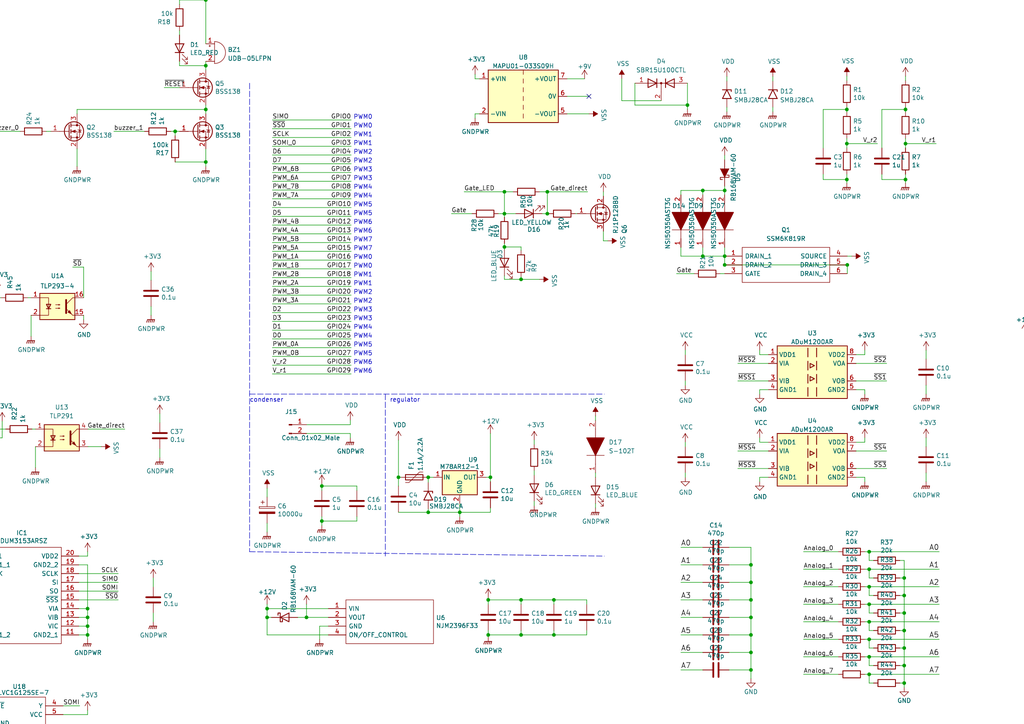
<source format=kicad_sch>
(kicad_sch (version 20211123) (generator eeschema)
  (paper "A4")
  (lib_symbols
    (symbol "74LVC1G125SE-7:74LVC1G125SE-7" (pin_names (offset 0.762))
      (property "Reference" "U" (at 21.59 7.62 0))
      (property "Value" "74LVC1G125SE-7" (at 21.59 5.08 0))
      (symbol "74LVC1G125SE-7_0_0"
        (pin passive line (at 0 0 0) (length 5.08) (name "~{OE}") (number "1"))
        (pin passive line (at 0 -2.54 0) (length 5.08) (name "A") (number "2"))
        (pin passive line (at 0 -5.08 0) (length 5.08) (name "GND") (number "3"))
        (pin passive line (at 25.4 0 180) (length 5.08) (name "Y") (number "4"))
        (pin passive line (at 25.4 -2.54 180) (length 5.08) (name "VCC") (number "5"))
      )
    )
    (symbol "Analog_ADC:MCP3208" (pin_names (offset 1.016))
      (property "Reference" "U" (at -5.08 13.335 0))
      (property "Value" "MCP3208" (at -5.08 11.43 0))
      (symbol "MCP3208_0_0"
        (text "ADC" (at -0.635 1.27 0) (effects (font (size 1.27 1.27))))
        (text "CNTRL" (at 5.969 -2.921 900) (effects (font (size 1.27 1.27)) (justify left bottom)))
        (text "MUX" (at -6.35 -1.27 900) (effects (font (size 1.27 1.27))))
      )
      (symbol "MCP3208_1_1"
        (pin input line (at -15.24 7.62 0) (length 2.54) (name "CH0") (number "1"))
        (pin input line (at 15.24 -5.08 180) (length 2.54) (name "~{CS}/SHDN") (number "10"))
        (pin input line (at 15.24 -2.54 180) (length 2.54) (name "Din") (number "11"))
        (pin output line (at 15.24 0 180) (length 2.54) (name "Dout") (number "12"))
        (pin input clock (at 15.24 2.54 180) (length 2.54) (name "CLK") (number "13"))
        (pin power_in line (at -2.54 -15.24 90) (length 2.54) (name "AGND") (number "14"))
        (pin power_in line (at -2.54 12.7 270) (length 2.54) (name "Vref") (number "15"))
        (pin power_in line (at 5.08 12.7 270) (length 2.54) (name "Vdd") (number "16"))
        (pin input line (at -15.24 5.08 0) (length 2.54) (name "CH1") (number "2"))
        (pin input line (at -15.24 2.54 0) (length 2.54) (name "CH2") (number "3"))
        (pin input line (at -15.24 0 0) (length 2.54) (name "CH3") (number "4"))
        (pin input line (at -15.24 -2.54 0) (length 2.54) (name "CH4") (number "5"))
        (pin input line (at -15.24 -5.08 0) (length 2.54) (name "CH5") (number "6"))
        (pin input line (at -15.24 -7.62 0) (length 2.54) (name "CH6") (number "7"))
        (pin input line (at -15.24 -10.16 0) (length 2.54) (name "CH7") (number "8"))
        (pin power_in line (at 5.08 -15.24 90) (length 2.54) (name "DGND") (number "9"))
      )
    )
    (symbol "Comparator:LM397" (pin_names (offset 0.127))
      (property "Reference" "U" (at 1.27 5.08 0))
      (property "Value" "LM397" (at 3.81 -5.08 0))
      (symbol "LM397_1_1"
        (pin input line (at -7.62 -2.54 0) (length 2.54) (name "-") (number "1"))
        (pin power_in line (at -2.54 -7.62 90) (length 3.81) (name "V-") (number "2"))
        (pin input line (at -7.62 2.54 0) (length 2.54) (name "+") (number "3"))
        (pin open_collector line (at 7.62 0 180) (length 2.54) (name "~") (number "4"))
        (pin power_in line (at -2.54 7.62 270) (length 3.81) (name "V+") (number "5"))
      )
    )
    (symbol "Connector:Conn_01x02_Male" (pin_names (offset 1.016) hide)
      (property "Reference" "J" (at 0 2.54 0))
      (property "Value" "Conn_01x02_Male" (at 0 -5.08 0))
      (symbol "Conn_01x02_Male_1_1"
        (pin passive line (at 5.08 0 180) (length 3.81) (name "Pin_1") (number "1"))
        (pin passive line (at 5.08 -2.54 180) (length 3.81) (name "Pin_2") (number "2"))
      )
    )
    (symbol "Connector_Generic:Conn_01x04" (pin_names (offset 1.016) hide)
      (property "Reference" "J" (at 0 5.08 0))
      (property "Value" "Conn_01x04" (at 0 -7.62 0))
      (symbol "Conn_01x04_1_1"
        (pin passive line (at -5.08 2.54 0) (length 3.81) (name "Pin_1") (number "1"))
        (pin passive line (at -5.08 0 0) (length 3.81) (name "Pin_2") (number "2"))
        (pin passive line (at -5.08 -2.54 0) (length 3.81) (name "Pin_3") (number "3"))
        (pin passive line (at -5.08 -5.08 0) (length 3.81) (name "Pin_4") (number "4"))
      )
    )
    (symbol "Connector_Generic:Conn_01x06" (pin_names (offset 1.016) hide)
      (property "Reference" "J" (at 0 7.62 0))
      (property "Value" "Conn_01x06" (at 0 -10.16 0))
      (symbol "Conn_01x06_1_1"
        (pin passive line (at -5.08 5.08 0) (length 3.81) (name "Pin_1") (number "1"))
        (pin passive line (at -5.08 2.54 0) (length 3.81) (name "Pin_2") (number "2"))
        (pin passive line (at -5.08 0 0) (length 3.81) (name "Pin_3") (number "3"))
        (pin passive line (at -5.08 -2.54 0) (length 3.81) (name "Pin_4") (number "4"))
        (pin passive line (at -5.08 -5.08 0) (length 3.81) (name "Pin_5") (number "5"))
        (pin passive line (at -5.08 -7.62 0) (length 3.81) (name "Pin_6") (number "6"))
      )
    )
    (symbol "Connector_Generic:Conn_02x06_Odd_Even" (pin_names (offset 1.016) hide)
      (property "Reference" "J" (at 1.27 7.62 0))
      (property "Value" "Conn_02x06_Odd_Even" (at 1.27 -10.16 0))
      (symbol "Conn_02x06_Odd_Even_1_1"
        (pin passive line (at -5.08 5.08 0) (length 3.81) (name "Pin_1") (number "1"))
        (pin passive line (at 7.62 -5.08 180) (length 3.81) (name "Pin_10") (number "10"))
        (pin passive line (at -5.08 -7.62 0) (length 3.81) (name "Pin_11") (number "11"))
        (pin passive line (at 7.62 -7.62 180) (length 3.81) (name "Pin_12") (number "12"))
        (pin passive line (at 7.62 5.08 180) (length 3.81) (name "Pin_2") (number "2"))
        (pin passive line (at -5.08 2.54 0) (length 3.81) (name "Pin_3") (number "3"))
        (pin passive line (at 7.62 2.54 180) (length 3.81) (name "Pin_4") (number "4"))
        (pin passive line (at -5.08 0 0) (length 3.81) (name "Pin_5") (number "5"))
        (pin passive line (at 7.62 0 180) (length 3.81) (name "Pin_6") (number "6"))
        (pin passive line (at -5.08 -2.54 0) (length 3.81) (name "Pin_7") (number "7"))
        (pin passive line (at 7.62 -2.54 180) (length 3.81) (name "Pin_8") (number "8"))
        (pin passive line (at -5.08 -5.08 0) (length 3.81) (name "Pin_9") (number "9"))
      )
    )
    (symbol "Connector_Generic:Conn_02x07_Odd_Even" (pin_names (offset 1.016) hide)
      (property "Reference" "J" (at 1.27 10.16 0))
      (property "Value" "Conn_02x07_Odd_Even" (at 1.27 -10.16 0))
      (symbol "Conn_02x07_Odd_Even_1_1"
        (pin passive line (at -5.08 7.62 0) (length 3.81) (name "Pin_1") (number "1"))
        (pin passive line (at 7.62 -2.54 180) (length 3.81) (name "Pin_10") (number "10"))
        (pin passive line (at -5.08 -5.08 0) (length 3.81) (name "Pin_11") (number "11"))
        (pin passive line (at 7.62 -5.08 180) (length 3.81) (name "Pin_12") (number "12"))
        (pin passive line (at -5.08 -7.62 0) (length 3.81) (name "Pin_13") (number "13"))
        (pin passive line (at 7.62 -7.62 180) (length 3.81) (name "Pin_14") (number "14"))
        (pin passive line (at 7.62 7.62 180) (length 3.81) (name "Pin_2") (number "2"))
        (pin passive line (at -5.08 5.08 0) (length 3.81) (name "Pin_3") (number "3"))
        (pin passive line (at 7.62 5.08 180) (length 3.81) (name "Pin_4") (number "4"))
        (pin passive line (at -5.08 2.54 0) (length 3.81) (name "Pin_5") (number "5"))
        (pin passive line (at 7.62 2.54 180) (length 3.81) (name "Pin_6") (number "6"))
        (pin passive line (at -5.08 0 0) (length 3.81) (name "Pin_7") (number "7"))
        (pin passive line (at 7.62 0 180) (length 3.81) (name "Pin_8") (number "8"))
        (pin passive line (at -5.08 -2.54 0) (length 3.81) (name "Pin_9") (number "9"))
      )
    )
    (symbol "Converter_DCDC:MGJ2D242003SC"
      (property "Reference" "U" (at 0 11.43 0))
      (property "Value" "MGJ2D242003SC" (at 0 8.89 0))
      (symbol "MGJ2D242003SC_1_1"
        (pin power_in line (at -12.7 5.08 0) (length 2.54) (name "+VIN") (number "1"))
        (pin power_in line (at -12.7 -5.08 0) (length 2.54) (name "-VIN") (number "2"))
        (pin power_out line (at 12.7 -5.08 180) (length 2.54) (name "-VOUT") (number "5"))
        (pin power_out line (at 12.7 0 180) (length 2.54) (name "0V") (number "6"))
        (pin power_out line (at 12.7 5.08 180) (length 2.54) (name "+VOUT") (number "7"))
      )
    )
    (symbol "Cubic_Gen7_MotherBoard-rescue:+3.3V-power" (power) (pin_names (offset 0))
      (property "Value" "+3.3V-power" (at 0 3.556 0))
      (symbol "+3.3V-power_1_1"
        (pin power_in line (at 0 0 90) (length 0) hide (name "+3V3") (number "1"))
      )
    )
    (symbol "Cubic_Gen7_MotherBoard-rescue:NJM2396F33-NJM2396F33" (pin_names (offset 0.762))
      (property "Reference" "U" (at 31.75 7.62 0))
      (property "Value" "NJM2396F33-NJM2396F33" (at 31.75 5.08 0))
      (symbol "NJM2396F33-NJM2396F33_0_0"
        (pin passive line (at 0 0 0) (length 5.08) (name "VIN") (number "1"))
        (pin passive line (at 0 -2.54 0) (length 5.08) (name "VOUT") (number "2"))
        (pin passive line (at 0 -5.08 0) (length 5.08) (name "GND") (number "3"))
        (pin passive line (at 0 -7.62 0) (length 5.08) (name "ON/OFF_CONTROL") (number "4"))
      )
    )
    (symbol "Cubic_Gen8_MotherBoard-rescue:ADUM3153ARSZ-ADUM3153ARSZ-Cubic_Gen7_MotherBoard-rescue" (pin_names (offset 0.762))
      (property "Reference" "IC" (at 29.21 7.62 0))
      (property "Value" "ADUM3153ARSZ-ADUM3153ARSZ-Cubic_Gen7_MotherBoard-rescue" (at 29.21 5.08 0))
      (symbol "ADUM3153ARSZ-ADUM3153ARSZ-Cubic_Gen7_MotherBoard-rescue_0_0"
        (pin power_in line (at 0 0 0) (length 5.08) (name "VDD1") (number "1"))
        (pin power_in line (at 0 -22.86 0) (length 5.08) (name "GND1_2") (number "10"))
        (pin power_in line (at 33.02 -22.86 180) (length 5.08) (name "GND2_1") (number "11"))
        (pin passive line (at 33.02 -20.32 180) (length 5.08) (name "VIC") (number "12"))
        (pin passive line (at 33.02 -17.78 180) (length 5.08) (name "VIB") (number "13"))
        (pin passive line (at 33.02 -15.24 180) (length 5.08) (name "VIA") (number "14"))
        (pin passive line (at 33.02 -12.7 180) (length 5.08) (name "~{SSS}") (number "15"))
        (pin passive line (at 33.02 -10.16 180) (length 5.08) (name "SO") (number "16"))
        (pin passive line (at 33.02 -7.62 180) (length 5.08) (name "SI") (number "17"))
        (pin input line (at 33.02 -5.08 180) (length 5.08) (name "SCLK") (number "18"))
        (pin power_in line (at 33.02 -2.54 180) (length 5.08) (name "GND2_2") (number "19"))
        (pin power_in line (at 0 -2.54 0) (length 5.08) (name "GND1_1") (number "2"))
        (pin power_in line (at 33.02 0 180) (length 5.08) (name "VDD2") (number "20"))
        (pin input line (at 0 -5.08 0) (length 5.08) (name "MCLK") (number "3"))
        (pin passive line (at 0 -7.62 0) (length 5.08) (name "MO") (number "4"))
        (pin passive line (at 0 -10.16 0) (length 5.08) (name "MI") (number "5"))
        (pin passive line (at 0 -12.7 0) (length 5.08) (name "~{MSS}") (number "6"))
        (pin passive line (at 0 -15.24 0) (length 5.08) (name "VOA") (number "7"))
        (pin passive line (at 0 -17.78 0) (length 5.08) (name "VOB") (number "8"))
        (pin passive line (at 0 -20.32 0) (length 5.08) (name "VOC") (number "9"))
      )
    )
    (symbol "Cubic_Gen8_MotherBoard-rescue:CP-Device" (pin_numbers hide) (pin_names (offset 0.254))
      (property "Reference" "C" (at 0.635 2.54 0))
      (property "Value" "CP-Device" (at 0.635 -2.54 0))
      (symbol "CP-Device_1_1"
        (pin passive line (at 0 3.81 270) (length 2.794) (name "~") (number "1"))
        (pin passive line (at 0 -3.81 90) (length 2.794) (name "~") (number "2"))
      )
    )
    (symbol "Cubic_Gen8_RP2040-rescue:D_Schottky-A3921" (pin_numbers hide) (pin_names (offset 1.016) hide)
      (property "Reference" "D" (at 0 2.54 0))
      (property "Value" "D_Schottky-A3921" (at 0 -2.54 0))
      (symbol "D_Schottky-A3921_1_1"
        (pin passive line (at -3.81 0 0) (length 2.54) (name "K") (number "1"))
        (pin passive line (at 3.81 0 180) (length 2.54) (name "A") (number "2"))
      )
    )
    (symbol "Device:Buzzer" (pin_names (offset 0.0254) hide)
      (property "Reference" "BZ" (at 3.81 1.27 0))
      (property "Value" "Buzzer" (at 3.81 -1.27 0))
      (symbol "Buzzer_1_1"
        (pin passive line (at -2.54 2.54 0) (length 2.54) (name "-") (number "1"))
        (pin passive line (at -2.54 -2.54 0) (length 2.54) (name "+") (number "2"))
      )
    )
    (symbol "Device:C" (pin_numbers hide) (pin_names (offset 0.254))
      (property "Reference" "C" (at 0.635 2.54 0))
      (property "Value" "C" (at 0.635 -2.54 0))
      (symbol "C_1_1"
        (pin passive line (at 0 3.81 270) (length 2.794) (name "~") (number "1"))
        (pin passive line (at 0 -3.81 90) (length 2.794) (name "~") (number "2"))
      )
    )
    (symbol "Device:D_Dual_CommonCathode_AKA" (pin_names (offset 0.762) hide)
      (property "Reference" "D" (at 1.27 -2.54 0))
      (property "Value" "D_Dual_CommonCathode_AKA" (at 0 2.54 0))
      (symbol "D_Dual_CommonCathode_AKA_0_1"
        (pin passive line (at -7.62 0 0) (length 3.81) (name "A") (number "1"))
        (pin passive line (at 0 -5.08 90) (length 2.54) (name "K") (number "2"))
        (pin passive line (at 7.62 0 180) (length 3.81) (name "A") (number "3"))
      )
    )
    (symbol "Device:D_Schottky" (pin_numbers hide) (pin_names (offset 1.016) hide)
      (property "Reference" "D" (at 0 2.54 0))
      (property "Value" "D_Schottky" (at 0 -2.54 0))
      (symbol "D_Schottky_1_1"
        (pin passive line (at -3.81 0 0) (length 2.54) (name "K") (number "1"))
        (pin passive line (at 3.81 0 180) (length 2.54) (name "A") (number "2"))
      )
    )
    (symbol "Device:LED" (pin_numbers hide) (pin_names (offset 1.016) hide)
      (property "Reference" "D" (at 0 2.54 0))
      (property "Value" "LED" (at 0 -2.54 0))
      (symbol "LED_1_1"
        (pin passive line (at -3.81 0 0) (length 2.54) (name "K") (number "1"))
        (pin passive line (at 3.81 0 180) (length 2.54) (name "A") (number "2"))
      )
    )
    (symbol "Device:Polyfuse" (pin_numbers hide) (pin_names (offset 0))
      (property "Reference" "F" (at -2.54 0 90))
      (property "Value" "Polyfuse" (at 2.54 0 90))
      (symbol "Polyfuse_1_1"
        (pin passive line (at 0 3.81 270) (length 1.27) (name "~") (number "1"))
        (pin passive line (at 0 -3.81 90) (length 1.27) (name "~") (number "2"))
      )
    )
    (symbol "Device:Q_NMOS_GDS" (pin_names (offset 0) hide)
      (property "Reference" "Q" (at 5.08 1.27 0))
      (property "Value" "Q_NMOS_GDS" (at 5.08 -1.27 0))
      (symbol "Q_NMOS_GDS_1_1"
        (pin input line (at -5.08 0 0) (length 2.54) (name "G") (number "1"))
        (pin passive line (at 2.54 5.08 270) (length 2.54) (name "D") (number "2"))
        (pin passive line (at 2.54 -5.08 90) (length 2.54) (name "S") (number "3"))
      )
    )
    (symbol "Device:Q_NMOS_GSD" (pin_names (offset 0) hide)
      (property "Reference" "Q" (at 5.08 1.27 0))
      (property "Value" "Q_NMOS_GSD" (at 5.08 -1.27 0))
      (symbol "Q_NMOS_GSD_1_1"
        (pin input line (at -5.08 0 0) (length 2.54) (name "G") (number "1"))
        (pin passive line (at 2.54 -5.08 90) (length 2.54) (name "S") (number "2"))
        (pin passive line (at 2.54 5.08 270) (length 2.54) (name "D") (number "3"))
      )
    )
    (symbol "Device:R" (pin_numbers hide) (pin_names (offset 0))
      (property "Reference" "R" (at 2.032 0 90))
      (property "Value" "R" (at 0 0 90))
      (symbol "R_1_1"
        (pin passive line (at 0 3.81 270) (length 1.27) (name "~") (number "1"))
        (pin passive line (at 0 -3.81 90) (length 1.27) (name "~") (number "2"))
      )
    )
    (symbol "Device:Thermistor" (pin_numbers hide) (pin_names (offset 0))
      (property "Reference" "TH" (at 2.54 1.27 90))
      (property "Value" "Thermistor" (at -2.54 0 90))
      (symbol "Thermistor_1_1"
        (pin passive line (at 0 5.08 270) (length 2.54) (name "~") (number "1"))
        (pin passive line (at 0 -5.08 90) (length 2.54) (name "~") (number "2"))
      )
    )
    (symbol "Diode:1.5KExxA" (pin_numbers hide) (pin_names (offset 1.016) hide)
      (property "Reference" "D" (at 0 2.54 0))
      (property "Value" "1.5KExxA" (at 0 -2.54 0))
      (symbol "1.5KExxA_1_1"
        (pin passive line (at -3.81 0 0) (length 2.54) (name "A1") (number "1"))
        (pin passive line (at 3.81 0 180) (length 2.54) (name "A2") (number "2"))
      )
    )
    (symbol "Isolator:ADuM1200AR"
      (property "Reference" "U" (at -10.16 8.89 0))
      (property "Value" "ADuM1200AR" (at -2.032 8.89 0))
      (symbol "ADuM1200AR_1_1"
        (pin power_in line (at -12.7 5.08 0) (length 2.54) (name "VDD1") (number "1"))
        (pin input line (at -12.7 2.54 0) (length 2.54) (name "VIA") (number "2"))
        (pin input line (at -12.7 -2.54 0) (length 2.54) (name "VIB") (number "3"))
        (pin power_in line (at -12.7 -5.08 0) (length 2.54) (name "GND1") (number "4"))
        (pin power_in line (at 12.7 -5.08 180) (length 2.54) (name "GND2") (number "5"))
        (pin output line (at 12.7 -2.54 180) (length 2.54) (name "VOB") (number "6"))
        (pin output line (at 12.7 2.54 180) (length 2.54) (name "VOA") (number "7"))
        (pin power_in line (at 12.7 5.08 180) (length 2.54) (name "VDD2") (number "8"))
      )
    )
    (symbol "Isolator:TLP291"
      (property "Reference" "U" (at -5.08 5.08 0))
      (property "Value" "TLP291" (at 0 5.08 0))
      (symbol "TLP291_1_1"
        (pin passive line (at -7.62 2.54 0) (length 2.54) (name "~") (number "1"))
        (pin passive line (at -7.62 -2.54 0) (length 2.54) (name "~") (number "2"))
        (pin passive line (at 7.62 -2.54 180) (length 2.54) (name "~") (number "3"))
        (pin passive line (at 7.62 2.54 180) (length 2.54) (name "~") (number "4"))
      )
    )
    (symbol "Isolator:TLP291-4"
      (property "Reference" "U" (at -5.08 5.08 0))
      (property "Value" "TLP291-4" (at 0 5.08 0))
      (symbol "TLP291-4_1_1"
        (pin passive line (at -7.62 2.54 0) (length 2.54) (name "~") (number "1"))
        (pin passive line (at 7.62 -2.54 180) (length 2.54) (name "~") (number "15"))
        (pin passive line (at 7.62 2.54 180) (length 2.54) (name "~") (number "16"))
        (pin passive line (at -7.62 -2.54 0) (length 2.54) (name "~") (number "2"))
      )
      (symbol "TLP291-4_2_1"
        (pin passive line (at 7.62 -2.54 180) (length 2.54) (name "~") (number "13"))
        (pin passive line (at 7.62 2.54 180) (length 2.54) (name "~") (number "14"))
        (pin passive line (at -7.62 2.54 0) (length 2.54) (name "~") (number "3"))
        (pin passive line (at -7.62 -2.54 0) (length 2.54) (name "~") (number "4"))
      )
      (symbol "TLP291-4_3_1"
        (pin passive line (at 7.62 -2.54 180) (length 2.54) (name "~") (number "11"))
        (pin passive line (at 7.62 2.54 180) (length 2.54) (name "~") (number "12"))
        (pin passive line (at -7.62 2.54 0) (length 2.54) (name "~") (number "5"))
        (pin passive line (at -7.62 -2.54 0) (length 2.54) (name "~") (number "6"))
      )
      (symbol "TLP291-4_4_1"
        (pin passive line (at 7.62 2.54 180) (length 2.54) (name "~") (number "10"))
        (pin passive line (at -7.62 2.54 0) (length 2.54) (name "~") (number "7"))
        (pin passive line (at -7.62 -2.54 0) (length 2.54) (name "~") (number "8"))
        (pin passive line (at 7.62 -2.54 180) (length 2.54) (name "~") (number "9"))
      )
    )
    (symbol "Mechanical:MountingHole" (pin_names (offset 1.016))
      (property "Reference" "H" (at 0 5.08 0))
      (property "Value" "MountingHole" (at 0 3.175 0))
    )
    (symbol "Mechanical:MountingHole_Pad" (pin_numbers hide) (pin_names (offset 1.016) hide)
      (property "Reference" "H" (at 0 6.35 0))
      (property "Value" "MountingHole_Pad" (at 0 4.445 0))
      (symbol "MountingHole_Pad_1_1"
        (pin input line (at 0 -2.54 90) (length 2.54) (name "1") (number "1"))
      )
    )
    (symbol "NSI50350AST3G:NSI50350AST3G" (pin_names (offset 0.762))
      (property "Reference" "D" (at 11.43 5.08 0))
      (property "Value" "NSI50350AST3G" (at 11.43 2.54 0))
      (symbol "NSI50350AST3G_0_0"
        (pin passive line (at 0 0 0) (length 2.54) (name "~") (number "1"))
        (pin passive line (at 15.24 0 180) (length 2.54) (name "~") (number "2"))
      )
    )
    (symbol "Regulator_Switching:R-7812-0.5" (pin_names (offset 0.254))
      (property "Reference" "U" (at -3.81 3.175 0))
      (property "Value" "R-7812-0.5" (at 0 3.175 0))
      (symbol "R-7812-0.5_1_1"
        (pin power_in line (at -7.62 0 0) (length 2.54) (name "IN") (number "1"))
        (pin power_in line (at 0 -7.62 90) (length 2.54) (name "GND") (number "2"))
        (pin power_out line (at 7.62 0 180) (length 2.54) (name "OUT") (number "3"))
      )
    )
    (symbol "S-102T:S-102T" (pin_names (offset 0.762))
      (property "Reference" "D" (at 11.43 5.08 0))
      (property "Value" "S-102T" (at 11.43 2.54 0))
      (symbol "S-102T_0_0"
        (pin passive line (at 0 0 0) (length 2.54) (name "~") (number "1"))
        (pin passive line (at 15.24 0 180) (length 2.54) (name "~") (number "2"))
      )
    )
    (symbol "SSM6K819R:SSM6K819R" (pin_names (offset 0.762))
      (property "Reference" "Q" (at 31.75 7.62 0))
      (property "Value" "SSM6K819R" (at 31.75 5.08 0))
      (symbol "SSM6K819R_0_0"
        (pin passive line (at 0 0 0) (length 5.08) (name "DRAIN_1") (number "1"))
        (pin passive line (at 0 -2.54 0) (length 5.08) (name "DRAIN_2") (number "2"))
        (pin passive line (at 0 -5.08 0) (length 5.08) (name "GATE") (number "3"))
        (pin passive line (at 35.56 0 180) (length 5.08) (name "SOURCE") (number "4"))
        (pin passive line (at 35.56 -2.54 180) (length 5.08) (name "DRAIN_3") (number "5"))
        (pin passive line (at 35.56 -5.08 180) (length 5.08) (name "DRAIN_4") (number "6"))
      )
    )
    (symbol "power:+12V" (power) (pin_names (offset 0))
      (property "Value" "+12V" (at 0 3.556 0))
      (symbol "+12V_1_1"
        (pin power_in line (at 0 0 90) (length 0) hide (name "+12V") (number "1"))
      )
    )
    (symbol "power:+3.3V" (power) (pin_names (offset 0))
      (property "Value" "+3.3V" (at 0 3.556 0))
      (symbol "+3.3V_1_1"
        (pin power_in line (at 0 0 90) (length 0) hide (name "+3V3") (number "1"))
      )
    )
    (symbol "power:+3V3" (power) (pin_names (offset 0))
      (property "Value" "+3V3" (at 0 3.556 0))
      (symbol "+3V3_1_1"
        (pin power_in line (at 0 0 90) (length 0) hide (name "+3V3") (number "1"))
      )
    )
    (symbol "power:+5V" (power) (pin_names (offset 0))
      (property "Value" "+5V" (at 0 3.556 0))
      (symbol "+5V_1_1"
        (pin power_in line (at 0 0 90) (length 0) hide (name "+5V") (number "1"))
      )
    )
    (symbol "power:+9V" (power) (pin_names (offset 0))
      (property "Value" "+9V" (at 0 3.556 0))
      (symbol "+9V_1_1"
        (pin power_in line (at 0 0 90) (length 0) hide (name "+9V") (number "1"))
      )
    )
    (symbol "power:GND" (power) (pin_names (offset 0))
      (property "Value" "GND" (at 0 -3.81 0))
      (symbol "GND_1_1"
        (pin power_in line (at 0 0 270) (length 0) hide (name "GND") (number "1"))
      )
    )
    (symbol "power:GNDPWR" (power) (pin_names (offset 0))
      (property "Value" "GNDPWR" (at 0 -3.302 0))
      (symbol "GNDPWR_1_1"
        (pin power_in line (at 0 0 270) (length 0) hide (name "GNDPWR") (number "1"))
      )
    )
    (symbol "power:VCC" (power) (pin_names (offset 0))
      (property "Value" "VCC" (at 0 3.81 0))
      (symbol "VCC_1_1"
        (pin power_in line (at 0 0 90) (length 0) hide (name "VCC") (number "1"))
      )
    )
    (symbol "power:VDD" (power) (pin_names (offset 0))
      (property "Value" "VDD" (at 0 3.81 0))
      (symbol "VDD_1_1"
        (pin power_in line (at 0 0 90) (length 0) hide (name "VDD") (number "1"))
      )
    )
    (symbol "power:VSS" (power) (pin_names (offset 0))
      (property "Value" "VSS" (at 0 3.81 0))
      (symbol "VSS_1_1"
        (pin power_in line (at 0 0 90) (length 0) hide (name "VSS") (number "1"))
      )
    )
  )
  (junction (at -12.7 181.61))
  (junction (at 158.75 61.976))
  (junction (at 406.4 142.24))
  (junction (at 307.34 114.3))
  (junction (at 387.35 142.24))
  (junction (at 337.82 124.46))
  (junction (at 436.88 144.78))
  (junction (at 146.304 71.628))
  (junction (at -73.025 86.36))
  (junction (at 486.41 147.32))
  (junction (at 455.93 111.76))
  (junction (at 151.13 173.99))
  (junction (at 151.13 81.026))
  (junction (at 436.88 142.24))
  (junction (at -73.025 124.46))
  (junction (at -39.37 33.655))
  (junction (at 199.39 30.48))
  (junction (at -34.925 88.9))
  (junction (at 217.805 184.15))
  (junction (at 387.35 39.37))
  (junction (at 486.41 114.3))
  (junction (at 406.4 114.3))
  (junction (at 115.57 138.43))
  (junction (at 160.655 173.99))
  (junction (at 262.255 177.8))
  (junction (at 252.095 175.26))
  (junction (at 307.34 142.24))
  (junction (at 77.47 179.07))
  (junction (at 133.35 148.59))
  (junction (at 455.93 124.46))
  (junction (at 59.69 0))
  (junction (at 387.35 152.4))
  (junction (at 455.93 152.4))
  (junction (at 88.9 179.07))
  (junction (at 455.93 121.92))
  (junction (at 337.82 139.7))
  (junction (at 387.35 116.84))
  (junction (at 387.35 124.46))
  (junction (at 455.93 144.78))
  (junction (at 486.41 119.38))
  (junction (at -25.4 26.035))
  (junction (at 436.88 149.86))
  (junction (at 356.87 139.7))
  (junction (at 356.87 121.92))
  (junction (at 436.88 116.84))
  (junction (at 307.34 149.86))
  (junction (at 93.345 151.13))
  (junction (at 445.135 25.4))
  (junction (at 455.93 119.38))
  (junction (at 151.13 184.15))
  (junction (at 356.87 124.46))
  (junction (at 307.34 152.4))
  (junction (at 146.304 55.626))
  (junction (at 262.255 167.64))
  (junction (at 387.35 121.92))
  (junction (at 452.12 13.97))
  (junction (at 406.4 121.92))
  (junction (at 466.09 13.97))
  (junction (at 262.255 193.04))
  (junction (at 245.618 52.07))
  (junction (at 25.4 184.15))
  (junction (at 307.34 121.92))
  (junction (at 438.15 13.97))
  (junction (at 436.88 121.92))
  (junction (at 486.41 142.24))
  (junction (at -33.655 127))
  (junction (at 406.4 119.38))
  (junction (at 146.304 61.976))
  (junction (at 356.87 149.86))
  (junction (at -53.975 88.9))
  (junction (at 387.35 119.38))
  (junction (at -12.7 179.07))
  (junction (at 337.82 142.24))
  (junction (at 406.4 152.4))
  (junction (at 25.4 179.07))
  (junction (at 436.88 111.76))
  (junction (at 436.88 147.32))
  (junction (at 59.69 31.75))
  (junction (at 217.805 189.23))
  (junction (at 252.095 160.02))
  (junction (at 396.24 39.37))
  (junction (at 455.93 116.84))
  (junction (at 406.4 144.78))
  (junction (at 203.835 74.295))
  (junction (at 387.35 147.32))
  (junction (at -12.7 184.15))
  (junction (at 337.82 121.92))
  (junction (at -74.93 124.46))
  (junction (at 158.75 55.626))
  (junction (at -27.305 129.54))
  (junction (at 307.34 139.7))
  (junction (at 337.82 144.78))
  (junction (at 356.87 114.3))
  (junction (at 210.185 76.835))
  (junction (at -111.125 165.1))
  (junction (at 486.41 116.84))
  (junction (at 337.82 152.4))
  (junction (at 307.34 116.84))
  (junction (at 252.095 195.58))
  (junction (at -39.37 43.815))
  (junction (at -52.07 127))
  (junction (at 252.095 170.18))
  (junction (at 356.87 142.24))
  (junction (at 455.93 149.86))
  (junction (at 262.255 198.12))
  (junction (at 337.82 116.84))
  (junction (at -65.405 74.93))
  (junction (at -97.917 42.418))
  (junction (at 455.93 147.32))
  (junction (at 124.206 148.59))
  (junction (at 307.34 147.32))
  (junction (at 436.88 152.4))
  (junction (at 203.835 55.245))
  (junction (at 459.105 13.97))
  (junction (at 436.88 139.7))
  (junction (at 378.46 39.37))
  (junction (at 486.41 124.46))
  (junction (at 25.4 181.61))
  (junction (at 262.636 31.75))
  (junction (at 466.09 38.1))
  (junction (at 262.636 52.07))
  (junction (at 356.87 152.4))
  (junction (at 445.135 13.97))
  (junction (at 436.88 124.46))
  (junction (at 262.255 187.96))
  (junction (at -25.4 4.445))
  (junction (at 262.636 41.656))
  (junction (at 77.47 176.53))
  (junction (at 252.095 185.42))
  (junction (at -39.37 26.035))
  (junction (at 486.41 139.7))
  (junction (at 245.618 41.656))
  (junction (at 466.09 25.4))
  (junction (at 217.805 163.83))
  (junction (at 356.87 147.32))
  (junction (at -39.37 52.705))
  (junction (at -12.7 176.53))
  (junction (at 486.41 152.4))
  (junction (at 438.15 25.4))
  (junction (at 93.345 140.97))
  (junction (at 387.35 139.7))
  (junction (at 59.69 46.99))
  (junction (at -28.575 91.44))
  (junction (at 307.34 119.38))
  (junction (at 459.105 25.4))
  (junction (at 245.745 76.835))
  (junction (at -80.137 24.638))
  (junction (at 436.88 114.3))
  (junction (at 59.69 19.05))
  (junction (at 307.34 144.78))
  (junction (at 142.24 138.43))
  (junction (at 25.4 176.53))
  (junction (at 406.4 116.84))
  (junction (at 252.095 190.5))
  (junction (at 124.206 138.43))
  (junction (at 337.82 149.86))
  (junction (at 356.87 111.76))
  (junction (at 141.605 184.15))
  (junction (at 455.93 142.24))
  (junction (at 337.82 147.32))
  (junction (at 356.87 116.84))
  (junction (at 356.87 144.78))
  (junction (at 455.93 114.3))
  (junction (at 457.2 38.1))
  (junction (at 387.35 114.3))
  (junction (at 210.185 74.295))
  (junction (at 337.82 114.3))
  (junction (at 387.35 144.78))
  (junction (at 160.655 184.15))
  (junction (at 406.4 147.32))
  (junction (at 307.34 124.46))
  (junction (at 210.185 55.245))
  (junction (at 406.4 139.7))
  (junction (at 406.4 124.46))
  (junction (at 369.57 39.37))
  (junction (at 486.41 144.78))
  (junction (at -154.305 185.42))
  (junction (at 252.095 165.1))
  (junction (at 452.12 25.4))
  (junction (at 486.41 149.86))
  (junction (at 337.82 119.38))
  (junction (at 245.618 31.75))
  (junction (at 217.805 179.07))
  (junction (at 307.34 111.76))
  (junction (at 262.255 172.72))
  (junction (at 436.88 119.38))
  (junction (at 141.605 173.99))
  (junction (at -74.93 86.36))
  (junction (at -53.975 127))
  (junction (at -48.895 88.9))
  (junction (at 252.095 180.34))
  (junction (at 217.805 168.91))
  (junction (at -65.405 113.03))
  (junction (at 406.4 111.76))
  (junction (at 262.255 182.88))
  (junction (at 337.82 111.76))
  (junction (at 387.35 149.86))
  (junction (at 455.93 139.7))
  (junction (at 356.87 119.38))
  (junction (at 50.8 38.1))
  (junction (at 486.41 111.76))
  (junction (at 486.41 121.92))
  (junction (at 387.35 111.76))
  (junction (at 406.4 149.86))
  (junction (at 217.805 173.99))
  (junction (at 217.805 194.31))
  (no_connect (at 170.815 27.94))
  (wire (pts (xy 50.8 38.1) (xy 52.07 38.1)))
  (wire (pts (xy -33.02 46.355) (xy -37.465 46.355)))
  (wire (pts (xy 160.655 173.99) (xy 170.18 173.99)))
  (wire (pts (xy 213.995 110.49) (xy 222.885 110.49)))
  (wire (pts (xy 455.93 116.84) (xy 464.82 116.84)))
  (wire (pts (xy 248.285 128.27) (xy 250.825 128.27)))
  (wire (pts (xy -52.07 122.555) (xy -52.07 127)))
  (wire (pts (xy 328.93 147.32) (xy 337.82 147.32)))
  (wire (pts (xy 255.778 50.546) (xy 255.778 52.07)))
  (wire (pts (xy 210.185 53.975) (xy 210.185 55.245)))
  (wire (pts (xy 486.41 147.32) (xy 486.41 149.86)))
  (wire (pts (xy -71.247 24.638) (xy -61.087 24.638)))
  (wire (pts (xy 307.34 147.32) (xy 316.23 147.32)))
  (wire (pts (xy 417.83 69.85) (xy 416.56 69.85)))
  (wire (pts (xy 217.805 179.07) (xy 217.805 173.99)))
  (wire (pts (xy -27.305 129.54) (xy -27.305 124.46)))
  (wire (pts (xy 436.88 114.3) (xy 436.88 111.76)))
  (wire (pts (xy -8.89 31.115) (xy -7.62 31.115)))
  (wire (pts (xy -151.765 172.72) (xy -140.335 172.72)))
  (wire (pts (xy 18.288 207.264) (xy 25.4 207.264)))
  (wire (pts (xy 467.36 62.23) (xy 466.09 62.23)))
  (wire (pts (xy 245.745 76.835) (xy 245.745 79.375)))
  (wire (pts (xy -97.663 125.222) (xy -97.663 126.492)))
  (wire (pts (xy 25.4 176.53) (xy 25.4 179.07)))
  (wire (pts (xy 486.41 116.84) (xy 486.41 114.3)))
  (wire (pts (xy 470.535 194.31) (xy 470.535 196.85)))
  (wire (pts (xy 146.304 71.628) (xy 151.13 71.628)))
  (wire (pts (xy 197.485 189.23) (xy 203.835 189.23)))
  (wire (pts (xy -12.7 161.29) (xy -10.16 161.29)))
  (wire (pts (xy 387.35 111.76) (xy 387.35 109.22)))
  (wire (pts (xy 438.15 13.97) (xy 445.135 13.97)))
  (wire (pts (xy -25.4 31.115) (xy -25.4 32.385)))
  (wire (pts (xy 93.345 140.97) (xy 103.505 140.97)))
  (wire (pts (xy 387.35 124.46) (xy 387.35 121.92)))
  (wire (pts (xy -48.895 80.01) (xy -48.895 88.9)))
  (wire (pts (xy 8.255 231.775) (xy 8.255 234.315)))
  (wire (pts (xy -41.91 175.26) (xy -52.07 175.26)))
  (wire (pts (xy 115.57 138.43) (xy 116.332 138.43)))
  (wire (pts (xy 151.13 173.99) (xy 160.655 173.99)))
  (wire (pts (xy 245.618 52.07) (xy 245.618 53.086)))
  (wire (pts (xy -47.625 43.815) (xy -39.37 43.815)))
  (wire (pts (xy 415.29 87.63) (xy 406.4 87.63)))
  (wire (pts (xy 52.07 19.05) (xy 59.69 19.05)))
  (wire (pts (xy 464.82 87.63) (xy 455.93 87.63)))
  (wire (pts (xy -53.975 118.11) (xy -53.975 127)))
  (wire (pts (xy 328.93 93.98) (xy 337.82 93.98)))
  (wire (pts (xy 262.636 41.656) (xy 262.636 42.926)))
  (wire (pts (xy 486.41 111.76) (xy 477.52 111.76)))
  (wire (pts (xy 455.93 85.09) (xy 464.82 85.09)))
  (wire (pts (xy -92.71 180.34) (xy -82.55 180.34)))
  (wire (pts (xy 158.75 61.976) (xy 158.75 55.626)))
  (wire (pts (xy 77.47 151.765) (xy 77.47 154.305)))
  (wire (pts (xy 307.34 152.4) (xy 316.23 152.4)))
  (wire (pts (xy 307.34 149.86) (xy 316.23 149.86)))
  (wire (pts (xy -92.71 170.18) (xy -82.55 170.18)))
  (wire (pts (xy 220.345 138.43) (xy 220.345 139.7)))
  (wire (pts (xy 455.93 147.32) (xy 464.82 147.32)))
  (wire (pts (xy 22.86 179.07) (xy 25.4 179.07)))
  (wire (pts (xy 307.34 142.24) (xy 307.34 144.78)))
  (wire (pts (xy -92.71 167.64) (xy -82.55 167.64)))
  (wire (pts (xy -27.305 129.54) (xy -27.305 130.81)))
  (wire (pts (xy -39.37 42.545) (xy -39.37 43.815)))
  (wire (pts (xy 77.47 176.53) (xy 95.25 176.53)))
  (wire (pts (xy 197.485 184.15) (xy 203.835 184.15)))
  (wire (pts (xy 262.255 198.12) (xy 262.255 199.39)))
  (wire (pts (xy -99.06 82.55) (xy -99.06 83.82)))
  (wire (pts (xy 427.99 147.32) (xy 436.88 147.32)))
  (wire (pts (xy -27.305 129.54) (xy -26.035 129.54)))
  (wire (pts (xy -154.305 185.42) (xy -140.335 185.42)))
  (wire (pts (xy -25.4 40.005) (xy -25.4 41.275)))
  (wire (pts (xy 93.345 140.97) (xy 93.345 142.24)))
  (wire (pts (xy 356.87 109.22) (xy 356.87 111.76)))
  (wire (pts (xy -62.23 190.5) (xy -62.23 191.77)))
  (wire (pts (xy -39.37 26.035) (xy -25.4 26.035)))
  (wire (pts (xy 427.99 152.4) (xy 436.88 152.4)))
  (wire (pts (xy 109.22 -64.77) (xy 124.46 -64.77)))
  (wire (pts (xy -130.175 154.94) (xy -118.745 154.94)))
  (wire (pts (xy 356.87 119.38) (xy 356.87 121.92)))
  (wire (pts (xy -8.382 209.804) (xy -7.112 209.804)))
  (wire (pts (xy 184.15 30.48) (xy 199.39 30.48)))
  (wire (pts (xy 238.76 42.926) (xy 238.76 31.75)))
  (wire (pts (xy 25.4 205.994) (xy 25.4 207.264)))
  (wire (pts (xy 434.848 167.64) (xy 439.674 167.64)))
  (wire (pts (xy 101.6 123.19) (xy 101.6 121.92)))
  (wire (pts (xy 337.82 109.22) (xy 328.93 109.22)))
  (wire (pts (xy 141.605 173.99) (xy 141.605 175.26)))
  (wire (pts (xy 43.815 78.74) (xy 43.815 81.28)))
  (wire (pts (xy 44.45 177.8) (xy 44.45 180.34)))
  (wire (pts (xy 268.605 127) (xy 268.605 129.54)))
  (wire (pts (xy 59.69 -1.27) (xy 59.69 0)))
  (wire (pts (xy -1.905 86.36) (xy 0.381 86.36)))
  (wire (pts (xy 307.34 121.92) (xy 307.34 124.46)))
  (wire (pts (xy 448.31 38.1) (xy 457.2 38.1)))
  (wire (pts (xy -39.37 127) (xy -33.655 127)))
  (wire (pts (xy 78.994 65.278) (xy 101.854 65.278)))
  (wire (pts (xy 199.39 30.48) (xy 199.39 31.75)))
  (wire (pts (xy 78.994 34.798) (xy 101.854 34.798)))
  (wire (pts (xy 477.52 144.78) (xy 486.41 144.78)))
  (wire (pts (xy 109.22 -36.83) (xy 124.46 -36.83)))
  (wire (pts (xy 18.288 204.724) (xy 23.114 204.724)))
  (wire (pts (xy -7.62 33.655) (xy -16.51 33.655)))
  (wire (pts (xy 103.505 140.97) (xy 103.505 142.24)))
  (wire (pts (xy -8.89 12.065) (xy -7.62 12.065)))
  (wire (pts (xy 455.93 116.84) (xy 455.93 119.38)))
  (wire (pts (xy 356.87 114.3) (xy 365.76 114.3)))
  (wire (pts (xy 486.41 116.84) (xy 477.52 116.84)))
  (wire (pts (xy 197.485 55.245) (xy 203.835 55.245)))
  (wire (pts (xy -47.625 42.545) (xy -47.625 43.815)))
  (wire (pts (xy 252.095 180.34) (xy 272.415 180.34)))
  (wire (pts (xy 59.69 46.99) (xy 59.69 48.26)))
  (wire (pts (xy 387.35 111.76) (xy 378.46 111.76)))
  (wire (pts (xy 436.88 116.84) (xy 436.88 114.3)))
  (wire (pts (xy 328.93 139.7) (xy 337.82 139.7)))
  (wire (pts (xy 24.257 91.44) (xy 24.257 92.71)))
  (wire (pts (xy 151.13 173.99) (xy 151.13 175.26)))
  (wire (pts (xy 406.4 144.78) (xy 415.29 144.78)))
  (wire (pts (xy 378.46 147.32) (xy 387.35 147.32)))
  (wire (pts (xy 115.57 148.59) (xy 124.206 148.59)))
  (wire (pts (xy 458.47 167.386) (xy 451.612 167.386)))
  (wire (pts (xy -156.845 152.4) (xy -142.875 152.4)))
  (wire (pts (xy 115.57 138.43) (xy 115.57 140.97)))
  (wire (pts (xy 93.345 149.86) (xy 93.345 151.13)))
  (wire (pts (xy 387.35 119.38) (xy 387.35 116.84)))
  (wire (pts (xy 252.095 185.42) (xy 272.415 185.42)))
  (wire (pts (xy 164.465 22.86) (xy 169.545 22.86)))
  (wire (pts (xy 455.93 119.38) (xy 464.82 119.38)))
  (wire (pts (xy 175.006 67.056) (xy 175.006 69.85)))
  (wire (pts (xy 164.465 33.02) (xy 170.815 33.02)))
  (wire (pts (xy 260.985 172.72) (xy 262.255 172.72)))
  (wire (pts (xy -129.54 24.892) (xy -120.015 24.892)))
  (wire (pts (xy 109.22 -29.21) (xy 124.46 -29.21)))
  (wire (pts (xy 405.13 67.31) (xy 417.83 67.31)))
  (wire (pts (xy 70.485 -57.15) (xy 70.485 -53.34)))
  (wire (pts (xy 211.455 184.15) (xy 217.805 184.15)))
  (wire (pts (xy 158.75 55.626) (xy 170.434 55.626)))
  (wire (pts (xy 406.4 152.4) (xy 406.4 154.94)))
  (wire (pts (xy 436.88 111.76) (xy 436.88 109.22)))
  (wire (pts (xy 210.185 55.245) (xy 203.835 55.245)))
  (wire (pts (xy -156.845 158.75) (xy -156.845 160.02)))
  (wire (pts (xy 262.636 31.75) (xy 262.636 32.512)))
  (wire (pts (xy 146.304 80.01) (xy 146.304 81.026)))
  (wire (pts (xy 457.2 172.466) (xy 457.2 173.736)))
  (wire (pts (xy 308.864 172.466) (xy 310.134 172.466)))
  (wire (pts (xy -39.37 13.335) (xy -39.37 14.605)))
  (wire (pts (xy 466.09 13.97) (xy 473.71 13.97)))
  (wire (pts (xy 406.4 82.55) (xy 415.29 82.55)))
  (wire (pts (xy 148.59 -54.61) (xy 148.59 -55.88)))
  (wire (pts (xy 260.985 193.04) (xy 262.255 193.04)))
  (wire (pts (xy 356.87 147.32) (xy 356.87 149.86)))
  (wire (pts (xy -99.06 91.44) (xy -99.06 92.71)))
  (wire (pts (xy -154.305 182.88) (xy -140.335 182.88)))
  (wire (pts (xy -73.025 118.11) (xy -69.215 118.11)))
  (wire (pts (xy 486.41 152.4) (xy 486.41 154.94)))
  (wire (pts (xy -34.925 91.44) (xy -34.925 88.9)))
  (wire (pts (xy 250.825 128.27) (xy 250.825 127)))
  (wire (pts (xy 59.69 19.05) (xy 59.69 20.32)))
  (wire (pts (xy 477.52 95.25) (xy 486.41 95.25)))
  (wire (pts (xy 436.88 144.78) (xy 436.88 147.32)))
  (wire (pts (xy 307.34 144.78) (xy 307.34 147.32)))
  (wire (pts (xy 441.96 168.91) (xy 441.96 170.18)))
  (wire (pts (xy 383.032 167.64) (xy 387.858 167.64)))
  (wire (pts (xy 78.994 80.518) (xy 101.854 80.518)))
  (wire (pts (xy -24.13 12.065) (xy -25.4 12.065)))
  (wire (pts (xy 455.93 121.92) (xy 464.82 121.92)))
  (wire (pts (xy -97.917 51.562) (xy -97.917 52.832)))
  (wire (pts (xy 406.4 147.32) (xy 415.29 147.32)))
  (wire (pts (xy 217.805 173.99) (xy 217.805 168.91)))
  (wire (pts (xy 387.35 116.84) (xy 387.35 114.3)))
  (wire (pts (xy 198.755 137.16) (xy 198.755 138.43)))
  (wire (pts (xy 486.41 119.38) (xy 486.41 116.84)))
  (wire (pts (xy 253.365 167.64) (xy 252.095 167.64)))
  (wire (pts (xy -111.125 162.56) (xy -130.175 162.56)))
  (wire (pts (xy 328.93 91.44) (xy 337.82 91.44)))
  (wire (pts (xy -74.93 113.03) (xy -65.405 113.03)))
  (wire (pts (xy -25.4 12.065) (xy -25.4 26.035)))
  (wire (pts (xy 427.99 85.09) (xy 436.88 85.09)))
  (wire (pts (xy 356.87 83.82) (xy 365.76 83.82)))
  (wire (pts (xy 365.76 91.44) (xy 356.87 91.44)))
  (wire (pts (xy 208.915 79.375) (xy 210.185 79.375)))
  (wire (pts (xy -80.137 24.638) (xy -78.867 24.638)))
  (wire (pts (xy 52.07 17.78) (xy 52.07 19.05)))
  (wire (pts (xy 455.93 154.94) (xy 464.82 154.94)))
  (wire (pts (xy -111.125 162.56) (xy -111.125 165.1)))
  (wire (pts (xy 324.485 184.15) (xy 324.485 186.69)))
  (wire (pts (xy 245.745 74.295) (xy 247.015 74.295)))
  (wire (pts (xy -53.975 80.01) (xy -53.975 88.9)))
  (wire (pts (xy -81.407 19.558) (xy -80.137 19.558)))
  (wire (pts (xy 88.9 175.26) (xy 88.9 179.07)))
  (wire (pts (xy 248.285 135.89) (xy 257.175 135.89)))
  (wire (pts (xy 455.93 124.46) (xy 464.82 124.46)))
  (wire (pts (xy 250.825 195.58) (xy 252.095 195.58)))
  (wire (pts (xy 146.304 81.026) (xy 151.13 81.026)))
  (wire (pts (xy 421.64 194.31) (xy 421.64 196.85)))
  (wire (pts (xy 25.527 129.54) (xy 29.337 129.54)))
  (wire (pts (xy 459.105 13.97) (xy 466.09 13.97)))
  (wire (pts (xy -55.245 88.9) (xy -53.975 88.9)))
  (wire (pts (xy 356.87 111.76) (xy 356.87 114.3)))
  (wire (pts (xy -88.265 129.54) (xy -70.485 129.54)))
  (wire (pts (xy 197.485 158.75) (xy 203.835 158.75)))
  (wire (pts (xy 477.52 92.71) (xy 486.41 92.71)))
  (wire (pts (xy -25.4 4.445) (xy -25.4 6.985)))
  (wire (pts (xy 406.4 147.32) (xy 406.4 149.86)))
  (wire (pts (xy 124.206 138.43) (xy 125.73 138.43)))
  (wire (pts (xy 436.88 111.76) (xy 427.99 111.76)))
  (wire (pts (xy 78.994 44.958) (xy 101.854 44.958)))
  (wire (pts (xy 211.455 168.91) (xy 217.805 168.91)))
  (wire (pts (xy 387.35 116.84) (xy 378.46 116.84)))
  (wire (pts (xy 357.632 167.64) (xy 350.774 167.64)))
  (wire (pts (xy 170.18 182.88) (xy 170.18 184.15)))
  (wire (pts (xy -39.37 24.765) (xy -39.37 26.035)))
  (wire (pts (xy 369.57 39.37) (xy 378.46 39.37)))
  (wire (pts (xy 146.685 -54.61) (xy 148.59 -54.61)))
  (wire (pts (xy 233.045 185.42) (xy 243.205 185.42)))
  (wire (pts (xy 307.34 109.22) (xy 307.34 111.76)))
  (wire (pts (xy -111.125 165.1) (xy -111.125 167.64)))
  (wire (pts (xy 455.93 139.7) (xy 464.82 139.7)))
  (wire (pts (xy -16.51 4.445) (xy -16.51 33.655)))
  (wire (pts (xy 455.93 111.76) (xy 464.82 111.76)))
  (wire (pts (xy 78.994 60.198) (xy 101.854 60.198)))
  (wire (pts (xy 337.82 144.78) (xy 337.82 147.32)))
  (wire (pts (xy 378.46 96.52) (xy 387.35 96.52)))
  (wire (pts (xy -25.4 52.705) (xy -25.4 51.435)))
  (wire (pts (xy 213.995 105.41) (xy 222.885 105.41)))
  (wire (pts (xy 95.25 184.15) (xy 77.47 184.15)))
  (wire (pts (xy 124.206 139.954) (xy 124.206 138.43)))
  (wire (pts (xy 25.4 161.29) (xy 25.4 160.02)))
  (wire (pts (xy 260.985 198.12) (xy 262.255 198.12)))
  (wire (pts (xy 355.6 66.04) (xy 368.3 66.04)))
  (wire (pts (xy 137.795 33.02) (xy 137.795 34.29)))
  (wire (pts (xy 436.88 124.46) (xy 427.99 124.46)))
  (wire (pts (xy 406.4 85.09) (xy 415.29 85.09)))
  (wire (pts (xy -74.93 86.36) (xy -73.025 86.36)))
  (wire (pts (xy 455.93 119.38) (xy 455.93 121.92)))
  (wire (pts (xy 50.8 39.37) (xy 50.8 38.1)))
  (wire (pts (xy 466.09 38.1) (xy 473.71 38.1)))
  (wire (pts (xy 101.6 127) (xy 101.6 125.73)))
  (wire (pts (xy 52.07 25.4) (xy 47.625 25.4)))
  (wire (pts (xy -154.305 162.56) (xy -142.875 162.56)))
  (wire (pts (xy 148.844 55.626) (xy 146.304 55.626)))
  (wire (pts (xy 483.87 167.386) (xy 488.696 167.386)))
  (wire (pts (xy 78.994 52.578) (xy 101.854 52.578)))
  (wire (pts (xy 210.185 45.085) (xy 210.185 46.355)))
  (wire (pts (xy 22.86 161.29) (xy 25.4 161.29)))
  (wire (pts (xy -97.917 9.398) (xy -97.917 10.668)))
  (wire (pts (xy 378.46 93.98) (xy 387.35 93.98)))
  (wire (pts (xy 356.362 172.72) (xy 356.362 173.99)))
  (wire (pts (xy 262.255 177.8) (xy 262.255 172.72)))
  (wire (pts (xy 268.605 111.76) (xy 268.605 114.3)))
  (wire (pts (xy -39.37 43.815) (xy -39.37 52.705)))
  (wire (pts (xy 342.646 168.656) (xy 342.646 169.926)))
  (wire (pts (xy -97.917 24.638) (xy -97.917 42.418)))
  (wire (pts (xy -24.13 173.99) (xy -10.16 173.99)))
  (wire (pts (xy 78.994 93.218) (xy 101.854 93.218)))
  (wire (pts (xy 356.87 139.7) (xy 356.87 142.24)))
  (wire (pts (xy -130.175 165.1) (xy -111.125 165.1)))
  (wire (pts (xy -154.305 185.42) (xy -154.305 187.325)))
  (wire (pts (xy 217.805 194.31) (xy 217.805 189.23)))
  (wire (pts (xy 427.99 90.17) (xy 436.88 90.17)))
  (wire (pts (xy 464.82 95.25) (xy 448.31 95.25)))
  (wire (pts (xy 211.455 189.23) (xy 217.805 189.23)))
  (wire (pts (xy 77.47 175.26) (xy 77.47 176.53)))
  (wire (pts (xy 356.87 124.46) (xy 365.76 124.46)))
  (wire (pts (xy -130.175 152.4) (xy -111.125 152.4)))
  (wire (pts (xy 92.71 181.61) (xy 95.25 181.61)))
  (wire (pts (xy 356.87 147.32) (xy 365.76 147.32)))
  (wire (pts (xy -12.7 181.61) (xy -10.16 181.61)))
  (wire (pts (xy 59.69 30.48) (xy 59.69 31.75)))
  (wire (pts (xy -24.13 31.115) (xy -25.4 31.115)))
  (wire (pts (xy 427.99 149.86) (xy 436.88 149.86)))
  (wire (pts (xy -65.405 113.03) (xy -65.405 119.38)))
  (wire (pts (xy 483.87 169.926) (xy 490.982 169.926)))
  (wire (pts (xy -97.917 19.558) (xy -96.647 19.558)))
  (wire (pts (xy 248.285 102.87) (xy 250.825 102.87)))
  (wire (pts (xy -41.91 177.8) (xy -52.07 177.8)))
  (wire (pts (xy 78.994 39.878) (xy 101.854 39.878)))
  (wire (pts (xy -8.382 209.804) (xy -8.382 211.074)))
  (wire (pts (xy 486.41 149.86) (xy 486.41 152.4)))
  (wire (pts (xy -34.29 168.91) (xy -34.29 170.18)))
  (wire (pts (xy 245.618 41.656) (xy 254.508 41.656)))
  (wire (pts (xy 248.285 105.41) (xy 257.175 105.41)))
  (wire (pts (xy 245.618 31.75) (xy 245.618 32.512)))
  (wire (pts (xy 431.165 25.4) (xy 438.15 25.4)))
  (wire (pts (xy -97.917 42.418) (xy -97.917 46.482)))
  (wire (pts (xy 253.365 193.04) (xy 252.095 193.04)))
  (wire (pts (xy 141.605 182.88) (xy 141.605 184.15)))
  (wire (pts (xy 262.255 162.56) (xy 260.985 162.56)))
  (wire (pts (xy 222.885 113.03) (xy 220.345 113.03)))
  (wire (pts (xy 78.994 90.678) (xy 101.854 90.678)))
  (wire (pts (xy 307.34 109.22) (xy 316.23 109.22)))
  (wire (pts (xy 88.9 123.19) (xy 101.6 123.19)))
  (wire (pts (xy 43.815 88.9) (xy 43.815 91.44)))
  (wire (pts (xy 387.35 142.24) (xy 387.35 144.78)))
  (wire (pts (xy 406.4 124.46) (xy 415.29 124.46)))
  (wire (pts (xy 356.87 86.36) (xy 365.76 86.36)))
  (wire (pts (xy -105.537 42.418) (xy -97.917 42.418)))
  (wire (pts (xy 387.35 114.3) (xy 387.35 111.76)))
  (wire (pts (xy -25.4 6.985) (xy -24.13 6.985)))
  (wire (pts (xy 457.2 172.466) (xy 458.47 172.466)))
  (wire (pts (xy 297.18 96.52) (xy 316.23 96.52)))
  (wire (pts (xy 133.35 146.05) (xy 133.35 148.59)))
  (wire (pts (xy 458.47 169.926) (xy 451.612 169.926)))
  (wire (pts (xy -110.617 9.398) (xy -97.917 9.398)))
  (wire (pts (xy -118.745 160.02) (xy -130.175 160.02)))
  (wire (pts (xy 197.485 168.91) (xy 203.835 168.91)))
  (wire (pts (xy 427.99 95.25) (xy 436.88 95.25)))
  (wire (pts (xy 455.93 121.92) (xy 455.93 124.46)))
  (wire (pts (xy 436.88 121.92) (xy 436.88 119.38)))
  (wire (pts (xy -7.112 207.264) (xy -13.97 207.264)))
  (wire (pts (xy 81.28 -62.23) (xy 96.52 -62.23)))
  (wire (pts (xy 252.095 172.72) (xy 252.095 170.18)))
  (wire (pts (xy 77.47 179.07) (xy 78.74 179.07)))
  (wire (pts (xy 415.29 90.17) (xy 406.4 90.17)))
  (wire (pts (xy 436.88 124.46) (xy 436.88 121.92)))
  (wire (pts (xy 427.99 144.78) (xy 436.88 144.78)))
  (wire (pts (xy -92.71 175.26) (xy -82.55 175.26)))
  (wire (pts (xy 356.87 116.84) (xy 365.76 116.84)))
  (wire (pts (xy 135.89 -57.15) (xy 135.89 -52.705)))
  (wire (pts (xy 262.255 187.96) (xy 262.255 182.88)))
  (wire (pts (xy 307.34 139.7) (xy 316.23 139.7)))
  (wire (pts (xy 260.985 187.96) (xy 262.255 187.96)))
  (wire (pts (xy 436.88 119.38) (xy 436.88 116.84)))
  (wire (pts (xy 22.86 184.15) (xy 25.4 184.15)))
  (wire (pts (xy 253.365 177.8) (xy 252.095 177.8)))
  (wire (pts (xy 109.22 -57.15) (xy 135.89 -57.15)))
  (wire (pts (xy 217.805 189.23) (xy 217.805 184.15)))
  (wire (pts (xy 248.285 138.43) (xy 250.825 138.43)))
  (wire (pts (xy 78.994 85.598) (xy 101.854 85.598)))
  (wire (pts (xy -0.635 127) (xy 0.635 127)))
  (wire (pts (xy 328.93 149.86) (xy 337.82 149.86)))
  (wire (pts (xy 260.985 167.64) (xy 262.255 167.64)))
  (wire (pts (xy 356.87 144.78) (xy 356.87 147.32)))
  (wire (pts (xy -92.71 172.72) (xy -82.55 172.72)))
  (wire (pts (xy 220.345 128.27) (xy 220.345 127)))
  (wire (pts (xy 211.455 179.07) (xy 217.805 179.07)))
  (wire (pts (xy 157.226 61.976) (xy 158.75 61.976)))
  (wire (pts (xy 44.45 167.64) (xy 44.45 170.18)))
  (wire (pts (xy 260.985 177.8) (xy 262.255 177.8)))
  (wire (pts (xy 350.52 93.98) (xy 365.76 93.98)))
  (wire (pts (xy 22.352 43.18) (xy 22.352 48.26)))
  (wire (pts (xy 328.93 142.24) (xy 337.82 142.24)))
  (wire (pts (xy 13.462 38.1) (xy 14.732 38.1)))
  (wire (pts (xy 25.4 163.83) (xy 25.4 176.53)))
  (wire (pts (xy 337.82 114.3) (xy 328.93 114.3)))
  (wire (pts (xy 245.618 30.988) (xy 245.618 31.75)))
  (wire (pts (xy -74.93 124.46) (xy -73.025 124.46)))
  (wire (pts (xy 142.24 147.32) (xy 142.24 148.59)))
  (wire (pts (xy 78.994 77.978) (xy 101.854 77.978)))
  (wire (pts (xy 52.07 8.89) (xy 52.07 10.16)))
  (wire (pts (xy 93.345 152.4) (xy 93.345 151.13)))
  (wire (pts (xy 307.34 119.38) (xy 307.34 121.92)))
  (wire (pts (xy 250.825 165.1) (xy 252.095 165.1)))
  (wire (pts (xy 307.34 149.86) (xy 307.34 152.4)))
  (wire (pts (xy 262.636 41.656) (xy 271.526 41.656)))
  (wire (pts (xy 328.93 154.94) (xy 337.82 154.94)))
  (wire (pts (xy 9.017 91.44) (xy 9.017 97.536)))
  (wire (pts (xy 387.35 121.92) (xy 387.35 119.38)))
  (wire (pts (xy 455.93 114.3) (xy 455.93 116.84)))
  (wire (pts (xy -74.93 86.36) (xy -74.93 87.63)))
  (wire (pts (xy 233.045 165.1) (xy 243.205 165.1)))
  (wire (pts (xy 109.22 -31.75) (xy 124.46 -31.75)))
  (wire (pts (xy -65.405 111.76) (xy -65.405 113.03)))
  (wire (pts (xy 356.362 172.72) (xy 357.632 172.72)))
  (wire (pts (xy 455.93 152.4) (xy 455.93 154.94)))
  (wire (pts (xy 365.76 88.9) (xy 356.87 88.9)))
  (wire (pts (xy 252.095 170.18) (xy 272.415 170.18)))
  (wire (pts (xy 96.52 -10.16) (xy 81.28 -10.16)))
  (wire (pts (xy 175.006 69.85) (xy 176.276 69.85)))
  (wire (pts (xy 387.35 39.37) (xy 396.24 39.37)))
  (wire (pts (xy 213.995 130.81) (xy 222.885 130.81)))
  (wire (pts (xy -39.37 26.035) (xy -39.37 33.655)))
  (wire (pts (xy 378.46 149.86) (xy 387.35 149.86)))
  (wire (pts (xy 356.87 116.84) (xy 356.87 119.38)))
  (wire (pts (xy 252.095 198.12) (xy 252.095 195.58)))
  (wire (pts (xy -7.62 12.065) (xy -7.62 13.335)))
  (wire (pts (xy 109.22 -2.54) (xy 124.46 -2.54)))
  (wire (pts (xy 10.287 129.54) (xy 10.287 135.636)))
  (wire (pts (xy 22.86 166.37) (xy 34.29 166.37)))
  (wire (pts (xy 250.825 175.26) (xy 252.095 175.26)))
  (wire (pts (xy 197.485 194.31) (xy 203.835 194.31)))
  (wire (pts (xy 146.304 70.612) (xy 146.304 71.628)))
  (wire (pts (xy 355.6 68.58) (xy 368.3 68.58)))
  (wire (pts (xy -65.405 134.62) (xy -65.405 138.43)))
  (wire (pts (xy 196.215 79.375) (xy 201.295 79.375)))
  (wire (pts (xy 438.15 25.4) (xy 445.135 25.4)))
  (wire (pts (xy 308.864 172.466) (xy 308.864 173.736)))
  (wire (pts (xy -69.85 161.29) (xy -69.85 162.56)))
  (wire (pts (xy 406.4 109.22) (xy 415.29 109.22)))
  (wire (pts (xy -3.048 38.1) (xy 5.842 38.1)))
  (wire (pts (xy 222.885 138.43) (xy 220.345 138.43)))
  (wire (pts (xy 8.255 221.615) (xy 8.255 224.155)))
  (wire (pts (xy 268.605 101.6) (xy 268.605 104.14)))
  (wire (pts (xy 405.13 64.77) (xy 417.83 64.77)))
  (wire (pts (xy -69.85 190.5) (xy -69.85 191.77)))
  (wire (pts (xy 21.082 77.47) (xy 24.257 77.47)))
  (wire (pts (xy 78.994 88.138) (xy 101.854 88.138)))
  (polyline (pts (xy 72.39 114.3) (xy 175.26 114.3)))
  (wire (pts (xy 252.095 162.56) (xy 252.095 160.02)))
  (wire (pts (xy -102.87 170.18) (xy -102.87 171.45)))
  (wire (pts (xy 486.41 142.24) (xy 486.41 144.78)))
  (wire (pts (xy 96.52 -15.24) (xy 81.28 -15.24)))
  (wire (pts (xy -118.745 157.48) (xy -130.175 157.48)))
  (wire (pts (xy 124.206 148.59) (xy 133.35 148.59)))
  (wire (pts (xy -156.845 152.4) (xy -156.845 151.13)))
  (wire (pts (xy 477.52 82.55) (xy 486.41 82.55)))
  (wire (pts (xy -154.305 157.48) (xy -142.875 157.48)))
  (wire (pts (xy 427.99 142.24) (xy 436.88 142.24)))
  (wire (pts (xy 250.825 180.34) (xy 252.095 180.34)))
  (wire (pts (xy 250.825 139.7) (xy 250.825 138.43)))
  (wire (pts (xy -7.62 24.765) (xy -7.62 26.035)))
  (wire (pts (xy 109.22 -34.29) (xy 124.46 -34.29)))
  (wire (pts (xy 238.76 50.546) (xy 238.76 52.07)))
  (wire (pts (xy 141.605 184.15) (xy 141.605 184.785)))
  (wire (pts (xy 70.485 -57.15) (xy 96.52 -57.15)))
  (wire (pts (xy 387.35 114.3) (xy 378.46 114.3)))
  (wire (pts (xy 252.095 187.96) (xy 252.095 185.42)))
  (wire (pts (xy 477.52 139.7) (xy 486.41 139.7)))
  (wire (pts (xy 337.82 139.7) (xy 337.82 142.24)))
  (wire (pts (xy 337.82 124.46) (xy 328.93 124.46)))
  (wire (pts (xy 151.13 184.15) (xy 141.605 184.15)))
  (wire (pts (xy -73.025 80.01) (xy -69.215 80.01)))
  (wire (pts (xy -120.015 24.892) (xy -120.015 26.162)))
  (wire (pts (xy 96.52 -64.77) (xy 81.28 -64.77)))
  (wire (pts (xy 25.4 179.07) (xy 25.4 181.61)))
  (wire (pts (xy 139.065 33.02) (xy 137.795 33.02)))
  (wire (pts (xy -0.635 84.074) (xy -0.635 88.9)))
  (wire (pts (xy 406.4 152.4) (xy 415.29 152.4)))
  (wire (pts (xy 486.41 114.3) (xy 486.41 111.76)))
  (wire (pts (xy 427.99 82.55) (xy 436.88 82.55)))
  (wire (pts (xy 233.045 170.18) (xy 243.205 170.18)))
  (wire (pts (xy 252.095 195.58) (xy 272.415 195.58)))
  (wire (pts (xy 160.655 175.26) (xy 160.655 173.99)))
  (wire (pts (xy 124.46 -62.23) (xy 109.22 -62.23)))
  (wire (pts (xy 78.994 95.758) (xy 101.854 95.758)))
  (wire (pts (xy 144.526 61.976) (xy 146.304 61.976)))
  (wire (pts (xy -24.13 171.45) (xy -10.16 171.45)))
  (wire (pts (xy -61.595 80.01) (xy -53.975 80.01)))
  (wire (pts (xy 160.655 184.15) (xy 170.18 184.15)))
  (wire (pts (xy 356.87 139.7) (xy 365.76 139.7)))
  (wire (pts (xy 387.35 119.38) (xy 378.46 119.38)))
  (wire (pts (xy 310.134 169.926) (xy 303.276 169.926)))
  (wire (pts (xy -41.91 172.72) (xy -52.07 172.72)))
  (wire (pts (xy -92.71 177.8) (xy -82.55 177.8)))
  (wire (pts (xy 133.35 148.59) (xy 142.24 148.59)))
  (wire (pts (xy -38.1 4.445) (xy -25.4 4.445)))
  (wire (pts (xy -24.13 168.91) (xy -10.16 168.91)))
  (wire (pts (xy 486.41 124.46) (xy 486.41 121.92)))
  (wire (pts (xy 224.155 22.225) (xy 224.155 23.495)))
  (wire (pts (xy -142.875 165.1) (xy -154.305 165.1)))
  (wire (pts (xy -97.917 18.288) (xy -97.917 19.558)))
  (wire (pts (xy 248.285 110.49) (xy 257.175 110.49)))
  (wire (pts (xy 96.52 -36.83) (xy 81.28 -36.83)))
  (wire (pts (xy 96.52 -34.29) (xy 81.28 -34.29)))
  (wire (pts (xy -12.7 176.53) (xy -12.7 179.07)))
  (wire (pts (xy 328.93 86.36) (xy 337.82 86.36)))
  (wire (pts (xy 217.805 158.75) (xy 217.805 163.83)))
  (wire (pts (xy 52.07 0) (xy 52.07 1.27)))
  (wire (pts (xy -7.112 204.724) (xy -13.97 204.724)))
  (wire (pts (xy 328.93 83.82) (xy 337.82 83.82)))
  (wire (pts (xy 337.82 121.92) (xy 337.82 119.38)))
  (wire (pts (xy 210.82 31.115) (xy 210.82 32.385)))
  (wire (pts (xy -65.405 74.93) (xy -65.405 81.28)))
  (wire (pts (xy 378.46 88.9) (xy 387.35 88.9)))
  (wire (pts (xy 335.534 169.926) (xy 342.646 169.926)))
  (wire (pts (xy 140.97 138.43) (xy 142.24 138.43)))
  (wire (pts (xy -43.053 122.555) (xy -43.815 122.555)))
  (wire (pts (xy 172.72 146.05) (xy 172.72 147.32)))
  (wire (pts (xy 233.045 175.26) (xy 243.205 175.26)))
  (wire (pts (xy 378.46 81.28) (xy 387.35 81.28)))
  (wire (pts (xy 406.4 121.92) (xy 406.4 124.46)))
  (wire (pts (xy 49.53 38.1) (xy 50.8 38.1)))
  (wire (pts (xy -10.16 163.83) (xy -12.7 163.83)))
  (wire (pts (xy 233.045 190.5) (xy 243.205 190.5)))
  (wire (pts (xy 356.87 154.94) (xy 365.76 154.94)))
  (wire (pts (xy 78.994 108.458) (xy 101.854 108.458)))
  (wire (pts (xy 252.095 160.02) (xy 272.415 160.02)))
  (wire (pts (xy 307.34 119.38) (xy 316.23 119.38)))
  (wire (pts (xy 25.4 185.42) (xy 25.4 184.15)))
  (wire (pts (xy 324.485 194.31) (xy 324.485 196.85)))
  (wire (pts (xy 409.448 170.18) (xy 402.59 170.18)))
  (wire (pts (xy 130.937 61.976) (xy 136.906 61.976)))
  (wire (pts (xy -88.265 91.44) (xy -70.485 91.44)))
  (wire (pts (xy 328.93 144.78) (xy 337.82 144.78)))
  (wire (pts (xy 457.2 38.1) (xy 466.09 38.1)))
  (wire (pts (xy 307.34 142.24) (xy 316.23 142.24)))
  (wire (pts (xy 96.52 -29.21) (xy 81.28 -29.21)))
  (wire (pts (xy 262.636 40.132) (xy 262.636 41.656)))
  (wire (pts (xy 415.29 95.25) (xy 398.78 95.25)))
  (wire (pts (xy 109.22 -39.37) (xy 124.46 -39.37)))
  (wire (pts (xy 96.52 -2.54) (xy 81.28 -2.54)))
  (wire (pts (xy 307.34 86.36) (xy 316.23 86.36)))
  (wire (pts (xy 78.994 83.058) (xy 101.854 83.058)))
  (wire (pts (xy -120.015 42.418) (xy -120.015 43.18)))
  (wire (pts (xy 172.72 120.65) (xy 172.72 121.92)))
  (wire (pts (xy 197.485 74.295) (xy 203.835 74.295)))
  (wire (pts (xy 123.952 138.43) (xy 124.206 138.43)))
  (wire (pts (xy 306.07 66.04) (xy 318.77 66.04)))
  (wire (pts (xy -97.663 134.112) (xy -97.663 135.382)))
  (wire (pts (xy 454.66 64.77) (xy 467.36 64.77)))
  (wire (pts (xy 59.69 31.75) (xy 59.69 33.02)))
  (wire (pts (xy 436.88 119.38) (xy 427.99 119.38)))
  (wire (pts (xy 466.09 25.4) (xy 459.105 25.4)))
  (wire (pts (xy 203.835 71.755) (xy 203.835 74.295)))
  (wire (pts (xy 337.82 114.3) (xy 337.82 111.76)))
  (wire (pts (xy 427.99 92.71) (xy 436.88 92.71)))
  (wire (pts (xy 252.095 177.8) (xy 252.095 175.26)))
  (wire (pts (xy 151.13 71.628) (xy 151.13 72.644)))
  (wire (pts (xy -151.765 180.34) (xy -140.335 180.34)))
  (wire (pts (xy 307.34 81.28) (xy 316.23 81.28)))
  (wire (pts (xy 95.25 179.07) (xy 88.9 179.07)))
  (wire (pts (xy 217.805 158.75) (xy 211.455 158.75)))
  (wire (pts (xy 310.134 167.386) (xy 303.276 167.386)))
  (wire (pts (xy 210.82 22.225) (xy 210.82 23.495)))
  (wire (pts (xy 252.095 165.1) (xy 272.415 165.1)))
  (wire (pts (xy 250.825 170.18) (xy 252.095 170.18)))
  (wire (pts (xy 154.94 145.415) (xy 154.94 146.685)))
  (wire (pts (xy 406.4 139.7) (xy 406.4 142.24)))
  (wire (pts (xy 431.165 13.97) (xy 438.15 13.97)))
  (wire (pts (xy 46.355 120.015) (xy 46.355 122.555)))
  (wire (pts (xy 248.285 113.03) (xy 250.825 113.03)))
  (wire (pts (xy 253.365 198.12) (xy 252.095 198.12)))
  (wire (pts (xy -74.93 133.35) (xy -74.93 138.43)))
  (wire (pts (xy 78.994 67.818) (xy 101.854 67.818)))
  (wire (pts (xy 337.82 116.84) (xy 328.93 116.84)))
  (wire (pts (xy 109.22 -7.62) (xy 124.46 -7.62)))
  (wire (pts (xy 356.87 121.92) (xy 356.87 124.46)))
  (wire (pts (xy 455.93 109.22) (xy 464.82 109.22)))
  (wire (pts (xy -74.93 116.205) (xy -74.93 113.03)))
  (wire (pts (xy -38.1 88.9) (xy -34.925 88.9)))
  (wire (pts (xy 220.345 102.87) (xy 220.345 101.6)))
  (wire (pts (xy 253.365 172.72) (xy 252.095 172.72)))
  (wire (pts (xy 22.352 31.75) (xy 59.69 31.75)))
  (wire (pts (xy 406.4 149.86) (xy 415.29 149.86)))
  (wire (pts (xy 59.69 0) (xy 59.69 12.7)))
  (wire (pts (xy -73.025 124.46) (xy -73.025 118.11)))
  (wire (pts (xy 486.41 119.38) (xy 477.52 119.38)))
  (wire (pts (xy 337.82 116.84) (xy 337.82 114.3)))
  (wire (pts (xy 96.52 -39.37) (xy 81.28 -39.37)))
  (wire (pts (xy 318.77 63.5) (xy 317.5 63.5)))
  (wire (pts (xy 262.255 172.72) (xy 262.255 167.64)))
  (wire (pts (xy -154.305 182.88) (xy -154.305 185.42)))
  (wire (pts (xy 387.35 152.4) (xy 387.35 154.94)))
  (wire (pts (xy 146.304 55.626) (xy 134.62 55.626)))
  (wire (pts (xy 387.35 149.86) (xy 387.35 152.4)))
  (wire (pts (xy 436.88 139.7) (xy 436.88 142.24)))
  (wire (pts (xy 78.994 57.658) (xy 101.854 57.658)))
  (wire (pts (xy 378.46 86.36) (xy 387.35 86.36)))
  (wire (pts (xy 224.155 31.115) (xy 224.155 32.385)))
  (wire (pts (xy 250.825 185.42) (xy 252.095 185.42)))
  (wire (pts (xy 406.4 114.3) (xy 415.29 114.3)))
  (wire (pts (xy 396.24 39.37) (xy 412.75 39.37)))
  (wire (pts (xy -80.137 25.908) (xy -80.137 24.638)))
  (wire (pts (xy 151.13 80.264) (xy 151.13 81.026)))
  (wire (pts (xy -33.655 127) (xy -26.035 127)))
  (wire (pts (xy 406.4 80.01) (xy 415.29 80.01)))
  (wire (pts (xy -28.575 91.44) (xy -28.575 92.71)))
  (wire (pts (xy 103.505 149.86) (xy 103.505 151.13)))
  (wire (pts (xy 78.105 -59.69) (xy 96.52 -59.69)))
  (wire (pts (xy 164.465 27.94) (xy 170.815 27.94)))
  (wire (pts (xy 141.605 173.99) (xy 151.13 173.99)))
  (wire (pts (xy -48.895 88.9) (xy -45.72 88.9)))
  (wire (pts (xy -156.845 160.02) (xy -142.875 160.02)))
  (wire (pts (xy 486.41 121.92) (xy 486.41 119.38)))
  (wire (pts (xy 316.23 88.9) (xy 307.34 88.9)))
  (wire (pts (xy 170.18 173.99) (xy 170.18 175.26)))
  (wire (pts (xy 378.46 142.24) (xy 387.35 142.24)))
  (wire (pts (xy 356.87 149.86) (xy 356.87 152.4)))
  (wire (pts (xy 307.34 144.78) (xy 316.23 144.78)))
  (wire (pts (xy -55.245 127) (xy -53.975 127)))
  (wire (pts (xy 356.87 144.78) (xy 365.76 144.78)))
  (wire (pts (xy 252.095 190.5) (xy 272.415 190.5)))
  (wire (pts (xy 88.9 125.73) (xy 101.6 125.73)))
  (wire (pts (xy -97.917 51.562) (xy -96.647 51.562)))
  (wire (pts (xy 356.87 142.24) (xy 365.76 142.24)))
  (wire (pts (xy 406.4 139.7) (xy 415.29 139.7)))
  (wire (pts (xy 328.93 81.28) (xy 337.82 81.28)))
  (wire (pts (xy 25.527 124.46) (xy 36.195 124.46)))
  (wire (pts (xy 307.34 121.92) (xy 316.23 121.92)))
  (wire (pts (xy 262.255 182.88) (xy 262.255 177.8)))
  (wire (pts (xy 368.3 71.12) (xy 367.03 71.12)))
  (wire (pts (xy 383.032 170.18) (xy 390.144 170.18)))
  (wire (pts (xy 356.87 111.76) (xy 365.76 111.76)))
  (wire (pts (xy 337.82 119.38) (xy 337.82 116.84)))
  (wire (pts (xy 262.255 193.04) (xy 262.255 187.96)))
  (wire (pts (xy 360.68 39.37) (xy 369.57 39.37)))
  (wire (pts (xy 406.4 154.94) (xy 415.29 154.94)))
  (wire (pts (xy 78.994 50.038) (xy 101.854 50.038)))
  (wire (pts (xy 0.635 122.174) (xy 0.635 127)))
  (wire (pts (xy 406.4 144.78) (xy 406.4 147.32)))
  (wire (pts (xy 417.83 62.23) (xy 416.56 62.23)))
  (wire (pts (xy 346.71 96.52) (xy 365.76 96.52)))
  (wire (pts (xy 387.35 124.46) (xy 378.46 124.46)))
  (wire (pts (xy 436.88 152.4) (xy 436.88 154.94)))
  (wire (pts (xy 78.994 70.358) (xy 101.854 70.358)))
  (wire (pts (xy 96.52 -5.08) (xy 81.28 -5.08)))
  (wire (pts (xy 486.41 124.46) (xy 477.52 124.46)))
  (wire (pts (xy 436.88 149.86) (xy 436.88 152.4)))
  (wire (pts (xy 252.095 175.26) (xy 272.415 175.26)))
  (wire (pts (xy -97.917 46.482) (xy -96.647 46.482)))
  (wire (pts (xy -73.025 86.36) (xy -70.485 86.36)))
  (wire (pts (xy 22.352 31.75) (xy 22.352 33.02)))
  (wire (pts (xy 436.88 109.22) (xy 427.99 109.22)))
  (wire (pts (xy 306.07 68.58) (xy 318.77 68.58)))
  (wire (pts (xy 24.257 77.47) (xy 24.257 86.36)))
  (wire (pts (xy -81.407 24.638) (xy -80.137 24.638)))
  (wire (pts (xy 390.144 168.91) (xy 390.144 170.18)))
  (wire (pts (xy 25.4 181.61) (xy 25.4 184.15)))
  (wire (pts (xy 307.34 139.7) (xy 307.34 142.24)))
  (wire (pts (xy 455.93 109.22) (xy 455.93 111.76)))
  (wire (pts (xy 238.76 31.75) (xy 245.618 31.75)))
  (wire (pts (xy -12.7 184.15) (xy -12.7 185.42)))
  (wire (pts (xy 368.3 63.5) (xy 367.03 63.5)))
  (wire (pts (xy 356.87 119.38) (xy 365.76 119.38)))
  (wire (pts (xy 406.4 121.92) (xy 415.29 121.92)))
  (wire (pts (xy 78.994 42.418) (xy 101.854 42.418)))
  (wire (pts (xy 368.935 185.42) (xy 368.935 187.96)))
  (wire (pts (xy 59.69 19.05) (xy 59.69 17.78)))
  (wire (pts (xy 436.88 121.92) (xy 427.99 121.92)))
  (wire (pts (xy 78.994 100.838) (xy 101.854 100.838)))
  (wire (pts (xy 77.47 179.07) (xy 77.47 184.15)))
  (wire (pts (xy -47.625 34.925) (xy -47.625 33.655)))
  (wire (pts (xy -39.37 52.705) (xy -39.37 53.975)))
  (wire (pts (xy 78.994 103.378) (xy 101.854 103.378)))
  (wire (pts (xy 337.82 111.76) (xy 328.93 111.76)))
  (wire (pts (xy 455.93 144.78) (xy 464.82 144.78)))
  (wire (pts (xy 96.52 -12.7) (xy 81.28 -12.7)))
  (wire (pts (xy 33.02 38.1) (xy 41.91 38.1)))
  (wire (pts (xy 220.345 102.87) (xy 222.885 102.87)))
  (wire (pts (xy -12.7 176.53) (xy -10.16 176.53)))
  (wire (pts (xy 406.4 142.24) (xy 415.29 142.24)))
  (wire (pts (xy 156.464 55.626) (xy 158.75 55.626)))
  (wire (pts (xy 233.045 160.02) (xy 243.205 160.02)))
  (wire (pts (xy 78.994 55.118) (xy 101.854 55.118)))
  (wire (pts (xy 141.605 173.355) (xy 141.605 173.99)))
  (wire (pts (xy 300.99 93.98) (xy 316.23 93.98)))
  (wire (pts (xy 151.13 182.88) (xy 151.13 184.15)))
  (wire (pts (xy 262.636 30.988) (xy 262.636 31.75)))
  (wire (pts (xy 197.485 163.83) (xy 203.835 163.83)))
  (wire (pts (xy 262.636 52.07) (xy 262.636 53.086)))
  (wire (pts (xy 467.36 69.85) (xy 466.09 69.85)))
  (wire (pts (xy 316.23 91.44) (xy 307.34 91.44)))
  (wire (pts (xy -111.125 153.67) (xy -111.125 152.4)))
  (wire (pts (xy 408.178 172.72) (xy 408.178 173.99)))
  (wire (pts (xy 378.46 154.94) (xy 387.35 154.94)))
  (wire (pts (xy 22.86 171.45) (xy 34.29 171.45)))
  (wire (pts (xy 337.82 119.38) (xy 328.93 119.38)))
  (wire (pts (xy 154.94 136.525) (xy 154.94 137.795)))
  (wire (pts (xy -74.93 95.25) (xy -74.93 100.33)))
  (wire (pts (xy 77.47 141.605) (xy 77.47 144.145)))
  (wire (pts (xy -52.07 127) (xy -46.99 127)))
  (wire (pts (xy 252.095 182.88) (xy 252.095 180.34)))
  (wire (pts (xy 387.35 147.32) (xy 387.35 149.86)))
  (wire (pts (xy 199.39 24.13) (xy 199.39 30.48)))
  (wire (pts (xy 245.618 22.098) (xy 245.618 23.368)))
  (wire (pts (xy 436.88 116.84) (xy 427.99 116.84)))
  (wire (pts (xy -24.13 166.37) (xy -10.16 166.37)))
  (wire (pts (xy 250.825 114.3) (xy 250.825 113.03)))
  (wire (pts (xy 197.485 71.755) (xy 197.485 74.295)))
  (wire (pts (xy -12.7 161.29) (xy -12.7 160.02)))
  (wire (pts (xy 406.4 116.84) (xy 406.4 119.38)))
  (wire (pts (xy -34.925 88.9) (xy -27.305 88.9)))
  (wire (pts (xy 22.86 181.61) (xy 25.4 181.61)))
  (wire (pts (xy 307.34 83.82) (xy 316.23 83.82)))
  (wire (pts (xy 252.095 193.04) (xy 252.095 190.5)))
  (wire (pts (xy 253.365 162.56) (xy 252.095 162.56)))
  (wire (pts (xy -92.71 182.88) (xy -82.55 182.88)))
  (wire (pts (xy 406.4 119.38) (xy 406.4 121.92)))
  (wire (pts (xy 220.345 113.03) (xy 220.345 114.3)))
  (wire (pts (xy 146.304 55.626) (xy 146.304 61.976)))
  (wire (pts (xy -140.335 175.26) (xy -151.765 175.26)))
  (wire (pts (xy 22.86 173.99) (xy 34.29 173.99)))
  (wire (pts (xy 337.82 152.4) (xy 337.82 154.94)))
  (wire (pts (xy 357.632 170.18) (xy 350.774 170.18)))
  (wire (pts (xy -7.62 26.035) (xy -8.89 26.035)))
  (wire (pts (xy 158.75 61.976) (xy 159.258 61.976)))
  (wire (pts (xy 406.4 111.76) (xy 406.4 114.3)))
  (wire (pts (xy 78.994 47.498) (xy 101.854 47.498)))
  (wire (pts (xy -12.7 181.61) (xy -12.7 184.15)))
  (wire (pts (xy -7.62 31.115) (xy -7.62 33.655)))
  (wire (pts (xy 454.66 67.31) (xy 467.36 67.31)))
  (wire (pts (xy 262.636 50.546) (xy 262.636 52.07)))
  (wire (pts (xy 486.41 139.7) (xy 486.41 142.24)))
  (wire (pts (xy 356.87 121.92) (xy 365.76 121.92)))
  (wire (pts (xy 307.34 116.84) (xy 307.34 119.38)))
  (wire (pts (xy 78.994 72.898) (xy 101.854 72.898)))
  (wire (pts (xy 109.22 -26.67) (xy 124.46 -26.67)))
  (wire (pts (xy 455.93 152.4) (xy 464.82 152.4)))
  (wire (pts (xy 203.835 55.245) (xy 203.835 56.515)))
  (wire (pts (xy 255.778 52.07) (xy 262.636 52.07)))
  (wire (pts (xy -33.655 137.16) (xy -33.655 138.43)))
  (wire (pts (xy 198.755 101.6) (xy 198.755 102.87)))
  (wire (pts (xy 78.994 105.918) (xy 101.854 105.918)))
  (wire (pts (xy 464.82 92.71) (xy 452.12 92.71)))
  (wire (pts (xy 486.41 121.92) (xy 477.52 121.92)))
  (wire (pts (xy -33.655 127) (xy -33.655 129.54)))
  (wire (pts (xy 154.94 127.635) (xy 154.94 128.905)))
  (wire (pts (xy -39.37 33.655) (xy -39.37 34.925)))
  (wire (pts (xy -27.305 124.46) (xy -26.035 124.46)))
  (wire (pts (xy 233.045 180.34) (xy 243.205 180.34)))
  (wire (pts (xy 142.24 138.43) (xy 142.24 139.7)))
  (wire (pts (xy 406.4 109.22) (xy 406.4 111.76)))
  (wire (pts (xy -25.4 26.035) (xy -24.13 26.035)))
  (wire (pts (xy 217.805 194.31) (xy 217.805 196.85)))
  (wire (pts (xy 46.355 130.175) (xy 46.355 132.715)))
  (wire (pts (xy 406.4 116.84) (xy 415.29 116.84)))
  (wire (pts (xy -74.93 85.725) (xy -74.93 86.36)))
  (wire (pts (xy 248.285 130.81) (xy 257.175 130.81)))
  (wire (pts (xy 198.755 128.27) (xy 198.755 129.54)))
  (wire (pts (xy -81.407 51.562) (xy -74.295 51.562)))
  (wire (pts (xy 8.001 86.36) (xy 9.017 86.36)))
  (wire (pts (xy 406.4 114.3) (xy 406.4 116.84)))
  (wire (pts (xy 307.34 111.76) (xy 307.34 114.3)))
  (wire (pts (xy 368.935 195.58) (xy 368.935 198.12)))
  (wire (pts (xy 184.15 24.13) (xy 184.15 30.48)))
  (wire (pts (xy 262.636 23.368) (xy 262.636 22.098)))
  (wire (pts (xy 328.93 152.4) (xy 337.82 152.4)))
  (wire (pts (xy 486.41 114.3) (xy 477.52 114.3)))
  (polyline (pts (xy 72.39 160.02) (xy 175.26 161.29)))
  (wire (pts (xy 477.52 85.09) (xy 486.41 85.09)))
  (wire (pts (xy -80.391 45.212) (xy -80.391 46.482)))
  (wire (pts (xy -154.305 154.94) (xy -142.875 154.94)))
  (wire (pts (xy 217.805 168.91) (xy 217.805 163.83)))
  (wire (pts (xy 307.34 152.4) (xy 307.34 154.94)))
  (wire (pts (xy 166.878 61.976) (xy 167.386 61.976)))
  (wire (pts (xy 328.93 88.9) (xy 337.82 88.9)))
  (wire (pts (xy 406.4 119.38) (xy 415.29 119.38)))
  (wire (pts (xy 220.345 128.27) (xy 222.885 128.27)))
  (wire (pts (xy 455.93 142.24) (xy 464.82 142.24)))
  (wire (pts (xy 337.82 124.46) (xy 337.82 121.92)))
  (wire (pts (xy 486.41 144.78) (xy 486.41 147.32)))
  (wire (pts (xy 50.8 46.99) (xy 59.69 46.99)))
  (wire (pts (xy -12.7 179.07) (xy -10.16 179.07)))
  (wire (pts (xy -65.405 73.66) (xy -65.405 74.93)))
  (wire (pts (xy -74.93 74.93) (xy -65.405 74.93)))
  (wire (pts (xy -35.433 122.555) (xy -33.655 122.555)))
  (wire (pts (xy 198.755 110.49) (xy 198.755 111.76)))
  (wire (pts (xy 245.618 50.546) (xy 245.618 52.07)))
  (polyline (pts (xy 111.76 114.3) (xy 111.76 161.29)))
  (wire (pts (xy 268.605 137.16) (xy 268.605 139.7)))
  (wire (pts (xy 409.448 167.64) (xy 402.59 167.64)))
  (wire (pts (xy 146.304 61.976) (xy 146.304 62.992)))
  (wire (pts (xy -41.91 180.34) (xy -52.07 180.34)))
  (wire (pts (xy 436.88 142.24) (xy 436.88 144.78)))
  (wire (pts (xy -102.87 179.07) (xy -102.87 180.34)))
  (wire (pts (xy 356.87 152.4) (xy 365.76 152.4)))
  (wire (pts (xy 307.34 114.3) (xy 307.34 116.84)))
  (wire (pts (xy 255.778 42.926) (xy 255.778 31.75)))
  (wire (pts (xy -48.895 80.01) (xy -39.37 80.01)))
  (wire (pts (xy 137.795 21.59) (xy 137.795 22.86)))
  (wire (pts (xy 260.985 182.88) (xy 262.255 182.88)))
  (wire (pts (xy 466.09 25.4) (xy 473.71 25.4)))
  (wire (pts (xy 387.35 139.7) (xy 387.35 142.24)))
  (wire (pts (xy -97.917 24.638) (xy -96.647 24.638)))
  (wire (pts (xy 415.29 92.71) (xy 402.59 92.71)))
  (wire (pts (xy 211.455 173.99) (xy 217.805 173.99)))
  (wire (pts (xy 477.52 87.63) (xy 486.41 87.63)))
  (wire (pts (xy 210.185 76.835) (xy 245.745 76.835)))
  (wire (pts (xy 464.82 90.17) (xy 455.93 90.17)))
  (wire (pts (xy 335.534 167.386) (xy 340.36 167.386)))
  (wire (pts (xy -39.37 52.705) (xy -25.4 52.705)))
  (wire (pts (xy -12.7 163.83) (xy -12.7 176.53)))
  (wire (pts (xy -120.015 33.782) (xy -120.015 34.798)))
  (wire (pts (xy 307.34 116.84) (xy 316.23 116.84)))
  (wire (pts (xy 455.93 142.24) (xy 455.93 144.78)))
  (wire (pts (xy 22.86 176.53) (xy 25.4 176.53)))
  (wire (pts (xy 408.178 172.72) (xy 409.448 172.72)))
  (wire (pts (xy 151.13 81.026) (xy 156.464 81.026)))
  (wire (pts (xy 238.76 52.07) (xy 245.618 52.07)))
  (wire (pts (xy 406.4 111.76) (xy 415.29 111.76)))
  (wire (pts (xy 160.655 184.15) (xy 160.655 182.88)))
  (wire (pts (xy -53.975 127) (xy -52.07 127)))
  (wire (pts (xy 77.47 176.53) (xy 77.47 179.07)))
  (wire (pts (xy -51.435 122.555) (xy -52.07 122.555)))
  (wire (pts (xy 307.34 124.46) (xy 316.23 124.46)))
  (wire (pts (xy 233.045 195.58) (xy 243.205 195.58)))
  (wire (pts (xy -151.765 177.8) (xy -140.335 177.8)))
  (wire (pts (xy 387.35 121.92) (xy 378.46 121.92)))
  (wire (pts (xy 213.995 135.89) (xy 222.885 135.89)))
  (wire (pts (xy 455.93 149.86) (xy 464.82 149.86)))
  (wire (pts (xy 455.93 144.78) (xy 455.93 147.32)))
  (wire (pts (xy 452.12 25.4) (xy 459.105 25.4)))
  (wire (pts (xy 109.22 -59.69) (xy 124.46 -59.69)))
  (wire (pts (xy 250.825 160.02) (xy 252.095 160.02)))
  (wire (pts (xy 427.99 80.01) (xy 436.88 80.01)))
  (wire (pts (xy 59.69 43.18) (xy 59.69 46.99)))
  (wire (pts (xy 455.93 139.7) (xy 455.93 142.24)))
  (wire (pts (xy 477.52 154.94) (xy 486.41 154.94)))
  (wire (pts (xy -73.025 124.46) (xy -70.485 124.46)))
  (wire (pts (xy 356.87 149.86) (xy 365.76 149.86)))
  (wire (pts (xy -28.575 91.44) (xy -27.305 91.44)))
  (wire (pts (xy 434.848 170.18) (xy 441.96 170.18)))
  (wire (pts (xy 490.982 168.656) (xy 490.982 169.926)))
  (wire (pts (xy 387.35 144.78) (xy 387.35 147.32)))
  (wire (pts (xy 455.93 82.55) (xy 464.82 82.55)))
  (polyline (pts (xy 72.39 24.13) (xy 72.39 160.02)))
  (wire (pts (xy 22.86 168.91) (xy 34.29 168.91)))
  (wire (pts (xy -80.137 33.528) (xy -80.137 34.798)))
  (wire (pts (xy -34.925 99.06) (xy -34.925 100.33)))
  (wire (pts (xy -1.905 88.9) (xy -0.635 88.9)))
  (wire (pts (xy 421.64 184.15) (xy 421.64 186.69)))
  (wire (pts (xy 337.82 111.76) (xy 337.82 109.22)))
  (wire (pts (xy 356.87 114.3) (xy 356.87 116.84)))
  (wire (pts (xy 477.52 80.01) (xy 486.41 80.01)))
  (wire (pts (xy 245.618 40.132) (xy 245.618 41.656)))
  (wire (pts (xy 477.52 90.17) (xy 486.41 90.17)))
  (wire (pts (xy 96.52 -31.75) (xy 81.28 -31.75)))
  (wire (pts (xy -92.71 185.42) (xy -82.55 185.42)))
  (wire (pts (xy 180.34 29.21) (xy 191.77 29.21)))
  (wire (pts (xy -16.51 4.445) (xy -25.4 4.445)))
  (wire (pts (xy 356.87 81.28) (xy 365.76 81.28)))
  (wire (pts (xy 96.52 -26.67) (xy 81.28 -26.67)))
  (wire (pts (xy 78.994 75.438) (xy 101.854 75.438)))
  (wire (pts (xy 252.095 167.64) (xy 252.095 165.1)))
  (wire (pts (xy 455.93 147.32) (xy 455.93 149.86)))
  (wire (pts (xy 455.93 149.86) (xy 455.93 152.4)))
  (wire (pts (xy 356.87 109.22) (xy 365.76 109.22)))
  (wire (pts (xy 211.455 163.83) (xy 217.805 163.83)))
  (wire (pts (xy 477.52 147.32) (xy 486.41 147.32)))
  (wire (pts (xy 197.485 179.07) (xy 203.835 179.07)))
  (wire (pts (xy 197.485 55.245) (xy 197.485 56.515)))
  (wire (pts (xy 137.795 22.86) (xy 139.065 22.86)))
  (wire (pts (xy 307.34 147.32) (xy 307.34 149.86)))
  (wire (pts (xy 245.618 41.656) (xy 245.618 42.926)))
  (wire (pts (xy 262.255 198.12) (xy 262.255 193.04)))
  (wire (pts (xy 210.185 74.295) (xy 210.185 76.835)))
  (wire (pts (xy 109.22 -52.07) (xy 124.46 -52.07)))
  (wire (pts (xy -74.93 124.46) (xy -74.93 125.73)))
  (wire (pts (xy 250.825 102.87) (xy 250.825 101.6)))
  (wire (pts (xy -28.575 86.36) (xy -27.305 86.36)))
  (wire (pts (xy 307.34 114.3) (xy 316.23 114.3)))
  (wire (pts (xy 356.87 142.24) (xy 356.87 144.78)))
  (wire (pts (xy -10.16 184.15) (xy -12.7 184.15)))
  (wire (pts (xy 378.46 83.82) (xy 387.35 83.82)))
  (wire (pts (xy 124.206 147.574) (xy 124.206 148.59)))
  (wire (pts (xy 109.22 -12.7) (xy 124.46 -12.7)))
  (wire (pts (xy 436.88 114.3) (xy 427.99 114.3)))
  (wire (pts (xy 455.93 80.01) (xy 464.82 80.01)))
  (wire (pts (xy -80.137 19.558) (xy -80.137 18.288)))
  (wire (pts (xy -61.595 118.11) (xy -53.975 118.11)))
  (wire (pts (xy 133.35 148.59) (xy 133.35 149.86)))
  (wire (pts (xy 172.72 137.16) (xy 172.72 138.43)))
  (wire (pts (xy 337.82 121.92) (xy 328.93 121.92)))
  (wire (pts (xy 307.34 111.76) (xy 316.23 111.76)))
  (wire (pts (xy 427.99 154.94) (xy 436.88 154.94)))
  (wire (pts (xy 337.82 147.32) (xy 337.82 149.86)))
  (wire (pts (xy 109.22 -5.08) (xy 124.46 -5.08)))
  (wire (pts (xy 337.82 142.24) (xy 337.82 144.78)))
  (wire (pts (xy 455.93 111.76) (xy 455.93 114.3)))
  (wire (pts (xy 197.485 173.99) (xy 203.835 173.99)))
  (wire (pts (xy 93.345 151.13) (xy 103.505 151.13)))
  (wire (pts (xy -74.93 78.105) (xy -74.93 74.93)))
  (wire (pts (xy 146.304 61.976) (xy 149.606 61.976)))
  (wire (pts (xy 253.365 182.88) (xy 252.095 182.88)))
  (wire (pts (xy 96.52 -7.62) (xy 81.28 -7.62)))
  (wire (pts (xy 477.52 149.86) (xy 486.41 149.86)))
  (wire (pts (xy 78.994 37.338) (xy 101.854 37.338)))
  (wire (pts (xy 88.9 179.07) (xy 86.36 179.07)))
  (wire (pts (xy 250.825 190.5) (xy 252.095 190.5)))
  (wire (pts (xy -53.975 88.9) (xy -48.895 88.9)))
  (wire (pts (xy -5.08 6.985) (xy -8.89 6.985)))
  (wire (pts (xy 445.135 25.4) (xy 452.12 25.4)))
  (wire (pts (xy 262.255 167.64) (xy 262.255 162.56)))
  (wire (pts (xy 180.34 22.86) (xy 180.34 29.21)))
  (wire (pts (xy 486.41 111.76) (xy 486.41 109.22)))
  (wire (pts (xy 78.994 98.298) (xy 101.854 98.298)))
  (wire (pts (xy -73.025 86.36) (xy -73.025 80.01)))
  (wire (pts (xy 378.46 91.44) (xy 387.35 91.44)))
  (wire (pts (xy -62.23 161.29) (xy -62.23 162.56)))
  (wire (pts (xy 109.22 -10.16) (xy 124.46 -10.16)))
  (wire (pts (xy 22.86 163.83) (xy 25.4 163.83)))
  (wire (pts (xy 477.52 142.24) (xy 486.41 142.24)))
  (wire (pts (xy 253.365 187.96) (xy 252.095 187.96)))
  (wire (pts (xy 307.34 154.94) (xy 316.23 154.94)))
  (wire (pts (xy -65.405 96.52) (xy -65.405 100.33)))
  (wire (pts (xy 427.99 87.63) (xy 436.88 87.63)))
  (wire (pts (xy 217.805 184.15) (xy 217.805 179.07)))
  (wire (pts (xy 59.69 0) (xy 52.07 0)))
  (wire (pts (xy -81.407 46.482) (xy -80.391 46.482)))
  (wire (pts (xy 427.99 139.7) (xy 436.88 139.7)))
  (wire (pts (xy 115.57 127.635) (xy 115.57 138.43)))
  (wire (pts (xy 109.22 -15.24) (xy 124.46 -15.24)))
  (wire (pts (xy 378.46 39.37) (xy 387.35 39.37)))
  (wire (pts (xy 406.4 142.24) (xy 406.4 144.78)))
  (wire (pts (xy 142.24 125.73) (xy 142.24 138.43)))
  (wire (pts (xy 436.88 147.32) (xy 436.88 149.86)))
  (wire (pts (xy 328.93 96.52) (xy 337.82 96.52)))
  (wire (pts (xy 356.87 152.4) (xy 356.87 154.94)))
  (wire (pts (xy 92.71 181.61) (xy 92.71 185.42)))
  (wire (pts (xy 203.835 74.295) (xy 210.185 74.295)))
  (wire (pts (xy 387.35 109.22) (xy 378.46 109.22)))
  (wire (pts (xy 378.46 144.78) (xy 387.35 144.78)))
  (wire (pts (xy 318.77 71.12) (xy 317.5 71.12)))
  (wire (pts (xy -74.93 123.825) (xy -74.93 124.46)))
  (wire (pts (xy 175.006 55.626) (xy 175.006 56.896)))
  (wire (pts (xy 96.52 -54.61) (xy 81.28 -54.61)))
  (wire (pts (xy 210.185 71.755) (xy 210.185 74.295)))
  (wire (pts (xy 255.778 31.75) (xy 262.636 31.75)))
  (wire (pts (xy 151.13 184.15) (xy 160.655 184.15)))
  (wire (pts (xy 139.065 -54.61) (xy 109.22 -54.61)))
  (wire (pts (xy 78.994 62.738) (xy 101.854 62.738)))
  (wire (pts (xy 146.304 71.628) (xy 146.304 72.39)))
  (wire (pts (xy 452.12 13.97) (xy 459.105 13.97)))
  (wire (pts (xy -0.635 124.46) (xy 1.651 124.46)))
  (wire (pts (xy 210.185 55.245) (xy 210.185 56.515)))
  (wire (pts (xy 378.46 139.7) (xy 387.35 139.7)))
  (wire (pts (xy -28.575 91.44) (xy -28.575 86.36)))
  (wire (pts (xy 93.345 140.335) (xy 93.345 140.97)))
  (wire (pts (xy 477.52 152.4) (xy 486.41 152.4)))
  (wire (pts (xy -12.7 179.07) (xy -12.7 181.61)))
  (wire (pts (xy 406.4 149.86) (xy 406.4 152.4)))
  (wire (pts (xy -34.29 177.8) (xy -34.29 179.07)))
  (wire (pts (xy 337.82 149.86) (xy 337.82 152.4)))
  (wire (pts (xy 9.271 124.46) (xy 10.287 124.46)))
  (wire (pts (xy -47.625 33.655) (xy -39.37 33.655)))
  (wire (pts (xy 96.52 -52.07) (xy 81.28 -52.07)))
  (wire (pts (xy 378.46 152.4) (xy 387.35 152.4)))
  (wire (pts (xy 470.535 184.15) (xy 470.535 186.69)))
  (wire (pts (xy 211.455 194.31) (xy 217.805 194.31)))
  (wire (pts (xy -33.655 127) (xy -33.655 122.555)))
  (wire (pts (xy 455.93 114.3) (xy 464.82 114.3)))
  (wire (pts (xy 486.41 109.22) (xy 477.52 109.22)))
  (wire (pts (xy 445.135 13.97) (xy 452.12 13.97)))
  (text "High to Low 1.935V\nLow to High 1.875V" (at -41.91 115.57 0) (effects (font (size 1.27 1.27)) (justify left bottom)))
  (text "PWM6" (at 102.489 108.458 0) (effects (font (size 1.27 1.27)) (justify left bottom)))
  (text "PWM2" (at 102.489 44.958 0) (effects (font (size 1.27 1.27)) (justify left bottom)))
  (text "PWM0" (at 102.489 37.338 0) (effects (font (size 1.27 1.27)) (justify left bottom)))
  (text "PWM1" (at 102.489 80.518 0) (effects (font (size 1.27 1.27)) (justify left bottom)))
  (text "PWM4" (at 102.489 98.298 0) (effects (font (size 1.27 1.27)) (justify left bottom)))
  (text "PWM2" (at 102.489 88.138 0) (effects (font (size 1.27 1.27)) (justify left bottom)))
  (text "PWM4" (at 102.489 57.658 0) (effects (font (size 1.27 1.27)) (justify left bottom)))
  (text "PWM5" (at 102.489 60.198 0) (effects (font (size 1.27 1.27)) (justify left bottom)))
  (text "PWM7" (at 102.489 72.898 0) (effects (font (size 1.27 1.27)) (justify left bottom)))
  (text "PWM3" (at 102.489 90.678 0) (effects (font (size 1.27 1.27)) (justify left bottom)))
  (text "PWM2" (at 102.489 85.598 0) (effects (font (size 1.27 1.27)) (justify left bottom)))
  (text "regulator" (at 113.03 116.84 0) (effects (font (size 1.27 1.27)) (justify left bottom)))
  (text "PWM5" (at 102.489 100.838 0) (effects (font (size 1.27 1.27)) (justify left bottom)))
  (text "High to Low 1.935V\nLow to High 1.875V" (at -50.165 76.2 0) (effects (font (size 1.27 1.27)) (justify left bottom)))
  (text "PWM5" (at 102.489 62.738 0) (effects (font (size 1.27 1.27)) (justify left bottom)))
  (text "PWM4" (at 102.489 55.118 0) (effects (font (size 1.27 1.27)) (justify left bottom)))
  (text "PWM7" (at 102.489 70.358 0) (effects (font (size 1.27 1.27)) (justify left bottom)))
  (text "PWM6" (at 102.489 67.818 0) (effects (font (size 1.27 1.27)) (justify left bottom)))
  (text "PWM5" (at 102.489 103.378 0) (effects (font (size 1.27 1.27)) (justify left bottom)))
  (text "PWM6" (at 102.489 105.918 0) (effects (font (size 1.27 1.27)) (justify left bottom)))
  (text "PWM3" (at 102.489 52.578 0) (effects (font (size 1.27 1.27)) (justify left bottom)))
  (text "PWM2" (at 102.489 47.498 0) (effects (font (size 1.27 1.27)) (justify left bottom)))
  (text "PWM0" (at 102.489 34.798 0) (effects (font (size 1.27 1.27)) (justify left bottom)))
  (text "PWM3" (at 102.489 93.218 0) (effects (font (size 1.27 1.27)) (justify left bottom)))
  (text "PWM4" (at 102.489 95.758 0) (effects (font (size 1.27 1.27)) (justify left bottom)))
  (text "PWM6" (at 102.489 65.278 0) (effects (font (size 1.27 1.27)) (justify left bottom)))
  (text "PWM3" (at 102.489 50.038 0) (effects (font (size 1.27 1.27)) (justify left bottom)))
  (text "PWM1" (at 102.489 39.878 0) (effects (font (size 1.27 1.27)) (justify left bottom)))
  (text "condenser" (at 72.39 116.84 0) (effects (font (size 1.27 1.27)) (justify left bottom)))
  (text "PWM1" (at 102.489 42.418 0) (effects (font (size 1.27 1.27)) (justify left bottom)))
  (text "PWM0" (at 102.489 75.438 0) (effects (font (size 1.27 1.27)) (justify left bottom)))
  (text "PWM1" (at 102.489 83.058 0) (effects (font (size 1.27 1.27)) (justify left bottom)))
  (text "PWM0" (at 102.489 77.978 0) (effects (font (size 1.27 1.27)) (justify left bottom)))
  (label "GPIO1" (at 81.28 -64.77 0))
  (label "PWM_2B" (at 78.994 80.518 0))
  (label "Analog_6" (at 454.66 67.31 0))
  (label "GPIO22" (at 101.854 90.678 180))
  (label "PWM_0B" (at 78.994 103.378 0))
  (label "Gate" (at -74.295 51.562 180))
  (label "D6" (at 78.994 44.958 0))
  (label "~{SD}" (at 21.082 77.47 0))
  (label "~{RESET}" (at -37.465 46.355 0))
  (label "SCLK" (at 78.994 39.878 0))
  (label "buzzer_1" (at -38.1 4.445 0))
  (label "Analog_7" (at 454.66 64.77 0))
  (label "PWM_6B" (at 78.994 50.038 0))
  (label "D5" (at 78.994 62.738 0))
  (label "D1" (at 337.82 86.36 180))
  (label "~{SHUTOUT}" (at -110.617 9.398 0))
  (label "GPIO26" (at 101.854 100.838 180))
  (label "SOMI_1" (at 307.34 88.9 0))
  (label "PWM_1A" (at 78.994 75.438 0))
  (label "D0" (at 307.34 86.36 0))
  (label "GPIO16" (at 81.28 -10.16 0))
  (label "A7" (at 272.415 195.58 180) (effects (font (size 1.524 1.524))))
  (label "~{SD}" (at -5.08 6.985 180))
  (label "GPIO14" (at 81.28 -34.29 0))
  (label "PWM_5B" (at 406.4 80.01 0))
  (label "GPIO18" (at 81.28 -15.24 0))
  (label "MOSI" (at -118.745 157.48 180))
  (label "A0" (at 272.415 160.02 180) (effects (font (size 1.524 1.524))))
  (label "GPIO27" (at 81.28 -7.62 0))
  (label "GPIO11" (at 101.854 62.738 180))
  (label "GPIO7" (at 101.854 52.578 180))
  (label "GPIO24" (at 101.854 95.758 180))
  (label "Analog_1" (at 233.045 165.1 0))
  (label "PWM_2A" (at 387.35 83.82 180))
  (label "GPIO0" (at 124.46 -62.23 180))
  (label "~{MSS0}" (at -118.745 160.02 180))
  (label "SIMO" (at 436.88 90.17 180))
  (label "SOMI_4" (at 451.612 169.926 0))
  (label "SCLK" (at 34.29 166.37 180))
  (label "~{ADC_SS}" (at -41.91 180.34 180))
  (label "MISO" (at -41.91 175.26 180))
  (label "SIMO" (at 34.29 168.91 180))
  (label "Analog_3" (at 355.6 66.04 0))
  (label "Analog_5" (at 405.13 64.77 0))
  (label "~{SS0}" (at 34.29 173.99 180))
  (label "A0" (at -92.71 180.34 0) (effects (font (size 1.524 1.524))))
  (label "A3" (at 272.415 175.26 180) (effects (font (size 1.524 1.524))))
  (label "PWM_7B" (at 455.93 80.01 0))
  (label "Gate_direct" (at 36.195 124.46 180))
  (label "GPIO9" (at 124.46 -29.21 180))
  (label "A4" (at -92.71 172.72 0) (effects (font (size 1.524 1.524))))
  (label "PWM_5A" (at 436.88 80.01 180))
  (label "SCLK" (at 307.34 91.44 0))
  (label "PWM_5A" (at 78.994 72.898 0))
  (label "SOMI_4" (at 455.93 87.63 0))
  (label "GPIO4" (at 81.28 -39.37 0))
  (label "Analog_2" (at 233.045 170.18 0))
  (label "A6" (at 272.415 190.5 180) (effects (font (size 1.524 1.524))))
  (label "GPIO14" (at 101.854 70.358 180))
  (label "GPIO5" (at 124.46 -39.37 180))
  (label "Analog_0" (at 233.045 160.02 0))
  (label "Gate" (at 130.937 61.976 0))
  (label "V_r2" (at 254.508 41.656 180))
  (label "D4" (at 406.4 85.09 0))
  (label "A2" (at 197.485 168.91 0) (effects (font (size 1.524 1.524))))
  (label "D7" (at 486.41 85.09 180))
  (label "GPIO13" (at 101.854 67.818 180))
  (label "GPIO21" (at 101.854 88.138 180))
  (label "SCLK" (at 455.93 90.17 0))
  (label "~{SS3}" (at 402.59 167.64 0))
  (label "~{MSS3}" (at 213.995 135.89 0))
  (label "~{RESET}" (at -61.087 24.638 180))
  (label "GPIO5" (at 101.854 47.498 180))
  (label "GPIO24" (at 124.46 -2.54 180))
  (label "Analog_7" (at 233.045 195.58 0))
  (label "PWM_1A" (at 337.82 81.28 180))
  (label "buzzer_0" (at -3.048 38.1 0))
  (label "PWM_7A" (at 486.41 80.01 180))
  (label "MISO_A" (at -154.305 157.48 0))
  (label "GPIO20" (at 101.854 85.598 180))
  (label "~{SS0}" (at -13.97 204.724 0))
  (label "Analog_4" (at 405.13 67.31 0))
  (label "Gate_LED" (at 134.62 55.626 0))
  (label "~{SHUTOUT}" (at -118.745 154.94 180))
  (label "V_r2" (at -88.265 129.54 0))
  (label "SOMI" (at 387.858 167.64 180))
  (label "~{SS2}" (at 350.774 167.64 0))
  (label "D4" (at 78.994 60.198 0))
  (label "GPIO17" (at 101.854 77.978 180))
  (label "V_r1" (at 271.526 41.656 180))
  (label "~{MSS4}" (at 213.995 130.81 0))
  (label "~{ADC_SS}" (at -151.765 177.8 0))
  (label "GPIO9" (at 101.854 57.658 180))
  (label "SOMI_1" (at 303.276 169.926 0))
  (label "GPIO20" (at 124.46 -12.7 180))
  (label "GPIO12" (at 81.28 -29.21 0))
  (label "GPIO10" (at 124.46 -26.67 180))
  (label "GPIO25" (at 101.854 98.298 180))
  (label "PWM_3A" (at 387.35 81.28 180))
  (label "~{SS1}" (at 303.276 167.386 0))
  (label "SIMO" (at 337.82 91.44 180))
  (label "MISO" (at -151.765 180.34 0))
  (label "A2" (at -92.71 177.8 0) (effects (font (size 1.524 1.524))))
  (label "GPIO17" (at 81.28 -12.7 0))
  (label "GPIO26" (at 81.28 -5.08 0))
  (label "SOMI_3" (at 402.59 170.18 0))
  (label "PWM_6A" (at 78.994 52.578 0))
  (label "GPIO6" (at 124.46 -36.83 180))
  (label "MOSI" (at -41.91 177.8 180))
  (label "A3" (at -92.71 182.88 0) (effects (font (size 1.524 1.524))))
  (label "A5" (at 272.415 185.42 180) (effects (font (size 1.524 1.524))))
  (label "~{SD}" (at -105.537 42.418 0))
  (label "PWM_4A" (at 78.994 67.818 0))
  (label "MCLK" (at -41.91 172.72 180))
  (label "GPIO8" (at 101.854 55.118 180))
  (label "SOMI_0" (at -13.97 207.264 0))
  (label "~{MSS1}" (at -154.305 162.56 0))
  (label "A1" (at 272.415 165.1 180) (effects (font (size 1.524 1.524))))
  (label "~{RESET}" (at 337.82 93.98 180))
  (label "~{SS3}" (at 436.88 87.63 180))
  (label "~{MSS2}" (at -154.305 165.1 0))
  (label "SOMI" (at 23.114 204.724 180))
  (label "SOMI" (at 488.696 167.386 180))
  (label "A7" (at -92.71 167.64 0) (effects (font (size 1.524 1.524))))
  (label "GPIO3" (at 124.46 -59.69 180))
  (label "GPIO1" (at 101.854 37.338 180))
  (label "GPIO29" (at 101.854 108.458 180))
  (label "A6" (at -92.71 170.18 0) (effects (font (size 1.524 1.524))))
  (label "GPIO28" (at 101.854 105.918 180))
  (label "PWM_3B" (at 78.994 85.598 0))
  (label "A7" (at 197.485 194.31 0) (effects (font (size 1.524 1.524))))
  (label "SOMI_2" (at 350.774 170.18 0))
  (label "A5" (at -92.71 175.26 0) (effects (font (size 1.524 1.524))))
  (label "GPIO15" (at 81.28 -36.83 0))
  (label "V_r2" (at 78.994 105.918 0))
  (label "PWM_3B" (at 356.87 81.28 0))
  (label "~{MSS4}" (at -151.765 175.26 0))
  (label "Analog_6" (at 233.045 190.5 0))
  (label "PWM_6B" (at 455.93 82.55 0))
  (label "V_r1" (at 78.994 108.458 0))
  (label "D3" (at 78.994 93.218 0))
  (label "GPIO19" (at 101.854 83.058 180))
  (label "~{MSS2}" (at 213.995 105.41 0))
  (label "~{SS4}" (at 486.41 87.63 180))
  (label "MCLK" (at -24.13 166.37 0))
  (label "PWM_7B" (at 78.994 55.118 0))
  (label "~{SS1}" (at 257.175 110.49 180))
  (label "GPIO2" (at 101.854 39.878 180))
  (label "PWM_0A" (at 337.82 83.82 180))
  (label "Analog_2" (at 355.6 68.58 0))
  (label "buzzer_0" (at -129.54 24.892 0))
  (label "SIMO" (at 78.994 34.798 0))
  (label "GPIO23" (at 101.854 93.218 180))
  (label "PWM_1B" (at 78.994 77.978 0))
  (label "PWM_2A" (at 78.994 83.058 0))
  (label "PWM_0A" (at 78.994 100.838 0))
  (label "SOMI" (at 439.674 167.64 180))
  (label "~{MSS3}" (at -151.765 172.72 0))
  (label "A2" (at 272.415 170.18 180) (effects (font (size 1.524 1.524))))
  (label "SCLK" (at 356.87 91.44 0))
  (label "~{RESET}" (at 436.88 92.71 180))
  (label "GPIO22" (at 124.46 -7.62 180))
  (label "GPIO0" (at 101.854 34.798 180))
  (label "SCLK" (at 406.4 90.17 0))
  (label "SOMI_2" (at 356.87 88.9 0))
  (label "V_r1" (at -88.265 91.44 0))
  (label "GPIO4" (at 101.854 44.958 180))
  (label "D2" (at 356.87 86.36 0))
  (label "~{SS2}" (at 387.35 88.9 180))
  (label "D1" (at 78.994 95.758 0))
  (label "~{SS1}" (at 337.82 88.9 180))
  (label "GPIO12" (at 101.854 65.278 180))
  (label "PWM_4A" (at 436.88 82.55 180))
  (label "Gate" (at 196.215 79.375 0))
  (label "buzzer_0" (at -39.37 80.01 180))
  (label "SOMI" (at 34.29 171.45 180))
  (label "GPIO7" (at 124.46 -34.29 180))
  (label "~{SS3}" (at 257.175 135.89 180))
  (label "GPIO13" (at 81.28 -31.75 0))
  (label "GPIO16" (at 101.854 75.438 180))
  (label "~{SS2}" (at 257.175 105.41 180))
  (label "MCLK" (at -154.305 154.94 0))
  (label "MISO_A" (at -24.13 171.45 0))
  (label "GPIO25" (at 81.28 -2.54 0))
  (label "Analog_4" (at 233.045 180.34 0))
  (label "Analog_0" (at 306.07 68.58 0))
  (label "GPIO23" (at 124.46 -5.08 180))
  (label "A3" (at 197.485 173.99 0) (effects (font (size 1.524 1.524))))
  (label "A1" (at -92.71 185.42 0) (effects (font (size 1.524 1.524))))
  (label "~{SS4}" (at 257.175 130.81 180))
  (label "GPIO8" (at 124.46 -31.75 180))
  (label "PWM_4B" (at 78.994 65.278 0))
  (label "~{MSS0}" (at -24.13 173.99 0))
  (label "GPIO21" (at 124.46 -10.16 180))
  (label "D0" (at 78.994 98.298 0))
  (label "A4" (at 272.415 180.34 180) (effects (font (size 1.524 1.524))))
  (label "GPIO3" (at 101.854 42.418 180))
  (label "SOMI" (at 340.36 167.386 180))
  (label "~{MSS1}" (at 213.995 110.49 0))
  (label "SIMO" (at 486.41 90.17 180))
  (label "GPIO19" (at 124.46 -15.24 180))
  (label "Analog_3" (at 233.045 175.26 0))
  (label "D6" (at 455.93 85.09 0))
  (label "GPIO29" (at 81.28 -54.61 0))
  (label "D2" (at 78.994 90.678 0))
  (label "D5" (at 436.88 85.09 180))
  (label "PWM_6A" (at 486.41 82.55 180))
  (label "PWM_2B" (at 356.87 83.82 0))
  (label "A6" (at 197.485 189.23 0) (effects (font (size 1.524 1.524))))
  (label "Gate_direct" (at 170.434 55.626 180))
  (label "D3" (at 387.35 86.36 180))
  (label "A5" (at 197.485 184.15 0) (effects (font (size 1.524 1.524))))
  (label "GPIO11" (at 81.28 -26.67 0))
  (label "A4" (at 197.485 179.07 0) (effects (font (size 1.524 1.524))))
  (label "Analog_5" (at 233.045 185.42 0))
  (label "D7" (at 78.994 47.498 0))
  (label "~{RESET}" (at 486.41 92.71 180))
  (label "SOMI_3" (at 406.4 87.63 0))
  (label "GPIO27" (at 101.854 103.378 180))
  (label "Analog_1" (at 306.07 66.04 0))
  (label "PWM_3A" (at 78.994 88.138 0))
  (label "MOSI" (at -24.13 168.91 0))
  (label "PWM_4B" (at 406.4 82.55 0))
  (label "PWM_1B" (at 307.34 81.28 0))
  (label "PWM_5B" (at 78.994 70.358 0))
  (label "PWM_0B" (at 307.34 83.82 0))
  (label "~{RESET}" (at 124.46 -52.07 180))
  (label "A0" (at 197.485 158.75 0) (effects (font (size 1.524 1.524))))
  (label "~{SS4}" (at 451.612 167.386 0))
  (label "buzzer_1" (at 33.02 38.1 0))
  (label "PWM_7A" (at 78.994 57.658 0))
  (label "GPIO0" (at 81.28 -62.23 0))
  (label "GPIO15" (at 101.854 72.898 180))
  (label "GPIO10" (at 101.854 60.198 180))
  (label "~{RESET}" (at 47.625 25.4 0))
  (label "GPIO6" (at 101.854 50.038 180))
  (label "GPIO28" (at 81.28 -52.07 0))
  (label "SIMO" (at 387.35 91.44 180))
  (label "A1" (at 197.485 163.83 0) (effects (font (size 1.524 1.524))))
  (label "GPIO18" (at 101.854 80.518 180))
  (label "~{SS0}" (at 78.994 37.338 0))
  (label "GPIO2" (at 124.46 -64.77 180))
  (label "~{RESET}" (at 387.35 93.98 180))
  (label "SOMI_0" (at 78.994 42.418 0))
  (symbol (lib_id "power:VCC") (at -12.7 160.02 0) (unit 1)
    (property "Reference" "#PWR048" (effects hide))
    (property "Value" "VCC" (at -12.319 155.6258 0))
  )
  (symbol (lib_id "power:GND") (at -12.7 185.42 0) (unit 1)
    (property "Reference" "#PWR065" (effects hide))
    (property "Value" "GND" (at -12.573 189.8142 0))
  )
  (symbol (lib_id "Connector_Generic:Conn_01x04") (at 422.91 64.77 0) (unit 1)
    (property "Reference" "J2" (at 424.942 64.9732 0) (effects (justify left)))
    (property "Value" "Conn_01x04" (at 424.942 67.2846 0) (effects (justify left)))
    (property "Footprint" "Connector_PinSocket_2.54mm:PinSocket_1x04_P2.54mm_Vertical" (effects hide))
  )
  (symbol (lib_id "Device:R") (at 262.636 27.178 0) (unit 1)
    (property "Reference" "R2" (at 264.414 26.0096 0) (effects (justify left)))
    (property "Value" "10k" (at 264.414 28.321 0) (effects (justify left)))
    (property "Footprint" "Resistor_SMD:R_0603_1608Metric" (effects hide))
    (property "LCSC" "C25804" (effects hide))
  )
  (symbol (lib_id "power:GNDPWR") (at 262.636 53.086 0) (unit 1)
    (property "Reference" "#PWR016" (effects hide))
    (property "Value" "GNDPWR" (at 262.7376 56.9976 0))
  )
  (symbol (lib_id "Device:R") (at 262.636 46.736 0) (unit 1)
    (property "Reference" "R7" (at 264.414 45.5676 0) (effects (justify left)))
    (property "Value" "1k" (at 264.414 47.879 0) (effects (justify left)))
    (property "Footprint" "Resistor_SMD:R_0603_1608Metric" (effects hide))
    (property "LCSC" "C21190" (effects hide))
  )
  (symbol (lib_id "power:VSS") (at 180.34 22.86 0) (unit 1)
    (property "Reference" "#PWR03" (effects hide))
    (property "Value" "VSS" (at 180.721 18.4658 0))
  )
  (symbol (lib_id "Device:R") (at 245.618 27.178 0) (unit 1)
    (property "Reference" "R1" (at 247.396 26.0096 0) (effects (justify left)))
    (property "Value" "10k" (at 247.396 28.321 0) (effects (justify left)))
    (property "Footprint" "Resistor_SMD:R_0603_1608Metric" (effects hide))
    (property "LCSC" "C25804" (effects hide))
  )
  (symbol (lib_id "power:GNDPWR") (at 245.618 53.086 0) (unit 1)
    (property "Reference" "#PWR015" (effects hide))
    (property "Value" "GNDPWR" (at 245.7196 56.9976 0))
  )
  (symbol (lib_id "Device:R") (at 245.618 46.736 0) (unit 1)
    (property "Reference" "R6" (at 247.396 45.5676 0) (effects (justify left)))
    (property "Value" "1k" (at 247.396 47.879 0) (effects (justify left)))
    (property "Footprint" "Resistor_SMD:R_0603_1608Metric" (effects hide))
    (property "LCSC" "C21190" (effects hide))
  )
  (symbol (lib_id "power:GNDPWR") (at 199.39 31.75 0) (unit 1)
    (property "Reference" "#PWR08" (effects hide))
    (property "Value" "GNDPWR" (at 199.4916 35.6616 0))
  )
  (symbol (lib_id "power:VDD") (at 262.636 22.098 0) (unit 1)
    (property "Reference" "#PWR06" (effects hide))
    (property "Value" "VDD" (at 263.017 17.7038 0))
  )
  (symbol (lib_id "power:VSS") (at 245.618 22.098 0) (unit 1)
    (property "Reference" "#PWR05" (effects hide))
    (property "Value" "VSS" (at 245.999 17.7038 0))
  )
  (symbol (lib_id "Device:R") (at -97.917 14.478 180) (unit 1)
    (property "Reference" "R16" (at -99.695 15.6464 0) (effects (justify left)))
    (property "Value" "1k" (at -99.695 13.335 0) (effects (justify left)))
    (property "Footprint" "Resistor_SMD:R_0603_1608Metric" (effects hide))
    (property "LCSC" "C21190" (effects hide))
  )
  (symbol (lib_id "Cubic_Gen8_MotherBoard-rescue:ADUM3153ARSZ-ADUM3153ARSZ-Cubic_Gen7_MotherBoard-rescue") (at -10.16 161.29 0) (unit 1)
    (property "Reference" "IC1" (at 6.35 154.559 0))
    (property "Value" "ADUM3153ARSZ" (at 6.35 156.8704 0))
    (property "Footprint" "ADUM3153:ADUM3153" (effects hide))
    (property "Datasheet" "http://docs-emea.rs-online.com/webdocs/1351/0900766b81351f9e.pdf" (effects hide))
    (property "Description" "Analog Devices ADUM3153ARSZ PCB SMT 7-channel Digital Isolator for SPI, 3750 V ac, 20-pin SSOP" (effects hide))
    (property "Height" "2" (effects hide))
    (property "Manufacturer_Name" "Analog Devices" (effects hide))
    (property "Manufacturer_Part_Number" "ADUM3153ARSZ" (effects hide))
    (property "Mouser Part Number" "584-ADUM3153ARSZ" (effects hide))
    (property "Mouser Price/Stock" "https://www.mouser.co.uk/ProductDetail/Analog-Devices/ADUM3153ARSZ?qs=hpwIUhX6lWxH9sAU2XrV%252Bw%3D%3D" (effects hide))
    (property "Arrow Part Number" "ADUM3153ARSZ" (effects hide))
    (property "Arrow Price/Stock" "https://www.arrow.com/en/products/adum3153arsz/analog-devices?region=nac" (effects hide))
  )
  (symbol (lib_id "power:GND") (at -97.917 52.832 0) (unit 1)
    (property "Reference" "#PWR032" (effects hide))
    (property "Value" "GND" (at -97.79 57.2262 0))
  )
  (symbol (lib_id "Device:Q_NMOS_GSD") (at -27.94 46.355 0) (unit 1)
    (property "Reference" "Q4" (at -22.7584 45.1866 0) (effects (justify left)))
    (property "Value" "BSS138" (at -22.7584 47.498 0) (effects (justify left)))
    (property "Footprint" "Package_TO_SOT_SMD:SOT-23" (effects hide))
  )
  (symbol (lib_id "Mechanical:MountingHole_Pad") (at 431.165 27.94 180) (unit 1)
    (property "Reference" "H9" (at 428.625 29.1846 0) (effects (justify left)))
    (property "Value" "MountingHole_Pad" (at 428.625 26.8732 0) (effects (justify left)))
    (property "Footprint" "MountingHole:MountingHole_2.2mm_M2_DIN965_Pad" (effects hide))
  )
  (symbol (lib_id "power:GNDPWR") (at 473.71 25.4 0) (unit 1)
    (property "Reference" "#PWR0112" (effects hide))
    (property "Value" "GNDPWR" (at 473.8116 29.3116 0))
  )
  (symbol (lib_id "power:VSS") (at 473.71 13.97 0) (unit 1)
    (property "Reference" "#PWR0113" (effects hide))
    (property "Value" "VSS" (at 474.091 9.5758 0))
  )
  (symbol (lib_id "Device:R") (at -75.057 24.638 90) (unit 1)
    (property "Reference" "R3" (at -76.2254 22.86 0) (effects (justify left)))
    (property "Value" "1k" (at -73.914 22.86 0) (effects (justify left)))
    (property "Footprint" "Resistor_SMD:R_0603_1608Metric" (effects hide))
    (property "LCSC" "C21190" (effects hide))
  )
  (symbol (lib_id "power:GNDPWR") (at -80.137 34.798 0) (unit 1)
    (property "Reference" "#PWR012" (effects hide))
    (property "Value" "GNDPWR" (at -80.137 38.608 0))
  )
  (symbol (lib_id "Connector_Generic:Conn_02x07_Odd_Even") (at 321.31 88.9 0) (unit 1)
    (property "Reference" "J8" (at 322.58 75.7682 0))
    (property "Value" "Conn_02x07_Odd_Even" (at 322.58 78.0796 0))
    (property "Footprint" "Connector_PinSocket_2.54mm:PinSocket_2x07_P2.54mm_Vertical" (effects hide))
  )
  (symbol (lib_id "Device:R") (at -80.137 29.718 180) (unit 1)
    (property "Reference" "R4" (at -81.915 30.8864 0) (effects (justify left)))
    (property "Value" "10k" (at -81.915 29.21 0) (effects (justify left)))
    (property "Footprint" "Resistor_SMD:R_0603_1608Metric" (effects hide))
    (property "LCSC" "C25804" (effects hide))
  )
  (symbol (lib_id "Connector_Generic:Conn_02x07_Odd_Even") (at 370.84 88.9 0) (unit 1)
    (property "Reference" "J9" (at 372.11 75.7682 0))
    (property "Value" "Conn_02x07_Odd_Even" (at 372.11 78.0796 0))
    (property "Footprint" "Connector_PinSocket_2.54mm:PinSocket_2x07_P2.54mm_Vertical" (effects hide))
  )
  (symbol (lib_id "Connector_Generic:Conn_01x04") (at 472.44 64.77 0) (unit 1)
    (property "Reference" "J3" (at 474.472 64.9732 0) (effects (justify left)))
    (property "Value" "Conn_01x04" (at 474.472 67.2846 0) (effects (justify left)))
    (property "Footprint" "Connector_PinSocket_2.54mm:PinSocket_1x04_P2.54mm_Vertical" (effects hide))
  )
  (symbol (lib_id "Connector_Generic:Conn_02x07_Odd_Even") (at 420.37 87.63 0) (unit 1)
    (property "Reference" "J6" (at 421.64 74.4982 0))
    (property "Value" "Conn_02x07_Odd_Even" (at 421.64 76.8096 0))
    (property "Footprint" "Connector_PinSocket_2.54mm:PinSocket_2x07_P2.54mm_Vertical" (effects hide))
  )
  (symbol (lib_id "Connector_Generic:Conn_01x04") (at 323.85 66.04 0) (unit 1)
    (property "Reference" "J4" (at 325.882 66.2432 0) (effects (justify left)))
    (property "Value" "Conn_01x04" (at 325.882 68.5546 0) (effects (justify left)))
    (property "Footprint" "Connector_PinSocket_2.54mm:PinSocket_1x04_P2.54mm_Vertical" (effects hide))
  )
  (symbol (lib_id "Connector_Generic:Conn_01x04") (at 373.38 66.04 0) (unit 1)
    (property "Reference" "J5" (at 375.412 66.2432 0) (effects (justify left)))
    (property "Value" "Conn_01x04" (at 375.412 68.5546 0) (effects (justify left)))
    (property "Footprint" "Connector_PinSocket_2.54mm:PinSocket_1x04_P2.54mm_Vertical" (effects hide))
  )
  (symbol (lib_id "Connector_Generic:Conn_02x07_Odd_Even") (at 469.9 87.63 0) (unit 1)
    (property "Reference" "J7" (at 471.17 74.4982 0))
    (property "Value" "Conn_02x07_Odd_Even" (at 471.17 76.8096 0))
    (property "Footprint" "Connector_PinSocket_2.54mm:PinSocket_2x07_P2.54mm_Vertical" (effects hide))
  )
  (symbol (lib_id "power:GNDPWR") (at 337.82 96.52 0) (unit 1)
    (property "Reference" "#PWR044" (effects hide))
    (property "Value" "GNDPWR" (at 337.9216 100.4316 0))
  )
  (symbol (lib_id "power:GNDPWR") (at 387.35 96.52 0) (unit 1)
    (property "Reference" "#PWR046" (effects hide))
    (property "Value" "GNDPWR" (at 387.4516 100.4316 0))
  )
  (symbol (lib_id "power:GNDPWR") (at 436.88 95.25 0) (unit 1)
    (property "Reference" "#PWR040" (effects hide))
    (property "Value" "GNDPWR" (at 436.9816 99.1616 0))
  )
  (symbol (lib_id "power:GNDPWR") (at 486.41 95.25 0) (unit 1)
    (property "Reference" "#PWR042" (effects hide))
    (property "Value" "GNDPWR" (at 486.5116 99.1616 0))
  )
  (symbol (lib_id "Connector_Generic:Conn_02x07_Odd_Even") (at 321.31 116.84 0) (unit 1)
    (property "Reference" "J11" (at 322.58 103.7082 0))
    (property "Value" "Conn_02x07_Odd_Even" (at 322.58 106.0196 0))
    (property "Footprint" "Connector_PinSocket_2.54mm:PinSocket_2x07_P2.54mm_Vertical" (effects hide))
  )
  (symbol (lib_id "Connector_Generic:Conn_02x07_Odd_Even") (at 321.31 147.32 0) (unit 1)
    (property "Reference" "J17" (at 322.58 134.1882 0))
    (property "Value" "Conn_02x07_Odd_Even" (at 322.58 136.4996 0))
    (property "Footprint" "Connector_PinSocket_2.54mm:PinSocket_2x07_P2.54mm_Vertical" (effects hide))
  )
  (symbol (lib_id "power:GNDPWR") (at 307.34 124.46 0) (unit 1)
    (property "Reference" "#PWR056" (effects hide))
    (property "Value" "GNDPWR" (at 307.4416 128.3716 0))
  )
  (symbol (lib_id "power:GNDPWR") (at 337.82 124.46 0) (unit 1)
    (property "Reference" "#PWR057" (effects hide))
    (property "Value" "GNDPWR" (at 337.9216 128.3716 0))
  )
  (symbol (lib_id "power:+3.3V") (at 25.4 160.02 0) (unit 1)
    (property "Reference" "#PWR049" (effects hide))
    (property "Value" "+3.3V" (at 25.781 155.6258 0))
  )
  (symbol (lib_id "power:VSS") (at 307.34 139.7 0) (unit 1)
    (property "Reference" "#PWR070" (effects hide))
    (property "Value" "VSS" (at 307.721 135.3058 0))
  )
  (symbol (lib_id "power:VSS") (at 337.82 139.7 0) (unit 1)
    (property "Reference" "#PWR071" (effects hide))
    (property "Value" "VSS" (at 338.201 135.3058 0))
  )
  (symbol (lib_id "Connector_Generic:Conn_02x07_Odd_Even") (at 370.84 116.84 0) (unit 1)
    (property "Reference" "J12" (at 372.11 103.7082 0))
    (property "Value" "Conn_02x07_Odd_Even" (at 372.11 106.0196 0))
    (property "Footprint" "Connector_PinSocket_2.54mm:PinSocket_2x07_P2.54mm_Vertical" (effects hide))
  )
  (symbol (lib_id "Connector_Generic:Conn_02x07_Odd_Even") (at 370.84 147.32 0) (unit 1)
    (property "Reference" "J18" (at 372.11 134.1882 0))
    (property "Value" "Conn_02x07_Odd_Even" (at 372.11 136.4996 0))
    (property "Footprint" "Connector_PinSocket_2.54mm:PinSocket_2x07_P2.54mm_Vertical" (effects hide))
  )
  (symbol (lib_id "power:GNDPWR") (at 356.87 124.46 0) (unit 1)
    (property "Reference" "#PWR058" (effects hide))
    (property "Value" "GNDPWR" (at 356.9716 128.3716 0))
  )
  (symbol (lib_id "power:GNDPWR") (at 387.35 124.46 0) (unit 1)
    (property "Reference" "#PWR059" (effects hide))
    (property "Value" "GNDPWR" (at 387.4516 128.3716 0))
  )
  (symbol (lib_id "power:VSS") (at 356.87 139.7 0) (unit 1)
    (property "Reference" "#PWR072" (effects hide))
    (property "Value" "VSS" (at 357.251 135.3058 0))
  )
  (symbol (lib_id "power:VSS") (at 387.35 139.7 0) (unit 1)
    (property "Reference" "#PWR073" (effects hide))
    (property "Value" "VSS" (at 387.731 135.3058 0))
  )
  (symbol (lib_id "Connector_Generic:Conn_02x07_Odd_Even") (at 420.37 116.84 0) (unit 1)
    (property "Reference" "J13" (at 421.64 103.7082 0))
    (property "Value" "Conn_02x07_Odd_Even" (at 421.64 106.0196 0))
    (property "Footprint" "Connector_PinSocket_2.54mm:PinSocket_2x07_P2.54mm_Vertical" (effects hide))
  )
  (symbol (lib_id "Connector_Generic:Conn_02x07_Odd_Even") (at 420.37 147.32 0) (unit 1)
    (property "Reference" "J19" (at 421.64 134.1882 0))
    (property "Value" "Conn_02x07_Odd_Even" (at 421.64 136.4996 0))
    (property "Footprint" "Connector_PinSocket_2.54mm:PinSocket_2x07_P2.54mm_Vertical" (effects hide))
  )
  (symbol (lib_id "power:GNDPWR") (at 406.4 124.46 0) (unit 1)
    (property "Reference" "#PWR060" (effects hide))
    (property "Value" "GNDPWR" (at 406.5016 128.3716 0))
  )
  (symbol (lib_id "power:GNDPWR") (at 436.88 124.46 0) (unit 1)
    (property "Reference" "#PWR061" (effects hide))
    (property "Value" "GNDPWR" (at 436.9816 128.3716 0))
  )
  (symbol (lib_id "power:VSS") (at 406.4 139.7 0) (unit 1)
    (property "Reference" "#PWR074" (effects hide))
    (property "Value" "VSS" (at 406.781 135.3058 0))
  )
  (symbol (lib_id "power:VSS") (at 436.88 139.7 0) (unit 1)
    (property "Reference" "#PWR075" (effects hide))
    (property "Value" "VSS" (at 437.261 135.3058 0))
  )
  (symbol (lib_id "Connector_Generic:Conn_02x07_Odd_Even") (at 469.9 116.84 0) (unit 1)
    (property "Reference" "J14" (at 471.17 103.7082 0))
    (property "Value" "Conn_02x07_Odd_Even" (at 471.17 106.0196 0))
    (property "Footprint" "Connector_PinSocket_2.54mm:PinSocket_2x07_P2.54mm_Vertical" (effects hide))
  )
  (symbol (lib_id "Connector_Generic:Conn_02x07_Odd_Even") (at 469.9 147.32 0) (unit 1)
    (property "Reference" "J20" (at 471.17 134.1882 0))
    (property "Value" "Conn_02x07_Odd_Even" (at 471.17 136.4996 0))
    (property "Footprint" "Connector_PinSocket_2.54mm:PinSocket_2x07_P2.54mm_Vertical" (effects hide))
  )
  (symbol (lib_id "power:GNDPWR") (at 455.93 124.46 0) (unit 1)
    (property "Reference" "#PWR062" (effects hide))
    (property "Value" "GNDPWR" (at 456.0316 128.3716 0))
  )
  (symbol (lib_id "power:GNDPWR") (at 486.41 124.46 0) (unit 1)
    (property "Reference" "#PWR063" (effects hide))
    (property "Value" "GNDPWR" (at 486.5116 128.3716 0))
  )
  (symbol (lib_id "power:VSS") (at 455.93 139.7 0) (unit 1)
    (property "Reference" "#PWR076" (effects hide))
    (property "Value" "VSS" (at 456.311 135.3058 0))
  )
  (symbol (lib_id "power:VSS") (at 486.41 139.7 0) (unit 1)
    (property "Reference" "#PWR077" (effects hide))
    (property "Value" "VSS" (at 486.791 135.3058 0))
  )
  (symbol (lib_id "Isolator:TLP291-4") (at -89.027 22.098 0) (unit 2)
    (property "Reference" "U1" (at -89.027 13.843 0))
    (property "Value" "TLP293-4" (at -89.027 16.1544 0))
    (property "Footprint" "Package_SO:SO-16_5.3x10.2mm_P1.27mm" (effects hide))
    (property "Datasheet" "https://toshiba.semicon-storage.com/info/docget.jsp?did=12858&prodName=TLP291-4" (effects hide))
  )
  (symbol (lib_id "Isolator:TLP291-4") (at -16.51 9.525 0) (unit 3)
    (property "Reference" "U1" (at -16.51 1.27 0))
    (property "Value" "TLP293-4" (at -16.51 3.5814 0))
    (property "Footprint" "Package_SO:SO-16_5.3x10.2mm_P1.27mm" (effects hide))
    (property "Datasheet" "https://toshiba.semicon-storage.com/info/docget.jsp?did=12858&prodName=TLP291-4" (effects hide))
  )
  (symbol (lib_id "Isolator:TLP291-4") (at 16.637 88.9 0) (unit 1)
    (property "Reference" "U1" (at 16.637 80.01 0))
    (property "Value" "TLP293-4" (at 16.637 82.9564 0))
    (property "Footprint" "Package_SO:SO-16_5.3x10.2mm_P1.27mm" (effects hide))
    (property "Datasheet" "https://toshiba.semicon-storage.com/info/docget.jsp?did=12858&prodName=TLP291-4" (effects hide))
  )
  (symbol (lib_id "Isolator:TLP291-4") (at -16.51 28.575 0) (unit 4)
    (property "Reference" "U1" (at -16.51 20.32 0))
    (property "Value" "TLP293-4" (at -16.51 22.6314 0))
    (property "Footprint" "Package_SO:SO-16_5.3x10.2mm_P1.27mm" (effects hide))
    (property "Datasheet" "https://toshiba.semicon-storage.com/info/docget.jsp?did=12858&prodName=TLP291-4" (effects hide))
  )
  (symbol (lib_id "power:GNDPWR") (at 25.4 185.42 0) (unit 1)
    (property "Reference" "#PWR066" (effects hide))
    (property "Value" "GNDPWR" (at 25.5016 189.3316 0))
  )
  (symbol (lib_id "power:VDD") (at 101.6 121.92 0) (unit 1)
    (property "Reference" "#PWR052" (effects hide))
    (property "Value" "VDD" (at 101.981 117.5258 0))
  )
  (symbol (lib_id "power:GNDPWR") (at -39.37 53.975 0) (unit 1)
    (property "Reference" "#PWR029" (effects hide))
    (property "Value" "GNDPWR" (at -39.2684 57.8866 0))
  )
  (symbol (lib_id "Device:Thermistor") (at -39.37 19.685 180) (unit 1)
    (property "Reference" "TH1" (at -36.703 18.5166 0) (effects (justify right)))
    (property "Value" "Thermistor_100k" (at -42.545 25.4 90) (effects (justify right)))
    (property "Footprint" "Resistor_SMD:R_0603_1608Metric" (effects hide))
  )
  (symbol (lib_id "Device:R") (at -25.4 36.195 0) (unit 1)
    (property "Reference" "R8" (at -23.622 35.0266 0) (effects (justify left)))
    (property "Value" "220" (at -23.622 37.338 0) (effects (justify left)))
    (property "Footprint" "Resistor_SMD:R_0603_1608Metric" (effects hide))
    (property "LCSC" "C22962" (effects hide))
  )
  (symbol (lib_id "Device:R") (at -39.37 38.735 180) (unit 1)
    (property "Reference" "R11" (at -41.148 39.9034 0) (effects (justify left)))
    (property "Value" "6.2k" (at -41.148 37.592 0) (effects (justify left)))
    (property "Footprint" "Resistor_SMD:R_0603_1608Metric" (effects hide))
    (property "LCSC" "C25804" (effects hide))
  )
  (symbol (lib_id "power:VDD") (at 175.006 55.626 0) (unit 1)
    (property "Reference" "#PWR013" (effects hide))
    (property "Value" "VDD" (at 175.387 51.2318 0))
  )
  (symbol (lib_id "Device:C") (at -34.29 173.99 0) (unit 1)
    (property "Reference" "C26" (at -31.369 172.8216 0) (effects (justify left)))
    (property "Value" "0.1u" (at -31.369 175.133 0) (effects (justify left)))
    (property "Footprint" "Capacitor_SMD:C_0402_1005Metric_Pad0.74x0.62mm_HandSolder" (effects hide))
    (property "LCSC" "C307331" (effects hide))
  )
  (symbol (lib_id "power:VCC") (at -34.29 168.91 0) (unit 1)
    (property "Reference" "#PWR088" (effects hide))
    (property "Value" "VCC" (at -33.909 164.5158 0))
  )
  (symbol (lib_id "power:GND") (at -34.29 179.07 0) (unit 1)
    (property "Reference" "#PWR089" (effects hide))
    (property "Value" "GND" (at -34.163 183.4642 0))
  )
  (symbol (lib_id "power:+3.3V") (at 43.815 78.74 0) (unit 1)
    (property "Reference" "#PWR0236" (effects hide))
    (property "Value" "+3.3V" (at 44.196 74.3458 0))
  )
  (symbol (lib_id "Mechanical:MountingHole_Pad") (at 445.135 27.94 180) (unit 1)
    (property "Reference" "H11" (at 442.595 29.1846 0) (effects (justify left)))
    (property "Value" "MountingHole_Pad" (at 442.595 26.8732 0) (effects (justify left)))
    (property "Footprint" "MountingHole:MountingHole_2.2mm_M2_DIN965_Pad" (effects hide))
  )
  (symbol (lib_id "power:GNDPWR") (at 77.47 154.305 0) (unit 1)
    (property "Reference" "#PWR0164" (effects hide))
    (property "Value" "GNDPWR" (at 77.5716 158.2166 0))
  )
  (symbol (lib_id "Connector_Generic:Conn_02x06_Odd_Even") (at -137.795 157.48 0) (unit 1)
    (property "Reference" "J1" (at -136.525 147.32 0))
    (property "Value" "Conn_02x06_Odd_Even" (at -136.525 149.86 0))
    (property "Footprint" "Connector_PinSocket_2.54mm:PinSocket_2x06_P2.54mm_Vertical" (effects hide))
  )
  (symbol (lib_id "Device:R") (at -65.405 80.01 90) (unit 1)
    (property "Reference" "R13" (at -66.675 77.47 0) (effects (justify left)))
    (property "Value" "75k" (at -64.262 78.232 0) (effects (justify left)))
    (property "Footprint" "Resistor_SMD:R_0603_1608Metric" (effects hide))
    (property "LCSC" "C23242" (effects hide))
  )
  (symbol (lib_id "Device:R") (at 257.175 187.96 270) (unit 1)
    (property "Reference" "R42" (at 257.175 182.7022 90))
    (property "Value" "20k" (at 257.175 185.0136 90))
    (property "Footprint" "Resistor_SMD:R_0603_1608Metric" (effects hide))
    (property "LCSC" "C4184" (effects hide))
  )
  (symbol (lib_id "Device:R") (at 205.105 79.375 90) (unit 1)
    (property "Reference" "R21" (at 203.835 78.105 0) (effects (justify left)))
    (property "Value" "10k" (at 206.248 77.597 0) (effects (justify left)))
    (property "Footprint" "Resistor_SMD:R_0603_1608Metric" (effects hide))
    (property "LCSC" "C25804" (effects hide))
  )
  (symbol (lib_id "power:GND") (at 317.5 71.12 0) (unit 1)
    (property "Reference" "#PWR0184" (effects hide))
    (property "Value" "GND" (at 317.627 75.5142 0))
  )
  (symbol (lib_id "Device:LED") (at -120.015 38.608 90) (unit 1)
    (property "Reference" "D13" (at -117.0178 37.6174 90) (effects (justify right)))
    (property "Value" "LED_RED" (at -117.0178 39.9288 90) (effects (justify right)))
    (property "Footprint" "LED_SMD:LED_0603_1608Metric_Pad1.05x0.95mm_HandSolder" (effects hide))
    (property "LCSC" "C2286" (effects hide))
  )
  (symbol (lib_id "power:+5V") (at 466.09 62.23 0) (unit 1)
    (property "Reference" "#PWR0190" (effects hide))
    (property "Value" "+5V" (at 466.09 57.15 0))
  )
  (symbol (lib_id "power:+12V") (at 148.59 -55.88 0) (unit 1)
    (property "Reference" "#PWR0114" (effects hide))
    (property "Value" "+12V" (at 148.59 -59.4558 0))
  )
  (symbol (lib_id "power:GNDPWR") (at 46.355 132.715 0) (unit 1)
    (property "Reference" "#PWR0234" (effects hide))
    (property "Value" "GNDPWR" (at 46.4566 136.6266 0))
  )
  (symbol (lib_id "power:GNDPWR") (at 356.362 173.99 0) (unit 1)
    (property "Reference" "#PWR0209" (effects hide))
    (property "Value" "GNDPWR" (at 356.4636 177.9016 0))
  )
  (symbol (lib_id "power:VCC") (at -156.845 151.13 0) (unit 1)
    (property "Reference" "#PWR0162" (effects hide))
    (property "Value" "VCC" (at -156.464 146.7358 0))
  )
  (symbol (lib_id "Device:LED") (at 172.72 142.24 90) (unit 1)
    (property "Reference" "D15" (at 175.7172 141.2494 90) (effects (justify right)))
    (property "Value" "LED_BLUE" (at 175.7172 143.5608 90) (effects (justify right)))
    (property "Footprint" "LED_SMD:LED_0603_1608Metric_Pad1.05x0.95mm_HandSolder" (effects hide))
    (property "LCSC" "C72041" (effects hide))
  )
  (symbol (lib_id "Device:Buzzer") (at 62.23 15.24 0) (unit 1)
    (property "Reference" "BZ1" (at 66.04 14.4053 0) (effects (justify left)))
    (property "Value" "UDB-05LFPN" (at 66.04 16.9422 0) (effects (justify left)))
    (property "Footprint" "Buzzer_Beeper:Buzzer_12x9.5RM7.6" (effects hide))
  )
  (symbol (lib_id "power:+3V3") (at 78.105 -59.69 0) (unit 1)
    (property "Reference" "#PWR0115" (effects hide))
    (property "Value" "+3V3" (at 78.486 -64.0842 0))
  )
  (symbol (lib_id "Device:C") (at 268.605 133.35 0) (unit 1)
    (property "Reference" "C11" (at 271.526 132.1816 0) (effects (justify left)))
    (property "Value" "0.1u" (at 271.526 134.493 0) (effects (justify left)))
    (property "Footprint" "Capacitor_SMD:C_0402_1005Metric_Pad0.74x0.62mm_HandSolder" (effects hide))
    (property "LCSC" "C307331" (effects hide))
  )
  (symbol (lib_id "Device:R") (at 154.94 132.715 0) (unit 1)
    (property "Reference" "R34" (at 156.718 131.5466 0) (effects (justify left)))
    (property "Value" "10k" (at 156.718 133.858 0) (effects (justify left)))
    (property "Footprint" "Resistor_SMD:R_0603_1608Metric" (effects hide))
    (property "LCSC" "C25804" (effects hide))
  )
  (symbol (lib_id "power:+3.3V") (at -0.635 84.074 0) (unit 1)
    (property "Reference" "#PWR0221" (effects hide))
    (property "Value" "+3.3V" (at -0.254 79.6798 0))
  )
  (symbol (lib_id "Analog_ADC:MCP3208") (at -67.31 175.26 0) (unit 1)
    (property "Reference" "U11" (at -60.2106 161.4002 0) (effects (justify left)))
    (property "Value" "MCP3208" (at -60.2106 163.9371 0) (effects (justify left)))
    (property "Footprint" "Package_SO:SOIC-16_3.9x9.9mm_P1.27mm" (effects hide))
    (property "Datasheet" "http://ww1.microchip.com/downloads/en/DeviceDoc/21298c.pdf" (effects hide))
  )
  (symbol (lib_id "Cubic_Gen7_MotherBoard-rescue:+3.3V-power") (at 59.69 -1.27 0) (unit 1)
    (property "Reference" "#PWR0206" (effects hide))
    (property "Value" "+3.3V" (at 60.071 -5.6642 0))
  )
  (symbol (lib_id "power:+3.3V") (at -39.37 13.335 0) (unit 1)
    (property "Reference" "#PWR0156" (effects hide))
    (property "Value" "+3.3V" (at -38.989 8.9408 0))
  )
  (symbol (lib_id "power:+3.3V") (at 402.59 92.71 0) (unit 1)
    (property "Reference" "#PWR0102" (effects hide))
    (property "Value" "+3.3V" (at 402.971 88.3158 0))
  )
  (symbol (lib_id "Mechanical:MountingHole_Pad") (at 466.09 27.94 180) (unit 1)
    (property "Reference" "H14" (at 463.55 29.1846 0) (effects (justify left)))
    (property "Value" "MountingHole_Pad" (at 463.55 26.8732 0) (effects (justify left)))
    (property "Footprint" "MountingHole:MountingHole_2.2mm_M2_DIN965_Pad" (effects hide))
  )
  (symbol (lib_id "Device:R") (at 257.175 198.12 270) (unit 1)
    (property "Reference" "R44" (at 257.175 192.8622 90))
    (property "Value" "20k" (at 257.175 195.1736 90))
    (property "Footprint" "Resistor_SMD:R_0603_1608Metric" (effects hide))
    (property "LCSC" "C4184" (effects hide))
  )
  (symbol (lib_id "74LVC1G125SE-7:74LVC1G125SE-7") (at -26.035 124.46 0) (unit 1)
    (property "Reference" "U12" (at -13.335 118.872 0))
    (property "Value" "74LVC1G125SE-7" (at -13.335 120.65 0))
    (property "Footprint" "Package_TO_SOT_SMD:SOT-353_SC-70-5" (effects hide))
    (property "Datasheet" "https://componentsearchengine.com/Datasheets/2/74LVC1G125SE-7.pdf" (effects hide))
    (property "Description" "DiodesZetex 74LVC1G125SE-7 Buffer & Line Driver, 3-State, 1.65-5.5V, 5-Pin SOT-353" (effects hide))
    (property "Height" "1.1" (effects hide))
    (property "Manufacturer_Name" "Diodes Inc." (effects hide))
    (property "Manufacturer_Part_Number" "74LVC1G125SE-7" (effects hide))
    (property "Mouser Part Number" "621-74LVC1G125SE-7" (effects hide))
    (property "Mouser Price/Stock" "https://www.mouser.co.uk/ProductDetail/Diodes-Incorporated/74LVC1G125SE-7?qs=8Dv1RiiPiVKvoCABLuQFDQ%3D%3D" (effects hide))
    (property "Arrow Part Number" "74LVC1G125SE-7" (effects hide))
    (property "Arrow Price/Stock" "https://www.arrow.com/en/products/74lvc1g125se-7/diodes-incorporated" (effects hide))
    (property "LCSC" "C151022" (effects hide))
  )
  (symbol (lib_id "Device:R") (at 151.13 76.454 0) (unit 1)
    (property "Reference" "R9" (at 154.94 78.994 90) (effects (justify left)))
    (property "Value" "47k" (at 153.416 78.994 90) (effects (justify left)))
    (property "Footprint" "Resistor_SMD:R_0603_1608Metric" (effects hide))
    (property "LCSC" "C25819" (effects hide))
  )
  (symbol (lib_id "Mechanical:MountingHole_Pad") (at 387.35 41.91 180) (unit 1)
    (property "Reference" "H15" (at 384.81 43.1546 0) (effects (justify left)))
    (property "Value" "MountingHole_Pad" (at 384.81 40.8432 0) (effects (justify left)))
    (property "Footprint" "MountingHole:MountingHole_2.2mm_M2_DIN965_Pad" (effects hide))
  )
  (symbol (lib_id "Device:R") (at 247.015 190.5 270) (unit 1)
    (property "Reference" "R33" (at 247.015 185.2422 90))
    (property "Value" "10k" (at 247.015 187.5536 90))
    (property "Footprint" "Resistor_SMD:R_0603_1608Metric" (effects hide))
    (property "LCSC" "C25804" (effects hide))
  )
  (symbol (lib_id "Device:R") (at 247.015 160.02 270) (unit 1)
    (property "Reference" "R27" (at 247.015 154.7622 90))
    (property "Value" "10k" (at 247.015 157.0736 90))
    (property "Footprint" "Resistor_SMD:R_0603_1608Metric" (effects hide))
    (property "LCSC" "C25804" (effects hide))
  )
  (symbol (lib_id "power:+3.3V") (at 0.635 122.174 0) (unit 1)
    (property "Reference" "#PWR0223" (effects hide))
    (property "Value" "+3.3V" (at 1.016 117.7798 0))
  )
  (symbol (lib_id "power:+3.3V") (at -65.405 73.66 0) (unit 1)
    (property "Reference" "#PWR0119" (effects hide))
    (property "Value" "+3.3V" (at -65.024 69.2658 0))
  )
  (symbol (lib_id "power:+3.3V") (at 342.646 168.656 0) (unit 1)
    (property "Reference" "#PWR0121" (effects hide))
    (property "Value" "+3.3V" (at 343.027 164.2618 0))
  )
  (symbol (lib_id "Connector_Generic:Conn_02x06_Odd_Even") (at 101.6 -34.29 0) (unit 1)
    (property "Reference" "J22" (at 102.87 -44.3398 0))
    (property "Value" "Conn_02x06_Odd_Even" (at 102.87 -41.8029 0))
    (property "Footprint" "Connector_PinHeader_1.27mm:PinHeader_2x06_P1.27mm_Vertical" (effects hide))
  )
  (symbol (lib_id "Device:R") (at 152.654 55.626 90) (unit 1)
    (property "Reference" "R50" (at 151.765 60.452 0) (effects (justify left)))
    (property "Value" "10k" (at 153.67 60.198 0) (effects (justify left)))
    (property "Footprint" "Resistor_SMD:R_0603_1608Metric" (effects hide))
    (property "LCSC" "C25804" (effects hide))
  )
  (symbol (lib_id "Device:R") (at -39.243 122.555 90) (unit 1)
    (property "Reference" "R48" (at -40.4114 120.777 0) (effects (justify left)))
    (property "Value" "10k" (at -38.735 120.777 0) (effects (justify left)))
    (property "Footprint" "Resistor_SMD:R_0603_1608Metric" (effects hide))
    (property "LCSC" "C25804" (effects hide))
  )
  (symbol (lib_id "Device:R") (at -74.93 91.44 0) (unit 1)
    (property "Reference" "R47" (at -72.39 90.17 0) (effects (justify left)))
    (property "Value" "3.3k" (at -73.152 92.583 0) (effects (justify left)))
    (property "Footprint" "Resistor_SMD:R_0603_1608Metric" (effects hide))
    (property "LCSC" "C22978" (effects hide))
  )
  (symbol (lib_id "power:GNDPWR") (at 473.71 38.1 0) (unit 1)
    (property "Reference" "#PWR0177" (effects hide))
    (property "Value" "GNDPWR" (at 473.8116 42.0116 0))
  )
  (symbol (lib_id "Device:R") (at 9.652 38.1 90) (unit 1)
    (property "Reference" "R24" (at 8.4836 36.322 0) (effects (justify left)))
    (property "Value" "1k" (at 10.795 36.322 0) (effects (justify left)))
    (property "Footprint" "Resistor_SMD:R_0603_1608Metric" (effects hide))
    (property "LCSC" "C21190" (effects hide))
  )
  (symbol (lib_id "Device:C") (at 103.505 146.05 0) (unit 1)
    (property "Reference" "C16" (at 106.426 144.8816 0) (effects (justify left)))
    (property "Value" "0.1u" (at 106.426 147.193 0) (effects (justify left)))
    (property "Footprint" "Capacitor_SMD:C_0402_1005Metric_Pad0.74x0.62mm_HandSolder" (effects hide))
    (property "LCSC" "C307331" (effects hide))
  )
  (symbol (lib_id "power:+3.3V") (at 8.255 221.615 0) (unit 1)
    (property "Reference" "#PWR0233" (effects hide))
    (property "Value" "+3.3V" (at 8.636 217.2208 0))
  )
  (symbol (lib_id "power:GNDPWR") (at 141.605 184.785 0) (unit 1)
    (property "Reference" "#PWR0128" (effects hide))
    (property "Value" "GNDPWR" (at 141.7066 188.6966 0))
  )
  (symbol (lib_id "Device:C") (at 93.345 146.05 0) (unit 1)
    (property "Reference" "C5" (at 96.266 144.8816 0) (effects (justify left)))
    (property "Value" "1u" (at 96.266 147.193 0) (effects (justify left)))
    (property "Footprint" "Capacitor_SMD:C_0603_1608Metric" (effects hide))
    (property "LCSC" "C15849" (effects hide))
  )
  (symbol (lib_id "Device:R") (at 257.175 172.72 270) (unit 1)
    (property "Reference" "R39" (at 257.175 167.4622 90))
    (property "Value" "20k" (at 257.175 169.7736 90))
    (property "Footprint" "Resistor_SMD:R_0603_1608Metric" (effects hide))
    (property "LCSC" "C4184" (effects hide))
  )
  (symbol (lib_id "Connector_Generic:Conn_02x06_Odd_Even") (at 101.6 -59.69 0) (unit 1)
    (property "Reference" "J10" (at 102.87 -69.7398 0))
    (property "Value" "Conn_02x06_Odd_Even" (at 102.87 -67.2029 0))
    (property "Footprint" "Connector_PinHeader_1.27mm:PinHeader_2x06_P1.27mm_Vertical" (effects hide))
  )
  (symbol (lib_id "Cubic_Gen8_MotherBoard-rescue:CP-Device") (at 77.47 147.955 0) (unit 1)
    (property "Reference" "C6" (at 80.4672 146.7866 0) (effects (justify left)))
    (property "Value" "10000u" (at 80.4672 149.098 0) (effects (justify left)))
    (property "Footprint" "Capacitor_THT:CP_Radial_D25.0mm_P10.00mm_SnapIn" (effects hide))
  )
  (symbol (lib_id "Mechanical:MountingHole_Pad") (at 360.68 41.91 180) (unit 1)
    (property "Reference" "H23" (at 358.14 43.1546 0) (effects (justify left)))
    (property "Value" "MountingHole_Pad" (at 358.14 40.8432 0) (effects (justify left)))
    (property "Footprint" "MountingHole:MountingHole_2.2mm_M2_DIN965_Pad" (effects hide))
  )
  (symbol (lib_id "74LVC1G125SE-7:74LVC1G125SE-7") (at 357.632 167.64 0) (unit 1)
    (property "Reference" "U16" (at 370.332 162.052 0))
    (property "Value" "74LVC1G125SE-7" (at 370.332 163.83 0))
    (property "Footprint" "Package_TO_SOT_SMD:SOT-353_SC-70-5" (effects hide))
    (property "Datasheet" "https://componentsearchengine.com/Datasheets/2/74LVC1G125SE-7.pdf" (effects hide))
    (property "Description" "DiodesZetex 74LVC1G125SE-7 Buffer & Line Driver, 3-State, 1.65-5.5V, 5-Pin SOT-353" (effects hide))
    (property "Height" "1.1" (effects hide))
    (property "Manufacturer_Name" "Diodes Inc." (effects hide))
    (property "Manufacturer_Part_Number" "74LVC1G125SE-7" (effects hide))
    (property "Mouser Part Number" "621-74LVC1G125SE-7" (effects hide))
    (property "Mouser Price/Stock" "https://www.mouser.co.uk/ProductDetail/Diodes-Incorporated/74LVC1G125SE-7?qs=8Dv1RiiPiVKvoCABLuQFDQ%3D%3D" (effects hide))
    (property "Arrow Part Number" "74LVC1G125SE-7" (effects hide))
    (property "Arrow Price/Stock" "https://www.arrow.com/en/products/74lvc1g125se-7/diodes-incorporated" (effects hide))
    (property "LCSC" "C151022" (effects hide))
  )
  (symbol (lib_id "power:+12V") (at 93.345 140.335 0) (unit 1)
    (property "Reference" "#PWR0124" (effects hide))
    (property "Value" "+12V" (at 93.345 136.7592 0))
  )
  (symbol (lib_id "Device:C") (at 324.485 190.5 0) (unit 1)
    (property "Reference" "C32" (at 327.406 189.3316 0) (effects (justify left)))
    (property "Value" "0.1u" (at 327.406 191.643 0) (effects (justify left)))
    (property "Footprint" "Capacitor_SMD:C_0402_1005Metric_Pad0.74x0.62mm_HandSolder" (effects hide))
    (property "LCSC" "C307331" (effects hide))
  )
  (symbol (lib_id "Device:C") (at 421.64 190.5 0) (unit 1)
    (property "Reference" "C33" (at 424.561 189.3316 0) (effects (justify left)))
    (property "Value" "0.1u" (at 424.561 191.643 0) (effects (justify left)))
    (property "Footprint" "Capacitor_SMD:C_0402_1005Metric_Pad0.74x0.62mm_HandSolder" (effects hide))
    (property "LCSC" "C307331" (effects hide))
  )
  (symbol (lib_id "Diode:1.5KExxA") (at 124.206 143.764 270) (unit 1)
    (property "Reference" "D19" (at 125.73 144.8558 90) (effects (justify left)))
    (property "Value" "SMBJ28CA" (at 124.46 146.812 90) (effects (justify left)))
    (property "Footprint" "Diode_SMD:D_SMB" (effects hide))
    (property "Datasheet" "https://www.vishay.com/docs/88301/15ke.pdf" (effects hide))
  )
  (symbol (lib_id "Mechanical:MountingHole_Pad") (at 369.57 41.91 180) (unit 1)
    (property "Reference" "H21" (at 367.03 43.1546 0) (effects (justify left)))
    (property "Value" "MountingHole_Pad" (at 367.03 40.8432 0) (effects (justify left)))
    (property "Footprint" "MountingHole:MountingHole_2.2mm_M2_DIN965_Pad" (effects hide))
  )
  (symbol (lib_id "Device:C") (at 207.645 173.99 90) (unit 1)
    (property "Reference" "C24" (at 207.645 167.5892 90))
    (property "Value" "470p" (at 207.645 169.9006 90))
    (property "Footprint" "Capacitor_SMD:C_0603_1608Metric" (effects hide))
    (property "LCSC" "C1620" (effects hide))
  )
  (symbol (lib_id "power:GND") (at 220.345 139.7 0) (unit 1)
    (property "Reference" "#PWR0148" (effects hide))
    (property "Value" "GND" (at 220.472 144.0942 0))
  )
  (symbol (lib_id "power:GNDPWR") (at -65.405 138.43 0) (unit 1)
    (property "Reference" "#PWR0159" (effects hide))
    (property "Value" "GNDPWR" (at -65.3034 142.3416 0))
  )
  (symbol (lib_id "power:+12V") (at 297.18 96.52 0) (unit 1)
    (property "Reference" "#PWR0108" (effects hide))
    (property "Value" "+12V" (at 294.64 92.71 0) (effects (justify left)))
  )
  (symbol (lib_id "Device:R") (at -74.93 81.915 0) (unit 1)
    (property "Reference" "R36" (at -72.39 80.645 0) (effects (justify left)))
    (property "Value" "2.4k" (at -73.152 83.058 0) (effects (justify left)))
    (property "Footprint" "Resistor_SMD:R_0603_1608Metric" (effects hide))
    (property "LCSC" "C22940" (effects hide))
  )
  (symbol (lib_id "NSI50350AST3G:NSI50350AST3G") (at 210.185 71.755 90) (unit 1)
    (property "Reference" "D7" (at 207.645 59.69 90) (effects (justify right)))
    (property "Value" "NSI50350AST3G" (at 207.01 57.15 0) (effects (justify right)))
    (property "Footprint" "NSI50350AST3G:DIOM7958X256N" (effects hide))
    (property "Datasheet" "http://www.onsemi.com/pub/Collateral/NSI50350AS-D.PDF" (effects hide))
    (property "Description" "LED Display Driver 1-Segments, 50 V, 2-pin SMC" (effects hide))
    (property "Height" "2.56" (effects hide))
    (property "Manufacturer_Name" "onsemi" (effects hide))
    (property "Manufacturer_Part_Number" "NSI50350AST3G" (effects hide))
    (property "Mouser Part Number" "863-NSI50350AST3G" (effects hide))
    (property "Mouser Price/Stock" "https://www.mouser.co.uk/ProductDetail/onsemi/NSI50350AST3G?qs=LDM2r2BBpnZzjcgOhGuIfg%3D%3D" (effects hide))
    (property "Arrow Part Number" "NSI50350AST3G" (effects hide))
    (property "Arrow Price/Stock" "https://www.arrow.com/en/products/nsi50350ast3g/on-semiconductor?region=nac" (effects hide))
  )
  (symbol (lib_id "Mechanical:MountingHole_Pad") (at 445.135 16.51 180) (unit 1)
    (property "Reference" "H5" (at 442.595 17.7546 0) (effects (justify left)))
    (property "Value" "MountingHole_Pad" (at 442.595 15.4432 0) (effects (justify left)))
    (property "Footprint" "MountingHole:MountingHole_2.2mm_M2_DIN965_Pad" (effects hide))
  )
  (symbol (lib_id "power:VDD") (at 115.57 127.635 0) (unit 1)
    (property "Reference" "#PWR0120" (effects hide))
    (property "Value" "VDD" (at 115.951 123.2408 0))
  )
  (symbol (lib_id "Device:C") (at 151.13 179.07 0) (unit 1)
    (property "Reference" "C18" (at 154.051 177.9016 0) (effects (justify left)))
    (property "Value" "10u" (at 154.051 180.213 0) (effects (justify left)))
    (property "Footprint" "Capacitor_SMD:C_1206_3216Metric" (effects hide))
    (property "LCSC" "C13585" (effects hide))
  )
  (symbol (lib_id "Cubic_Gen7_MotherBoard-rescue:NJM2396F33-NJM2396F33") (at 95.25 176.53 0) (unit 1)
    (property "Reference" "U6" (at 126.4412 179.1716 0) (effects (justify left)))
    (property "Value" "NJM2396F33" (at 126.4412 181.483 0) (effects (justify left)))
    (property "Footprint" "Package_TO_SOT_THT:TO-220-4_Horizontal_TabUp" (effects hide))
    (property "Datasheet" "https://datasheet.datasheetarchive.com/originals/distributors/Datasheets-27/DSA-536684.pdf" (effects hide))
    (property "Description" "LOW DROPOUT VOLTAGE REGULATOR WITH ON/OFF CONTROL" (effects hide))
    (property "Height" "4.8" (effects hide))
    (property "Manufacturer_Name" "New Japan Radio" (effects hide))
    (property "Manufacturer_Part_Number" "NJM2396F33" (effects hide))
    (property "Mouser Part Number" "513-NJM2396F33" (effects hide))
    (property "Mouser Price/Stock" "https://www.mouser.co.uk/ProductDetail/NJR/NJM2396F33/?qs=uTtZEXA6qg%2F3xuzto4Iosg%3D%3D" (effects hide))
  )
  (symbol (lib_id "power:GNDPWR") (at 250.825 139.7 0) (unit 1)
    (property "Reference" "#PWR0149" (effects hide))
    (property "Value" "GNDPWR" (at 250.9266 143.6116 0))
  )
  (symbol (lib_id "power:GNDPWR") (at 470.535 196.85 0) (unit 1)
    (property "Reference" "#PWR0230" (effects hide))
    (property "Value" "GNDPWR" (at 470.6366 200.7616 0))
  )
  (symbol (lib_id "Mechanical:MountingHole_Pad") (at 396.24 41.91 180) (unit 1)
    (property "Reference" "H16" (at 393.7 43.1546 0) (effects (justify left)))
    (property "Value" "MountingHole_Pad" (at 393.7 40.8432 0) (effects (justify left)))
    (property "Footprint" "MountingHole:MountingHole_2.2mm_M2_DIN965_Pad" (effects hide))
  )
  (symbol (lib_id "power:GNDPWR") (at 224.155 32.385 0) (unit 1)
    (property "Reference" "#PWR0194" (effects hide))
    (property "Value" "GNDPWR" (at 224.2566 36.2966 0))
  )
  (symbol (lib_id "power:+3.3V") (at 368.935 185.42 0) (unit 1)
    (property "Reference" "#PWR0226" (effects hide))
    (property "Value" "+3.3V" (at 369.316 181.0258 0))
  )
  (symbol (lib_id "Device:R") (at 257.175 177.8 270) (unit 1)
    (property "Reference" "R40" (at 257.175 172.5422 90))
    (property "Value" "20k" (at 257.175 174.8536 90))
    (property "Footprint" "Resistor_SMD:R_0603_1608Metric" (effects hide))
    (property "LCSC" "C4184" (effects hide))
  )
  (symbol (lib_id "power:VSS") (at 176.276 69.85 270) (unit 1)
    (property "Reference" "#PWR0137" (effects hide))
    (property "Value" "VSS" (at 180.6702 70.231 0))
  )
  (symbol (lib_id "Device:Q_NMOS_GDS") (at 172.466 61.976 0) (unit 1)
    (property "Reference" "Q6" (at 181.0989 67.818 90) (effects (justify left)))
    (property "Value" "RJ1P12BBD" (at 178.562 67.818 90) (effects (justify left)))
    (property "Footprint" "Package_TO_SOT_SMD:TO-263-2" (effects hide))
  )
  (symbol (lib_id "Device:C") (at 170.18 179.07 0) (unit 1)
    (property "Reference" "C20" (at 173.101 177.9016 0) (effects (justify left)))
    (property "Value" "0.1u" (at 173.101 180.213 0) (effects (justify left)))
    (property "Footprint" "Capacitor_SMD:C_0402_1005Metric_Pad0.74x0.62mm_HandSolder" (effects hide))
    (property "LCSC" "C307331" (effects hide))
  )
  (symbol (lib_id "Device:C") (at -33.655 133.35 180) (unit 1)
    (property "Reference" "C31" (at -36.576 134.5184 0) (effects (justify left)))
    (property "Value" "1u" (at -36.576 132.207 0) (effects (justify left)))
    (property "Footprint" "Capacitor_SMD:C_0603_1608Metric" (effects hide))
    (property "LCSC" "C15849" (effects hide))
  )
  (symbol (lib_id "power:GNDPWR") (at 154.94 146.685 0) (unit 1)
    (property "Reference" "#PWR0125" (effects hide))
    (property "Value" "GNDPWR" (at 157.5816 149.3266 0))
  )
  (symbol (lib_id "power:GNDPWR") (at 324.485 196.85 0) (unit 1)
    (property "Reference" "#PWR0224" (effects hide))
    (property "Value" "GNDPWR" (at 324.5866 200.7616 0))
  )
  (symbol (lib_id "power:GNDPWR") (at 210.82 32.385 0) (unit 1)
    (property "Reference" "#PWR0160" (effects hide))
    (property "Value" "GNDPWR" (at 210.9216 36.2966 0))
  )
  (symbol (lib_id "power:GNDPWR") (at 9.017 97.536 0) (unit 1)
    (property "Reference" "#PWR0222" (effects hide))
    (property "Value" "GNDPWR" (at 9.1186 101.4476 0))
  )
  (symbol (lib_id "power:GND") (at 466.09 69.85 0) (unit 1)
    (property "Reference" "#PWR0189" (effects hide))
    (property "Value" "GND" (at 466.217 74.2442 0))
  )
  (symbol (lib_id "Converter_DCDC:MGJ2D242003SC") (at 151.765 27.94 0) (unit 1)
    (property "Reference" "U8" (at 151.765 16.6202 0))
    (property "Value" "MAPU01-033S09H" (at 151.765 19.1571 0))
    (property "Footprint" "isolation_converter:MAPU01" (effects hide))
    (property "Datasheet" "https://power.murata.com/pub/data/power/ncl/kdc_mgj2.pdf" (effects hide))
  )
  (symbol (lib_id "Device:C") (at 470.535 190.5 0) (unit 1)
    (property "Reference" "C34" (at 473.456 189.3316 0) (effects (justify left)))
    (property "Value" "0.1u" (at 473.456 191.643 0) (effects (justify left)))
    (property "Footprint" "Capacitor_SMD:C_0402_1005Metric_Pad0.74x0.62mm_HandSolder" (effects hide))
    (property "LCSC" "C307331" (effects hide))
  )
  (symbol (lib_id "power:+3.3V") (at -7.62 24.765 0) (unit 1)
    (property "Reference" "#PWR0151" (effects hide))
    (property "Value" "+3.3V" (at -7.239 20.3708 0))
  )
  (symbol (lib_id "Device:C") (at -47.625 38.735 180) (unit 1)
    (property "Reference" "C2" (at -50.546 39.9034 0) (effects (justify left)))
    (property "Value" "1u" (at -50.546 37.592 0) (effects (justify left)))
    (property "Footprint" "Capacitor_SMD:C_0603_1608Metric" (effects hide))
    (property "LCSC" "C15849" (effects hide))
  )
  (symbol (lib_id "Device:R") (at 5.461 124.46 90) (unit 1)
    (property "Reference" "R22" (at 4.191 121.92 0) (effects (justify left)))
    (property "Value" "1k" (at 6.604 122.682 0) (effects (justify left)))
    (property "Footprint" "Resistor_SMD:R_0603_1608Metric" (effects hide))
    (property "LCSC" "C21190" (effects hide))
  )
  (symbol (lib_id "Device:R") (at -120.015 29.972 0) (unit 1)
    (property "Reference" "R25" (at -118.237 28.8036 0) (effects (justify left)))
    (property "Value" "10k" (at -118.237 31.115 0) (effects (justify left)))
    (property "Footprint" "Resistor_SMD:R_0603_1608Metric" (effects hide))
    (property "LCSC" "C25804" (effects hide))
  )
  (symbol (lib_id "Device:LED") (at 153.416 61.976 180) (unit 1)
    (property "Reference" "D16" (at 152.908 66.548 0) (effects (justify right)))
    (property "Value" "LED_YELLOW" (at 148.336 64.516 0) (effects (justify right)))
    (property "Footprint" "LED_SMD:LED_0603_1608Metric_Pad1.05x0.95mm_HandSolder" (effects hide))
    (property "LCSC" "C72038" (effects hide))
  )
  (symbol (lib_id "power:GNDPWR") (at 43.815 91.44 0) (unit 1)
    (property "Reference" "#PWR0237" (effects hide))
    (property "Value" "GNDPWR" (at 43.9166 95.3516 0))
  )
  (symbol (lib_id "power:+5V") (at 416.56 62.23 0) (unit 1)
    (property "Reference" "#PWR0192" (effects hide))
    (property "Value" "+5V" (at 416.56 57.15 0))
  )
  (symbol (lib_id "power:GNDPWR") (at -99.06 92.71 0) (unit 1)
    (property "Reference" "#PWR0178" (effects hide))
    (property "Value" "GNDPWR" (at -98.9584 96.6216 0))
  )
  (symbol (lib_id "Device:R") (at 50.8 43.18 180) (unit 1)
    (property "Reference" "R17" (at 49.022 44.3484 0) (effects (justify left)))
    (property "Value" "100k" (at 49.022 42.037 0) (effects (justify left)))
    (property "Footprint" "Resistor_SMD:R_0603_1608Metric" (effects hide))
    (property "LCSC" "C25803" (effects hide))
  )
  (symbol (lib_id "power:GNDPWR") (at -97.663 135.382 0) (unit 1)
    (property "Reference" "#PWR0181" (effects hide))
    (property "Value" "GNDPWR" (at -97.5614 139.2936 0))
  )
  (symbol (lib_id "SSM6K819R:SSM6K819R") (at 210.185 74.295 0) (unit 1)
    (property "Reference" "Q1" (at 227.965 66.675 0))
    (property "Value" "SSM6K819R" (at 227.965 69.215 0))
    (property "Footprint" "SSM6K819R:SOTFL95P280X88-6N" (effects hide))
    (property "Datasheet" "https://toshiba.semicon-storage.com/info/docget.jsp?did=65097&prodName=SSM6K819R" (effects hide))
    (property "Description" "MOSFETs Silicon N-channel MOS (U-MOS -H)" (effects hide))
    (property "Height" "0.88" (effects hide))
    (property "Manufacturer_Name" "Toshiba" (effects hide))
    (property "Manufacturer_Part_Number" "SSM6K819R" (effects hide))
    (property "Mouser Part Number" "N/A" (effects hide))
    (property "Mouser Price/Stock" "https://www.mouser.com/Search/Refine.aspx?Keyword=N%2FA" (effects hide))
  )
  (symbol (lib_id "Device:C") (at 207.645 189.23 90) (unit 1)
    (property "Reference" "C28" (at 207.645 182.8292 90))
    (property "Value" "470p" (at 207.645 185.1406 90))
    (property "Footprint" "Capacitor_SMD:C_0603_1608Metric" (effects hide))
    (property "LCSC" "C1620" (effects hide))
  )
  (symbol (lib_id "power:+12V") (at 448.31 95.25 0) (unit 1)
    (property "Reference" "#PWR0104" (effects hide))
    (property "Value" "+12V" (at 445.77 91.44 0) (effects (justify left)))
  )
  (symbol (lib_id "power:GND") (at -102.87 180.34 0) (unit 1)
    (property "Reference" "#PWR0200" (effects hide))
    (property "Value" "GND" (at -102.743 184.7342 0))
  )
  (symbol (lib_id "power:GNDPWR") (at 408.178 173.99 0) (unit 1)
    (property "Reference" "#PWR0212" (effects hide))
    (property "Value" "GNDPWR" (at 408.2796 177.9016 0))
  )
  (symbol (lib_id "Diode:1.5KExxA") (at 224.155 27.305 270) (unit 1)
    (property "Reference" "D12" (at 226.187 26.4703 90) (effects (justify left)))
    (property "Value" "SMBJ28CA" (at 226.187 29.0072 90) (effects (justify left)))
    (property "Footprint" "Diode_SMD:D_SMB" (effects hide))
    (property "Datasheet" "https://www.vishay.com/docs/88301/15ke.pdf" (effects hide))
  )
  (symbol (lib_id "Mechanical:MountingHole_Pad") (at 466.09 16.51 180) (unit 1)
    (property "Reference" "H8" (at 463.55 17.7546 0) (effects (justify left)))
    (property "Value" "MountingHole_Pad" (at 463.55 15.4432 0) (effects (justify left)))
    (property "Footprint" "MountingHole:MountingHole_2.2mm_M2_DIN965_Pad" (effects hide))
  )
  (symbol (lib_id "Device:R") (at 262.636 36.322 0) (unit 1)
    (property "Reference" "R10" (at 264.414 35.1536 0) (effects (justify left)))
    (property "Value" "1k" (at 264.414 37.465 0) (effects (justify left)))
    (property "Footprint" "Resistor_SMD:R_0603_1608Metric" (effects hide))
    (property "LCSC" "C21190" (effects hide))
  )
  (symbol (lib_id "power:GNDPWR") (at -34.925 100.33 0) (unit 1)
    (property "Reference" "#PWR0216" (effects hide))
    (property "Value" "GNDPWR" (at -34.8234 104.2416 0))
  )
  (symbol (lib_id "S-102T:S-102T") (at 172.72 137.16 90) (unit 1)
    (property "Reference" "D17" (at 176.53 128.2699 90) (effects (justify right)))
    (property "Value" "S-102T" (at 176.53 130.8099 90) (effects (justify right)))
    (property "Footprint" "S-102T:SODFL3516X70N" (effects hide))
    (property "Datasheet" "http://www.mouser.com/datasheet/2/362/crd-1407.pdf" (effects hide))
    (property "Description" "Current Regulator Diodes 100V 1mA" (effects hide))
    (property "Height" "0.7" (effects hide))
    (property "Manufacturer_Name" "Semitec" (effects hide))
    (property "Manufacturer_Part_Number" "S-102T" (effects hide))
    (property "Mouser Part Number" "954-S-102T" (effects hide))
    (property "Mouser Price/Stock" "https://www.mouser.co.uk/ProductDetail/Semitec/S-102T?qs=wgO0AD0o1vvgHEBpsCQXZA%3D%3D" (effects hide))
  )
  (symbol (lib_id "74LVC1G125SE-7:74LVC1G125SE-7") (at 458.47 167.386 0) (unit 1)
    (property "Reference" "U15" (at 471.17 161.798 0))
    (property "Value" "74LVC1G125SE-7" (at 471.17 163.576 0))
    (property "Footprint" "Package_TO_SOT_SMD:SOT-353_SC-70-5" (effects hide))
    (property "Datasheet" "https://componentsearchengine.com/Datasheets/2/74LVC1G125SE-7.pdf" (effects hide))
    (property "Description" "DiodesZetex 74LVC1G125SE-7 Buffer & Line Driver, 3-State, 1.65-5.5V, 5-Pin SOT-353" (effects hide))
    (property "Height" "1.1" (effects hide))
    (property "Manufacturer_Name" "Diodes Inc." (effects hide))
    (property "Manufacturer_Part_Number" "74LVC1G125SE-7" (effects hide))
    (property "Mouser Part Number" "621-74LVC1G125SE-7" (effects hide))
    (property "Mouser Price/Stock" "https://www.mouser.co.uk/ProductDetail/Diodes-Incorporated/74LVC1G125SE-7?qs=8Dv1RiiPiVKvoCABLuQFDQ%3D%3D" (effects hide))
    (property "Arrow Part Number" "74LVC1G125SE-7" (effects hide))
    (property "Arrow Price/Stock" "https://www.arrow.com/en/products/74lvc1g125se-7/diodes-incorporated" (effects hide))
    (property "LCSC" "C151022" (effects hide))
  )
  (symbol (lib_id "power:+3.3V") (at 441.96 168.91 0) (unit 1)
    (property "Reference" "#PWR0155" (effects hide))
    (property "Value" "+3.3V" (at 442.341 164.5158 0))
  )
  (symbol (lib_id "Device:C") (at 207.645 179.07 90) (unit 1)
    (property "Reference" "C25" (at 207.645 172.6692 90))
    (property "Value" "470p" (at 207.645 174.9806 90))
    (property "Footprint" "Capacitor_SMD:C_0603_1608Metric" (effects hide))
    (property "LCSC" "C1620" (effects hide))
  )
  (symbol (lib_id "Mechanical:MountingHole") (at 305.435 25.4 0) (unit 1)
    (property "Reference" "H2" (at 307.975 24.5653 0) (effects (justify left)))
    (property "Value" "MountingHole" (at 307.975 27.1022 0) (effects (justify left)))
    (property "Footprint" "MountingHole:MountingHole_3.2mm_M3" (effects hide))
  )
  (symbol (lib_id "power:+12V") (at 77.47 175.26 0) (unit 1)
    (property "Reference" "#PWR0133" (effects hide))
    (property "Value" "+12V" (at 77.47 171.6842 0))
  )
  (symbol (lib_id "power:VSS") (at 77.47 141.605 0) (unit 1)
    (property "Reference" "#PWR0163" (effects hide))
    (property "Value" "VSS" (at 77.851 137.2108 0))
  )
  (symbol (lib_id "Cubic_Gen8_RP2040-rescue:D_Schottky-A3921") (at 142.875 -54.61 180) (unit 1)
    (property "Reference" "D10" (at 144.145 -58.42 0))
    (property "Value" "RB168VAM-60" (at 144.145 -57.15 0))
    (property "Footprint" "CUHS20S40_H3F:CUHS20S40H3F" (effects hide))
  )
  (symbol (lib_id "Device:R") (at 247.015 165.1 270) (unit 1)
    (property "Reference" "R26" (at 247.015 159.8422 90))
    (property "Value" "10k" (at 247.015 162.1536 90))
    (property "Footprint" "Resistor_SMD:R_0603_1608Metric" (effects hide))
    (property "LCSC" "C25804" (effects hide))
  )
  (symbol (lib_id "Device:C") (at 141.605 179.07 0) (unit 1)
    (property "Reference" "C17" (at 144.526 177.9016 0) (effects (justify left)))
    (property "Value" "10u" (at 144.526 180.213 0) (effects (justify left)))
    (property "Footprint" "Capacitor_SMD:C_1206_3216Metric" (effects hide))
    (property "LCSC" "C13585" (effects hide))
  )
  (symbol (lib_id "Device:R") (at 247.015 195.58 270) (unit 1)
    (property "Reference" "R35" (at 247.015 190.3222 90))
    (property "Value" "10k" (at 247.015 192.6336 90))
    (property "Footprint" "Resistor_SMD:R_0603_1608Metric" (effects hide))
    (property "LCSC" "C25804" (effects hide))
  )
  (symbol (lib_id "power:+5V") (at 367.03 63.5 0) (unit 1)
    (property "Reference" "#PWR0182" (effects hide))
    (property "Value" "+5V" (at 367.03 58.42 0))
  )
  (symbol (lib_id "Device:C") (at 44.45 173.99 0) (unit 1)
    (property "Reference" "C9" (at 47.371 172.8216 0) (effects (justify left)))
    (property "Value" "0.1u" (at 47.371 175.133 0) (effects (justify left)))
    (property "Footprint" "Capacitor_SMD:C_0402_1005Metric_Pad0.74x0.62mm_HandSolder" (effects hide))
    (property "LCSC" "C307331" (effects hide))
  )
  (symbol (lib_id "power:GNDPWR") (at 93.345 152.4 0) (unit 1)
    (property "Reference" "#PWR0134" (effects hide))
    (property "Value" "GNDPWR" (at 93.4466 156.3116 0))
  )
  (symbol (lib_id "Isolator:TLP291") (at -89.027 49.022 0) (unit 1)
    (property "Reference" "U5" (at -89.027 40.132 0))
    (property "Value" "TLP291" (at -89.027 42.672 0))
    (property "Footprint" "Package_SO:SOIC-4_4.55x2.6mm_P1.27mm" (effects hide))
    (property "Datasheet" "https://toshiba.semicon-storage.com/info/docget.jsp?did=12884&prodName=TLP291" (effects hide))
  )
  (symbol (lib_id "power:VSS") (at 156.464 81.026 270) (unit 1)
    (property "Reference" "#PWR0138" (effects hide))
    (property "Value" "VSS" (at 160.8582 81.407 0))
  )
  (symbol (lib_id "Device:C") (at 43.815 85.09 0) (unit 1)
    (property "Reference" "C36" (at 46.736 83.9216 0) (effects (justify left)))
    (property "Value" "0.1u" (at 46.736 86.233 0) (effects (justify left)))
    (property "Footprint" "Capacitor_SMD:C_0402_1005Metric_Pad0.74x0.62mm_HandSolder" (effects hide))
    (property "LCSC" "C307331" (effects hide))
  )
  (symbol (lib_id "Mechanical:MountingHole_Pad") (at 459.105 27.94 180) (unit 1)
    (property "Reference" "H13" (at 456.565 29.1846 0) (effects (justify left)))
    (property "Value" "MountingHole_Pad" (at 456.565 26.8732 0) (effects (justify left)))
    (property "Footprint" "MountingHole:MountingHole_2.2mm_M2_DIN965_Pad" (effects hide))
  )
  (symbol (lib_id "Device:C") (at 207.645 194.31 90) (unit 1)
    (property "Reference" "C29" (at 207.645 187.9092 90))
    (property "Value" "470p" (at 207.645 190.2206 90))
    (property "Footprint" "Capacitor_SMD:C_0603_1608Metric" (effects hide))
    (property "LCSC" "C1620" (effects hide))
  )
  (symbol (lib_id "power:+12V") (at 142.24 125.73 0) (unit 1)
    (property "Reference" "#PWR0122" (effects hide))
    (property "Value" "+12V" (at 142.24 122.1542 0))
  )
  (symbol (lib_id "Device:D_Schottky") (at -47.625 122.555 0) (unit 1)
    (property "Reference" "D18" (at -50.546 122.047 90) (effects (justify left)))
    (property "Value" "RB168VAM-60" (at -44.958 122.047 90) (effects (justify left)))
    (property "Footprint" "CUHS20S40_H3F:CUHS20S40H3F" (effects hide))
  )
  (symbol (lib_id "Device:C") (at 255.778 46.736 0) (unit 1)
    (property "Reference" "C21" (at 258.699 45.5676 0) (effects (justify left)))
    (property "Value" "1u" (at 258.699 47.879 0) (effects (justify left)))
    (property "Footprint" "Capacitor_SMD:C_0603_1608Metric" (effects hide))
    (property "LCSC" "C15849" (effects hide))
  )
  (symbol (lib_id "power:GNDPWR") (at 137.795 34.29 0) (unit 1)
    (property "Reference" "#PWR0129" (effects hide))
    (property "Value" "GNDPWR" (at 137.8966 38.2016 0))
  )
  (symbol (lib_id "power:VSS") (at 247.015 74.295 270) (unit 1)
    (property "Reference" "#PWR0158" (effects hide))
    (property "Value" "VSS" (at 251.4092 74.676 0))
  )
  (symbol (lib_id "power:VCC") (at -69.85 161.29 0) (unit 1)
    (property "Reference" "#PWR0202" (effects hide))
    (property "Value" "VCC" (at -69.469 156.8958 0))
  )
  (symbol (lib_id "Mechanical:MountingHole_Pad") (at 457.2 40.64 180) (unit 1)
    (property "Reference" "H19" (at 454.66 41.8846 0) (effects (justify left)))
    (property "Value" "MountingHole_Pad" (at 454.66 39.5732 0) (effects (justify left)))
    (property "Footprint" "MountingHole:MountingHole_2.2mm_M2_DIN965_Pad" (effects hide))
  )
  (symbol (lib_id "power:+3.3V") (at 421.64 184.15 0) (unit 1)
    (property "Reference" "#PWR0229" (effects hide))
    (property "Value" "+3.3V" (at 422.021 179.7558 0))
  )
  (symbol (lib_id "Device:R") (at 257.175 162.56 270) (unit 1)
    (property "Reference" "R37" (at 257.175 157.3022 90))
    (property "Value" "20k" (at 257.175 159.6136 90))
    (property "Footprint" "Resistor_SMD:R_0603_1608Metric" (effects hide))
    (property "LCSC" "C4184" (effects hide))
  )
  (symbol (lib_id "Device:C") (at 142.24 143.51 0) (unit 1)
    (property "Reference" "C12" (at 145.161 142.3416 0) (effects (justify left)))
    (property "Value" "10u" (at 145.161 144.653 0) (effects (justify left)))
    (property "Footprint" "Capacitor_SMD:C_1206_3216Metric" (effects hide))
    (property "LCSC" "C13585" (effects hide))
  )
  (symbol (lib_id "power:+3.3V") (at 250.825 127 0) (unit 1)
    (property "Reference" "#PWR0147" (effects hide))
    (property "Value" "+3.3V" (at 251.206 122.6058 0))
  )
  (symbol (lib_id "power:GNDPWR") (at 133.35 149.86 0) (unit 1)
    (property "Reference" "#PWR0117" (effects hide))
    (property "Value" "GNDPWR" (at 133.4516 153.7716 0))
  )
  (symbol (lib_id "power:+3.3V") (at 141.605 173.355 0) (mirror y) (unit 1)
    (property "Reference" "#PWR0127" (effects hide))
    (property "Value" "+3.3V" (at 141.224 168.9608 0))
  )
  (symbol (lib_id "74LVC1G125SE-7:74LVC1G125SE-7") (at -7.112 204.724 0) (unit 1)
    (property "Reference" "U18" (at 5.588 199.136 0))
    (property "Value" "74LVC1G125SE-7" (at 5.588 200.914 0))
    (property "Footprint" "Package_TO_SOT_SMD:SOT-353_SC-70-5" (effects hide))
    (property "Datasheet" "https://componentsearchengine.com/Datasheets/2/74LVC1G125SE-7.pdf" (effects hide))
    (property "Description" "DiodesZetex 74LVC1G125SE-7 Buffer & Line Driver, 3-State, 1.65-5.5V, 5-Pin SOT-353" (effects hide))
    (property "Height" "1.1" (effects hide))
    (property "Manufacturer_Name" "Diodes Inc." (effects hide))
    (property "Manufacturer_Part_Number" "74LVC1G125SE-7" (effects hide))
    (property "Mouser Part Number" "621-74LVC1G125SE-7" (effects hide))
    (property "Mouser Price/Stock" "https://www.mouser.co.uk/ProductDetail/Diodes-Incorporated/74LVC1G125SE-7?qs=8Dv1RiiPiVKvoCABLuQFDQ%3D%3D" (effects hide))
    (property "Arrow Part Number" "74LVC1G125SE-7" (effects hide))
    (property "Arrow Price/Stock" "https://www.arrow.com/en/products/74lvc1g125se-7/diodes-incorporated" (effects hide))
    (property "LCSC" "C151022" (effects hide))
  )
  (symbol (lib_id "power:GND") (at 198.755 138.43 0) (unit 1)
    (property "Reference" "#PWR0167" (effects hide))
    (property "Value" "GND" (at 198.882 142.8242 0))
  )
  (symbol (lib_id "power:GNDPWR") (at -74.93 100.33 0) (unit 1)
    (property "Reference" "#PWR0118" (effects hide))
    (property "Value" "GNDPWR" (at -74.8284 104.2416 0))
  )
  (symbol (lib_id "Mechanical:MountingHole_Pad") (at 466.09 40.64 180) (unit 1)
    (property "Reference" "H20" (at 463.55 41.8846 0) (effects (justify left)))
    (property "Value" "MountingHole_Pad" (at 463.55 39.5732 0) (effects (justify left)))
    (property "Footprint" "MountingHole:MountingHole_2.2mm_M2_DIN965_Pad" (effects hide))
  )
  (symbol (lib_id "Device:D_Schottky") (at 82.55 179.07 0) (unit 1)
    (property "Reference" "D2" (at 82.55 177.038 90) (effects (justify left)))
    (property "Value" "RB168VAM-60" (at 85.09 177.8 90) (effects (justify left)))
    (property "Footprint" "CUHS20S40_H3F:CUHS20S40H3F" (effects hide))
  )
  (symbol (lib_id "power:GNDPWR") (at 268.605 139.7 0) (unit 1)
    (property "Reference" "#PWR0171" (effects hide))
    (property "Value" "GNDPWR" (at 268.7066 143.6116 0))
  )
  (symbol (lib_id "power:VDD") (at 210.185 45.085 0) (unit 1)
    (property "Reference" "#PWR0157" (effects hide))
    (property "Value" "VDD" (at 210.566 40.6908 0))
  )
  (symbol (lib_id "Device:C") (at 368.935 191.77 0) (unit 1)
    (property "Reference" "C35" (at 371.856 190.6016 0) (effects (justify left)))
    (property "Value" "0.1u" (at 371.856 192.913 0) (effects (justify left)))
    (property "Footprint" "Capacitor_SMD:C_0402_1005Metric_Pad0.74x0.62mm_HandSolder" (effects hide))
    (property "LCSC" "C307331" (effects hide))
  )
  (symbol (lib_id "power:VCC") (at 198.755 128.27 0) (unit 1)
    (property "Reference" "#PWR0168" (effects hide))
    (property "Value" "VCC" (at 199.136 123.8758 0))
  )
  (symbol (lib_id "Device:R") (at 257.175 193.04 270) (unit 1)
    (property "Reference" "R43" (at 257.175 187.7822 90))
    (property "Value" "20k" (at 257.175 190.0936 90))
    (property "Footprint" "Resistor_SMD:R_0603_1608Metric" (effects hide))
    (property "LCSC" "C4184" (effects hide))
  )
  (symbol (lib_id "Device:Polyfuse") (at 120.142 138.43 90) (unit 1)
    (property "Reference" "F1" (at 119.3073 136.271 0) (effects (justify left)))
    (property "Value" "1.1A/2.2A" (at 121.92 136.652 0) (effects (justify left)))
    (property "Footprint" "Fuse:Fuse_BelFuse_0ZRE0016FF_L9.9mm_W3.8mm" (effects hide))
  )
  (symbol (lib_id "Device:C") (at 207.645 163.83 90) (unit 1)
    (property "Reference" "C22" (at 207.645 157.4292 90))
    (property "Value" "470p" (at 207.645 159.7406 90))
    (property "Footprint" "Capacitor_SMD:C_0603_1608Metric" (effects hide))
    (property "LCSC" "C1620" (effects hide))
  )
  (symbol (lib_id "power:GNDPWR") (at -28.575 92.71 0) (unit 1)
    (property "Reference" "#PWR0215" (effects hide))
    (property "Value" "GNDPWR" (at -28.4734 96.6216 0))
  )
  (symbol (lib_id "Cubic_Gen7_MotherBoard-rescue:+3.3V-power") (at 154.94 127.635 0) (unit 1)
    (property "Reference" "#PWR0126" (effects hide))
    (property "Value" "+3.3V" (at 155.321 123.2408 0))
  )
  (symbol (lib_id "Device:R") (at -41.91 88.9 90) (unit 1)
    (property "Reference" "R46" (at -43.307 92.456 0) (effects (justify left)))
    (property "Value" "1M" (at -41.656 92.71 0) (effects (justify left)))
    (property "Footprint" "Resistor_SMD:R_0603_1608Metric" (effects hide))
    (property "LCSC" "C22935" (effects hide))
  )
  (symbol (lib_id "Device:C") (at 115.57 144.78 0) (unit 1)
    (property "Reference" "C4" (at 118.491 143.6116 0) (effects (justify left)))
    (property "Value" "10u" (at 118.491 145.923 0) (effects (justify left)))
    (property "Footprint" "Capacitor_SMD:C_1206_3216Metric" (effects hide))
    (property "LCSC" "C13585" (effects hide))
  )
  (symbol (lib_id "Cubic_Gen7_MotherBoard-rescue:+3.3V-power") (at 88.9 175.26 0) (unit 1)
    (property "Reference" "#PWR0110" (effects hide))
    (property "Value" "+3.3V" (at 89.281 170.8658 0))
  )
  (symbol (lib_id "power:GND") (at 24.257 92.71 0) (unit 1)
    (property "Reference" "#PWR0139" (effects hide))
    (property "Value" "GND" (at 24.384 97.1042 0))
  )
  (symbol (lib_id "Device:R") (at 245.618 36.322 0) (unit 1)
    (property "Reference" "R5" (at 247.396 35.1536 0) (effects (justify left)))
    (property "Value" "1k" (at 247.396 37.465 0) (effects (justify left)))
    (property "Footprint" "Resistor_SMD:R_0603_1608Metric" (effects hide))
    (property "LCSC" "C21190" (effects hide))
  )
  (symbol (lib_id "Device:Q_NMOS_GSD") (at 57.15 25.4 0) (unit 1)
    (property "Reference" "Q5" (at 62.3316 24.2316 0) (effects (justify left)))
    (property "Value" "BSS138" (at 62.3316 26.543 0) (effects (justify left)))
    (property "Footprint" "Package_TO_SOT_SMD:SOT-23" (effects hide))
  )
  (symbol (lib_id "power:VCC") (at 220.345 127 0) (unit 1)
    (property "Reference" "#PWR0146" (effects hide))
    (property "Value" "VCC" (at 220.726 122.6058 0))
  )
  (symbol (lib_id "power:GND") (at 416.56 69.85 0) (unit 1)
    (property "Reference" "#PWR0188" (effects hide))
    (property "Value" "GND" (at 416.687 74.2442 0))
  )
  (symbol (lib_id "power:GND") (at -111.125 167.64 0) (unit 1)
    (property "Reference" "#PWR0207" (effects hide))
    (property "Value" "GND" (at -111.125 171.45 0))
  )
  (symbol (lib_id "power:GNDPWR") (at 457.2 173.736 0) (unit 1)
    (property "Reference" "#PWR0208" (effects hide))
    (property "Value" "GNDPWR" (at 457.3016 177.6476 0))
  )
  (symbol (lib_id "Device:C") (at 198.755 106.68 0) (unit 1)
    (property "Reference" "C7" (at 201.676 105.5116 0) (effects (justify left)))
    (property "Value" "0.1u" (at 201.676 107.823 0) (effects (justify left)))
    (property "Footprint" "Capacitor_SMD:C_0402_1005Metric_Pad0.74x0.62mm_HandSolder" (effects hide))
    (property "LCSC" "C307331" (effects hide))
  )
  (symbol (lib_id "NSI50350AST3G:NSI50350AST3G") (at 197.485 71.755 90) (unit 1)
    (property "Reference" "D14" (at 194.945 59.69 90) (effects (justify right)))
    (property "Value" "NSI50350AST3G" (at 193.675 57.15 0) (effects (justify right)))
    (property "Footprint" "NSI50350AST3G:DIOM7958X256N" (effects hide))
    (property "Datasheet" "http://www.onsemi.com/pub/Collateral/NSI50350AS-D.PDF" (effects hide))
    (property "Description" "LED Display Driver 1-Segments, 50 V, 2-pin SMC" (effects hide))
    (property "Height" "2.56" (effects hide))
    (property "Manufacturer_Name" "onsemi" (effects hide))
    (property "Manufacturer_Part_Number" "NSI50350AST3G" (effects hide))
    (property "Mouser Part Number" "863-NSI50350AST3G" (effects hide))
    (property "Mouser Price/Stock" "https://www.mouser.co.uk/ProductDetail/onsemi/NSI50350AST3G?qs=LDM2r2BBpnZzjcgOhGuIfg%3D%3D" (effects hide))
    (property "Arrow Part Number" "NSI50350AST3G" (effects hide))
    (property "Arrow Price/Stock" "https://www.arrow.com/en/products/nsi50350ast3g/on-semiconductor?region=nac" (effects hide))
  )
  (symbol (lib_id "Mechanical:MountingHole_Pad") (at 431.165 16.51 180) (unit 1)
    (property "Reference" "H3" (at 428.625 17.7546 0) (effects (justify left)))
    (property "Value" "MountingHole_Pad" (at 428.625 15.4432 0) (effects (justify left)))
    (property "Footprint" "MountingHole:MountingHole_2.2mm_M2_DIN965_Pad" (effects hide))
  )
  (symbol (lib_id "power:+3.3V") (at 324.485 184.15 0) (unit 1)
    (property "Reference" "#PWR0225" (effects hide))
    (property "Value" "+3.3V" (at 324.866 179.7558 0))
  )
  (symbol (lib_id "Device:C") (at 160.655 179.07 0) (unit 1)
    (property "Reference" "C19" (at 163.576 177.9016 0) (effects (justify left)))
    (property "Value" "1u" (at 163.576 180.213 0) (effects (justify left)))
    (property "Footprint" "Capacitor_SMD:C_0603_1608Metric" (effects hide))
    (property "LCSC" "C15849" (effects hide))
  )
  (symbol (lib_id "Isolator:ADuM1200AR") (at 235.585 107.95 0) (unit 1)
    (property "Reference" "U3" (at 235.585 96.6302 0))
    (property "Value" "ADuM1200AR" (at 235.585 99.1671 0))
    (property "Footprint" "Package_SO:SOIC-8_3.9x4.9mm_P1.27mm" (effects hide))
    (property "Datasheet" "https://www.analog.com/media/en/technical-documentation/data-sheets/ADuM1200_1201.pdf" (effects hide))
  )
  (symbol (lib_id "Device:C") (at -34.925 95.25 180) (unit 1)
    (property "Reference" "C30" (at -37.846 96.4184 0) (effects (justify left)))
    (property "Value" "1u" (at -37.846 94.107 0) (effects (justify left)))
    (property "Footprint" "Capacitor_SMD:C_0603_1608Metric" (effects hide))
    (property "LCSC" "C15849" (effects hide))
  )
  (symbol (lib_id "power:+3.3V") (at -65.405 111.76 0) (unit 1)
    (property "Reference" "#PWR0135" (effects hide))
    (property "Value" "+3.3V" (at -65.024 107.3658 0))
  )
  (symbol (lib_id "power:GNDPWR") (at 59.69 48.26 0) (unit 1)
    (property "Reference" "#PWR0154" (effects hide))
    (property "Value" "GNDPWR" (at 59.7916 52.1716 0))
  )
  (symbol (lib_id "Device:R") (at 45.72 38.1 90) (unit 1)
    (property "Reference" "R12" (at 44.5516 36.322 0) (effects (justify left)))
    (property "Value" "1k" (at 46.863 36.322 0) (effects (justify left)))
    (property "Footprint" "Resistor_SMD:R_0603_1608Metric" (effects hide))
    (property "LCSC" "C21190" (effects hide))
  )
  (symbol (lib_id "power:VCC") (at -102.87 170.18 0) (unit 1)
    (property "Reference" "#PWR0201" (effects hide))
    (property "Value" "VCC" (at -102.489 165.7858 0))
  )
  (symbol (lib_id "power:VCC") (at 198.755 101.6 0) (unit 1)
    (property "Reference" "#PWR0166" (effects hide))
    (property "Value" "VCC" (at 199.136 97.2058 0))
  )
  (symbol (lib_id "power:+3.3V") (at -97.663 125.222 0) (unit 1)
    (property "Reference" "#PWR0176" (effects hide))
    (property "Value" "+3.3V" (at -97.282 120.8278 0))
  )
  (symbol (lib_id "power:GNDPWR") (at 101.6 127 0) (unit 1)
    (property "Reference" "#PWR0123" (effects hide))
    (property "Value" "GNDPWR" (at 101.7016 130.9116 0))
  )
  (symbol (lib_id "power:GNDPWR") (at 22.352 48.26 0) (unit 1)
    (property "Reference" "#PWR0153" (effects hide))
    (property "Value" "GNDPWR" (at 22.4536 52.1716 0))
  )
  (symbol (lib_id "power:+3.3V") (at 268.605 127 0) (unit 1)
    (property "Reference" "#PWR0172" (effects hide))
    (property "Value" "+3.3V" (at 268.986 122.6058 0))
  )
  (symbol (lib_id "Device:R") (at 163.068 61.976 90) (unit 1)
    (property "Reference" "R20" (at 162.814 66.802 0) (effects (justify left)))
    (property "Value" "1k" (at 164.338 66.421 0) (effects (justify left)))
    (property "Footprint" "Resistor_SMD:R_0603_1608Metric" (effects hide))
    (property "LCSC" "C21190" (effects hide))
  )
  (symbol (lib_id "Device:LED") (at 146.304 76.2 90) (unit 1)
    (property "Reference" "D3" (at 145.0086 72.3392 0) (effects (justify right)))
    (property "Value" "LED_BLUE" (at 143.256 72.39 0) (effects (justify right)))
    (property "Footprint" "LED_SMD:LED_0603_1608Metric_Pad1.05x0.95mm_HandSolder" (effects hide))
    (property "LCSC" "C72041" (effects hide))
  )
  (symbol (lib_id "Device:C") (at 8.255 227.965 0) (unit 1)
    (property "Reference" "C38" (at 11.176 226.7966 0) (effects (justify left)))
    (property "Value" "0.1u" (at 11.176 229.108 0) (effects (justify left)))
    (property "Footprint" "Capacitor_SMD:C_0402_1005Metric_Pad0.74x0.62mm_HandSolder" (effects hide))
    (property "LCSC" "C307331" (effects hide))
  )
  (symbol (lib_id "power:+3.3V") (at 250.825 101.6 0) (unit 1)
    (property "Reference" "#PWR0145" (effects hide))
    (property "Value" "+3.3V" (at 251.206 97.2058 0))
  )
  (symbol (lib_id "power:GND") (at -111.125 153.67 0) (unit 1)
    (property "Reference" "#PWR0185" (effects hide))
    (property "Value" "GND" (at -111.125 157.48 0))
  )
  (symbol (lib_id "power:GNDPWR") (at -65.405 100.33 0) (unit 1)
    (property "Reference" "#PWR0109" (effects hide))
    (property "Value" "GNDPWR" (at -65.3034 104.2416 0))
  )
  (symbol (lib_id "Mechanical:MountingHole_Pad") (at 378.46 41.91 180) (unit 1)
    (property "Reference" "H22" (at 375.92 43.1546 0) (effects (justify left)))
    (property "Value" "MountingHole_Pad" (at 375.92 40.8432 0) (effects (justify left)))
    (property "Footprint" "MountingHole:MountingHole_2.2mm_M2_DIN965_Pad" (effects hide))
  )
  (symbol (lib_id "Cubic_Gen8_RP2040-rescue:D_Schottky-A3921") (at 210.185 50.165 90) (unit 1)
    (property "Reference" "D5" (at 213.995 51.435 0))
    (property "Value" "RB168VAM-60" (at 212.725 51.435 0))
    (property "Footprint" "CUHS20S40_H3F:CUHS20S40H3F" (effects hide))
  )
  (symbol (lib_id "power:GNDPWR") (at 44.45 180.34 0) (unit 1)
    (property "Reference" "#PWR0174" (effects hide))
    (property "Value" "GNDPWR" (at 44.5516 184.2516 0))
  )
  (symbol (lib_id "Device:R") (at 4.191 86.36 90) (unit 1)
    (property "Reference" "R45" (at 2.921 83.82 0) (effects (justify left)))
    (property "Value" "1k" (at 5.334 84.582 0) (effects (justify left)))
    (property "Footprint" "Resistor_SMD:R_0603_1608Metric" (effects hide))
    (property "LCSC" "C21190" (effects hide))
  )
  (symbol (lib_id "Connector_Generic:Conn_02x06_Odd_Even") (at 101.6 -10.16 0) (unit 1)
    (property "Reference" "J23" (at 102.87 -24.0198 0))
    (property "Value" "Conn_02x06_Odd_Even" (at 102.87 -17.6729 0))
    (property "Footprint" "Connector_PinHeader_1.27mm:PinHeader_2x06_P1.27mm_Vertical" (effects hide))
  )
  (symbol (lib_id "power:+3.3V") (at 452.12 92.71 0) (unit 1)
    (property "Reference" "#PWR0103" (effects hide))
    (property "Value" "+3.3V" (at 452.501 88.3158 0))
  )
  (symbol (lib_id "power:GND") (at -154.305 187.325 0) (unit 1)
    (property "Reference" "#PWR0187" (effects hide))
    (property "Value" "GND" (at -154.305 191.135 0))
  )
  (symbol (lib_id "power:VSS") (at 172.72 120.65 0) (unit 1)
    (property "Reference" "#PWR0198" (effects hide))
    (property "Value" "VSS" (at 173.101 116.2558 0))
  )
  (symbol (lib_id "Device:Q_NMOS_GSD") (at 19.812 38.1 0) (unit 1)
    (property "Reference" "Q2" (at 24.9936 36.9316 0) (effects (justify left)))
    (property "Value" "BSS138" (at 24.9936 39.243 0) (effects (justify left)))
    (property "Footprint" "Package_TO_SOT_SMD:SOT-23" (effects hide))
  )
  (symbol (lib_id "Device:R") (at 247.015 170.18 270) (unit 1)
    (property "Reference" "R29" (at 247.015 164.9222 90))
    (property "Value" "10k" (at 247.015 167.2336 90))
    (property "Footprint" "Resistor_SMD:R_0603_1608Metric" (effects hide))
    (property "LCSC" "C25804" (effects hide))
  )
  (symbol (lib_id "Device:R") (at 247.015 185.42 270) (unit 1)
    (property "Reference" "R32" (at 247.015 180.1622 90))
    (property "Value" "10k" (at 247.015 182.4736 90))
    (property "Footprint" "Resistor_SMD:R_0603_1608Metric" (effects hide))
    (property "LCSC" "C25804" (effects hide))
  )
  (symbol (lib_id "power:+9V") (at -80.391 45.212 0) (unit 1)
    (property "Reference" "#PWR0140" (effects hide))
    (property "Value" "+9V" (at -80.391 41.6362 0))
  )
  (symbol (lib_id "power:GNDPWR") (at 8.255 234.315 0) (unit 1)
    (property "Reference" "#PWR0232" (effects hide))
    (property "Value" "GNDPWR" (at 8.3566 238.2266 0))
  )
  (symbol (lib_id "power:+3.3V") (at 300.99 93.98 0) (unit 1)
    (property "Reference" "#PWR0107" (effects hide))
    (property "Value" "+3.3V" (at 301.371 89.5858 0))
  )
  (symbol (lib_id "power:GND") (at -62.23 191.77 0) (unit 1)
    (property "Reference" "#PWR0204" (effects hide))
    (property "Value" "GND" (at -62.23 195.58 0))
  )
  (symbol (lib_id "power:GNDPWR") (at -33.655 138.43 0) (unit 1)
    (property "Reference" "#PWR0213" (effects hide))
    (property "Value" "GNDPWR" (at -33.5534 142.3416 0))
  )
  (symbol (lib_id "power:GNDPWR") (at 135.89 -52.705 0) (unit 1)
    (property "Reference" "#PWR0116" (effects hide))
    (property "Value" "GNDPWR" (at 135.9916 -48.7934 0))
  )
  (symbol (lib_id "power:+3.3V") (at 350.52 93.98 0) (unit 1)
    (property "Reference" "#PWR0106" (effects hide))
    (property "Value" "+3.3V" (at 350.901 89.5858 0))
  )
  (symbol (lib_id "power:GND") (at -69.85 191.77 0) (unit 1)
    (property "Reference" "#PWR0205" (effects hide))
    (property "Value" "GND" (at -69.85 195.58 0))
  )
  (symbol (lib_id "Device:C") (at 207.645 184.15 90) (unit 1)
    (property "Reference" "C27" (at 207.645 177.7492 90))
    (property "Value" "470p" (at 207.645 180.0606 90))
    (property "Footprint" "Capacitor_SMD:C_0603_1608Metric" (effects hide))
    (property "LCSC" "C1620" (effects hide))
  )
  (symbol (lib_id "power:GNDPWR") (at 10.287 135.636 0) (unit 1)
    (property "Reference" "#PWR0220" (effects hide))
    (property "Value" "GNDPWR" (at 10.3886 139.5476 0))
  )
  (symbol (lib_id "power:GND") (at -7.62 13.335 0) (unit 1)
    (property "Reference" "#PWR0152" (effects hide))
    (property "Value" "GND" (at -7.493 17.7292 0))
  )
  (symbol (lib_id "power:+3.3V") (at 490.982 168.656 0) (unit 1)
    (property "Reference" "#PWR0210" (effects hide))
    (property "Value" "+3.3V" (at 491.363 164.2618 0))
  )
  (symbol (lib_id "power:+12V") (at 398.78 95.25 0) (unit 1)
    (property "Reference" "#PWR0101" (effects hide))
    (property "Value" "+12V" (at 396.24 91.44 0) (effects (justify left)))
  )
  (symbol (lib_id "power:GNDPWR") (at -27.305 130.81 0) (unit 1)
    (property "Reference" "#PWR0214" (effects hide))
    (property "Value" "GNDPWR" (at -27.2034 134.7216 0))
  )
  (symbol (lib_id "74LVC1G125SE-7:74LVC1G125SE-7") (at 310.134 167.386 0) (unit 1)
    (property "Reference" "U14" (at 322.834 161.798 0))
    (property "Value" "74LVC1G125SE-7" (at 322.834 163.576 0))
    (property "Footprint" "Package_TO_SOT_SMD:SOT-353_SC-70-5" (effects hide))
    (property "Datasheet" "https://componentsearchengine.com/Datasheets/2/74LVC1G125SE-7.pdf" (effects hide))
    (property "Description" "DiodesZetex 74LVC1G125SE-7 Buffer & Line Driver, 3-State, 1.65-5.5V, 5-Pin SOT-353" (effects hide))
    (property "Height" "1.1" (effects hide))
    (property "Manufacturer_Name" "Diodes Inc." (effects hide))
    (property "Manufacturer_Part_Number" "74LVC1G125SE-7" (effects hide))
    (property "Mouser Part Number" "621-74LVC1G125SE-7" (effects hide))
    (property "Mouser Price/Stock" "https://www.mouser.co.uk/ProductDetail/Diodes-Incorporated/74LVC1G125SE-7?qs=8Dv1RiiPiVKvoCABLuQFDQ%3D%3D" (effects hide))
    (property "Arrow Part Number" "74LVC1G125SE-7" (effects hide))
    (property "Arrow Price/Stock" "https://www.arrow.com/en/products/74lvc1g125se-7/diodes-incorporated" (effects hide))
    (property "LCSC" "C151022" (effects hide))
  )
  (symbol (lib_id "power:GNDPWR") (at -74.93 138.43 0) (unit 1)
    (property "Reference" "#PWR0175" (effects hide))
    (property "Value" "GNDPWR" (at -74.8284 142.3416 0))
  )
  (symbol (lib_id "power:GNDPWR") (at 70.485 -53.34 0) (unit 1)
    (property "Reference" "#PWR0191" (effects hide))
    (property "Value" "GNDPWR" (at 70.5866 -49.4284 0))
  )
  (symbol (lib_id "Device:R") (at 146.304 66.802 0) (unit 1)
    (property "Reference" "R19" (at 144.018 68.961 90) (effects (justify left)))
    (property "Value" "47k" (at 142.494 68.834 90) (effects (justify left)))
    (property "Footprint" "Resistor_SMD:R_0603_1608Metric" (effects hide))
    (property "LCSC" "C25819" (effects hide))
  )
  (symbol (lib_id "power:GNDPWR") (at 308.864 173.736 0) (unit 1)
    (property "Reference" "#PWR0136" (effects hide))
    (property "Value" "GNDPWR" (at 308.9656 177.6476 0))
  )
  (symbol (lib_id "Device:D_Dual_CommonCathode_AKA") (at 191.77 24.13 0) (unit 1)
    (property "Reference" "D4" (at 191.77 17.78 0))
    (property "Value" "SBR15U100CTL" (at 191.77 20.32 0))
    (property "Footprint" "Package_TO_SOT_SMD:TO-252-2" (effects hide))
  )
  (symbol (lib_id "power:GND") (at 198.755 111.76 0) (unit 1)
    (property "Reference" "#PWR0165" (effects hide))
    (property "Value" "GND" (at 198.882 116.1542 0))
  )
  (symbol (lib_id "Device:R") (at -74.93 120.015 0) (unit 1)
    (property "Reference" "R15" (at -72.39 118.745 0) (effects (justify left)))
    (property "Value" "2.4k" (at -73.152 121.158 0) (effects (justify left)))
    (property "Footprint" "Resistor_SMD:R_0603_1608Metric" (effects hide))
    (property "LCSC" "C22940" (effects hide))
  )
  (symbol (lib_id "Mechanical:MountingHole_Pad") (at 438.15 16.51 180) (unit 1)
    (property "Reference" "H4" (at 435.61 17.7546 0) (effects (justify left)))
    (property "Value" "MountingHole_Pad" (at 435.61 15.4432 0) (effects (justify left)))
    (property "Footprint" "MountingHole:MountingHole_2.2mm_M2_DIN965_Pad" (effects hide))
  )
  (symbol (lib_id "Regulator_Switching:R-7812-0.5") (at 133.35 138.43 0) (unit 1)
    (property "Reference" "U9" (at 137.16 133.35 0))
    (property "Value" "M78AR12-1" (at 133.35 135.3621 0))
    (property "Footprint" "Package_TO_SOT_THT:TO-220-3_Vertical" (effects hide))
    (property "Datasheet" "https://www.recom-power.com/pdf/Innoline/R-78xx-0.5.pdf" (effects hide))
  )
  (symbol (lib_id "power:VCC") (at -62.23 161.29 0) (unit 1)
    (property "Reference" "#PWR0203" (effects hide))
    (property "Value" "VCC" (at -61.849 156.8958 0))
  )
  (symbol (lib_id "Device:C") (at -99.06 87.63 0) (unit 1)
    (property "Reference" "C15" (at -96.139 86.4616 0) (effects (justify left)))
    (property "Value" "0.1u" (at -96.139 88.773 0) (effects (justify left)))
    (property "Footprint" "Capacitor_SMD:C_0402_1005Metric_Pad0.74x0.62mm_HandSolder" (effects hide))
    (property "LCSC" "C307331" (effects hide))
  )
  (symbol (lib_id "power:VDD") (at 210.82 22.225 0) (unit 1)
    (property "Reference" "#PWR0193" (effects hide))
    (property "Value" "VDD" (at 211.201 17.8308 0))
  )
  (symbol (lib_id "Connector_Generic:Conn_01x06") (at -135.255 177.8 0) (unit 1)
    (property "Reference" "J16" (at -133.223 178.2353 0) (effects (justify left)))
    (property "Value" "Conn_01x06" (at -133.223 180.7722 0) (effects (justify left)))
    (property "Footprint" "Connector_PinSocket_2.54mm:PinSocket_1x06_P2.54mm_Vertical" (effects hide))
  )
  (symbol (lib_id "Mechanical:MountingHole_Pad") (at 438.15 27.94 180) (unit 1)
    (property "Reference" "H10" (at 435.61 29.1846 0) (effects (justify left)))
    (property "Value" "MountingHole_Pad" (at 435.61 26.8732 0) (effects (justify left)))
    (property "Footprint" "MountingHole:MountingHole_2.2mm_M2_DIN965_Pad" (effects hide))
  )
  (symbol (lib_id "Device:R") (at -43.18 127 90) (unit 1)
    (property "Reference" "R49" (at -44.577 130.556 0) (effects (justify left)))
    (property "Value" "1M" (at -42.926 130.81 0) (effects (justify left)))
    (property "Footprint" "Resistor_SMD:R_0603_1608Metric" (effects hide))
    (property "LCSC" "C22935" (effects hide))
  )
  (symbol (lib_id "Isolator:ADuM1200AR") (at 235.585 133.35 0) (unit 1)
    (property "Reference" "U4" (at 235.585 122.0302 0))
    (property "Value" "ADuM1200AR" (at 235.585 124.5671 0))
    (property "Footprint" "Package_SO:SOIC-8_3.9x4.9mm_P1.27mm" (effects hide))
    (property "Datasheet" "https://www.analog.com/media/en/technical-documentation/data-sheets/ADuM1200_1201.pdf" (effects hide))
  )
  (symbol (lib_id "Mechanical:MountingHole_Pad") (at 452.12 16.51 180) (unit 1)
    (property "Reference" "H6" (at 449.58 17.7546 0) (effects (justify left)))
    (property "Value" "MountingHole_Pad" (at 449.58 15.4432 0) (effects (justify left)))
    (property "Footprint" "MountingHole:MountingHole_2.2mm_M2_DIN965_Pad" (effects hide))
  )
  (symbol (lib_id "power:GNDPWR") (at -120.015 43.18 0) (unit 1)
    (property "Reference" "#PWR0196" (effects hide))
    (property "Value" "GNDPWR" (at -119.9134 47.0916 0))
  )
  (symbol (lib_id "Diode:1.5KExxA") (at 210.82 27.305 270) (unit 1)
    (property "Reference" "D11" (at 212.852 26.4703 90) (effects (justify left)))
    (property "Value" "SMBJ28CA" (at 212.852 29.0072 90) (effects (justify left)))
    (property "Footprint" "Diode_SMD:D_SMB" (effects hide))
    (property "Datasheet" "https://www.vishay.com/docs/88301/15ke.pdf" (effects hide))
  )
  (symbol (lib_id "Device:R") (at 140.716 61.976 90) (unit 1)
    (property "Reference" "R28" (at 137.541 67.31 0) (effects (justify left)))
    (property "Value" "10k" (at 139.446 67.056 0) (effects (justify left)))
    (property "Footprint" "Resistor_SMD:R_0603_1608Metric" (effects hide))
    (property "LCSC" "C25804" (effects hide))
  )
  (symbol (lib_id "Mechanical:MountingHole_Pad") (at 448.31 40.64 180) (unit 1)
    (property "Reference" "H18" (at 445.77 41.8846 0) (effects (justify left)))
    (property "Value" "MountingHole_Pad" (at 411.48 40.8432 0) (effects (justify left)))
    (property "Footprint" "MountingHole:MountingHole_2.2mm_M2_DIN965_Pad" (effects hide))
  )
  (symbol (lib_id "power:+3.3V") (at 44.45 167.64 0) (unit 1)
    (property "Reference" "#PWR0173" (effects hide))
    (property "Value" "+3.3V" (at 44.831 163.2458 0))
  )
  (symbol (lib_id "power:+5V") (at 317.5 63.5 0) (unit 1)
    (property "Reference" "#PWR0183" (effects hide))
    (property "Value" "+5V" (at 317.5 58.42 0))
  )
  (symbol (lib_id "power:GNDPWR") (at -8.382 211.074 0) (unit 1)
    (property "Reference" "#PWR0219" (effects hide))
    (property "Value" "GNDPWR" (at -8.2804 214.9856 0))
  )
  (symbol (lib_id "Comparator:LM397") (at -62.865 127 0) (unit 1)
    (property "Reference" "U7" (at -61.595 120.65 0))
    (property "Value" "NJU7109F" (at -59.055 123.19 0))
    (property "Footprint" "Package_TO_SOT_SMD:SOT-23-5" (effects hide))
    (property "Datasheet" "http://www.ti.com/lit/ds/symlink/lm397.pdf" (effects hide))
  )
  (symbol (lib_id "Device:C") (at 207.645 168.91 90) (unit 1)
    (property "Reference" "C23" (at 207.645 162.5092 90))
    (property "Value" "470p" (at 207.645 164.8206 90))
    (property "Footprint" "Capacitor_SMD:C_0603_1608Metric" (effects hide))
    (property "LCSC" "C1620" (effects hide))
  )
  (symbol (lib_id "Cubic_Gen7_MotherBoard-rescue:+3.3V-power") (at 137.795 21.59 0) (unit 1)
    (property "Reference" "#PWR0130" (effects hide))
    (property "Value" "+3.3V" (at 138.176 17.1958 0))
  )
  (symbol (lib_id "74LVC1G125SE-7:74LVC1G125SE-7") (at -27.305 86.36 0) (unit 1)
    (property "Reference" "U10" (at -14.605 80.772 0))
    (property "Value" "74LVC1G125SE-7" (at -14.605 82.55 0))
    (property "Footprint" "Package_TO_SOT_SMD:SOT-353_SC-70-5" (effects hide))
    (property "Datasheet" "https://componentsearchengine.com/Datasheets/2/74LVC1G125SE-7.pdf" (effects hide))
    (property "Description" "DiodesZetex 74LVC1G125SE-7 Buffer & Line Driver, 3-State, 1.65-5.5V, 5-Pin SOT-353" (effects hide))
    (property "Height" "1.1" (effects hide))
    (property "Manufacturer_Name" "Diodes Inc." (effects hide))
    (property "Manufacturer_Part_Number" "74LVC1G125SE-7" (effects hide))
    (property "Mouser Part Number" "621-74LVC1G125SE-7" (effects hide))
    (property "Mouser Price/Stock" "https://www.mouser.co.uk/ProductDetail/Diodes-Incorporated/74LVC1G125SE-7?qs=8Dv1RiiPiVKvoCABLuQFDQ%3D%3D" (effects hide))
    (property "Arrow Part Number" "74LVC1G125SE-7" (effects hide))
    (property "Arrow Price/Stock" "https://www.arrow.com/en/products/74lvc1g125se-7/diodes-incorporated" (effects hide))
    (property "LCSC" "C151022" (effects hide))
  )
  (symbol (lib_id "Device:C") (at 268.605 107.95 0) (unit 1)
    (property "Reference" "C10" (at 271.526 106.7816 0) (effects (justify left)))
    (property "Value" "0.1u" (at 271.526 109.093 0) (effects (justify left)))
    (property "Footprint" "Capacitor_SMD:C_0402_1005Metric_Pad0.74x0.62mm_HandSolder" (effects hide))
    (property "LCSC" "C307331" (effects hide))
  )
  (symbol (lib_id "Device:R") (at 247.015 175.26 270) (unit 1)
    (property "Reference" "R30" (at 247.015 170.0022 90))
    (property "Value" "10k" (at 247.015 172.3136 90))
    (property "Footprint" "Resistor_SMD:R_0603_1608Metric" (effects hide))
    (property "LCSC" "C25804" (effects hide))
  )
  (symbol (lib_id "power:+3.3V") (at 25.4 205.994 0) (unit 1)
    (property "Reference" "#PWR0218" (effects hide))
    (property "Value" "+3.3V" (at 25.781 201.5998 0))
  )
  (symbol (lib_id "Device:C") (at 238.76 46.736 0) (unit 1)
    (property "Reference" "C3" (at 241.681 45.5676 0) (effects (justify left)))
    (property "Value" "1u" (at 241.681 47.879 0) (effects (justify left)))
    (property "Footprint" "Capacitor_SMD:C_0603_1608Metric" (effects hide))
    (property "LCSC" "C15849" (effects hide))
  )
  (symbol (lib_id "Device:LED") (at 52.07 13.97 90) (unit 1)
    (property "Reference" "D1" (at 55.0672 12.9794 90) (effects (justify right)))
    (property "Value" "LED_RED" (at 55.0672 15.2908 90) (effects (justify right)))
    (property "Footprint" "LED_SMD:LED_0603_1608Metric_Pad1.05x0.95mm_HandSolder" (effects hide))
    (property "LCSC" "C2286" (effects hide))
  )
  (symbol (lib_id "power:+5V") (at -156.845 158.75 0) (unit 1)
    (property "Reference" "#PWR0161" (effects hide))
    (property "Value" "+5V" (at -156.845 153.67 0))
  )
  (symbol (lib_id "Device:R") (at -74.93 129.54 0) (unit 1)
    (property "Reference" "R23" (at -72.39 128.27 0) (effects (justify left)))
    (property "Value" "3.3k" (at -73.152 130.683 0) (effects (justify left)))
    (property "Footprint" "Resistor_SMD:R_0603_1608Metric" (effects hide))
    (property "LCSC" "C22978" (effects hide))
  )
  (symbol (lib_id "Mechanical:MountingHole") (at 314.96 25.4 0) (unit 1)
    (property "Reference" "H1" (at 317.5 24.5653 0) (effects (justify left)))
    (property "Value" "MountingHole" (at 317.5 27.1022 0) (effects (justify left)))
    (property "Footprint" "MountingHole:MountingHole_3.2mm_M3" (effects hide))
  )
  (symbol (lib_id "power:VCC") (at 220.345 101.6 0) (unit 1)
    (property "Reference" "#PWR0142" (effects hide))
    (property "Value" "VCC" (at 220.726 97.2058 0))
  )
  (symbol (lib_id "Mechanical:MountingHole_Pad") (at 452.12 27.94 180) (unit 1)
    (property "Reference" "H12" (at 449.58 29.1846 0) (effects (justify left)))
    (property "Value" "MountingHole_Pad" (at 449.58 26.8732 0) (effects (justify left)))
    (property "Footprint" "MountingHole:MountingHole_2.2mm_M2_DIN965_Pad" (effects hide))
  )
  (symbol (lib_id "power:GNDPWR") (at 268.605 114.3 0) (unit 1)
    (property "Reference" "#PWR0170" (effects hide))
    (property "Value" "GNDPWR" (at 268.7066 118.2116 0))
  )
  (symbol (lib_id "power:VSS") (at 29.337 129.54 270) (unit 1)
    (property "Reference" "#PWR0217" (effects hide))
    (property "Value" "VSS" (at 33.7312 129.921 0))
  )
  (symbol (lib_id "Comparator:LM397") (at -62.865 88.9 0) (unit 1)
    (property "Reference" "U2" (at -61.595 82.55 0))
    (property "Value" "NJU7109F" (at -59.055 85.09 0))
    (property "Footprint" "Package_TO_SOT_SMD:SOT-23-5" (effects hide))
    (property "Datasheet" "http://www.ti.com/lit/ds/symlink/lm397.pdf" (effects hide))
  )
  (symbol (lib_id "power:GND") (at 412.75 39.37 0) (unit 1)
    (property "Reference" "#PWR0179" (effects hide))
    (property "Value" "GND" (at 412.877 43.7642 0))
  )
  (symbol (lib_id "power:GND") (at 367.03 71.12 0) (unit 1)
    (property "Reference" "#PWR0186" (effects hide))
    (property "Value" "GND" (at 367.157 75.5142 0))
  )
  (symbol (lib_id "Device:R") (at -65.405 118.11 90) (unit 1)
    (property "Reference" "R14" (at -66.675 115.57 0) (effects (justify left)))
    (property "Value" "75k" (at -64.262 116.332 0) (effects (justify left)))
    (property "Footprint" "Resistor_SMD:R_0603_1608Metric" (effects hide))
    (property "LCSC" "C23242" (effects hide))
  )
  (symbol (lib_id "Device:Q_NMOS_GSD") (at 57.15 38.1 0) (unit 1)
    (property "Reference" "Q3" (at 62.3316 36.9316 0) (effects (justify left)))
    (property "Value" "BSS138" (at 62.3316 39.243 0) (effects (justify left)))
    (property "Footprint" "Package_TO_SOT_SMD:SOT-23" (effects hide))
  )
  (symbol (lib_id "power:+12V") (at 346.71 96.52 0) (unit 1)
    (property "Reference" "#PWR0105" (effects hide))
    (property "Value" "+12V" (at 344.17 92.71 0) (effects (justify left)))
  )
  (symbol (lib_id "Isolator:TLP291") (at 17.907 127 0) (unit 1)
    (property "Reference" "U13" (at 17.907 118.11 0))
    (property "Value" "TLP291" (at 17.907 120.65 0))
    (property "Footprint" "Package_SO:SOIC-4_4.55x2.6mm_P1.27mm" (effects hide))
    (property "Datasheet" "https://toshiba.semicon-storage.com/info/docget.jsp?did=12884&prodName=TLP291" (effects hide))
  )
  (symbol (lib_id "Device:R") (at 257.175 167.64 270) (unit 1)
    (property "Reference" "R38" (at 257.175 162.3822 90))
    (property "Value" "20k" (at 257.175 164.6936 90))
    (property "Footprint" "Resistor_SMD:R_0603_1608Metric" (effects hide))
    (property "LCSC" "C4184" (effects hide))
  )
  (symbol (lib_id "power:GND") (at 262.255 199.39 0) (unit 1)
    (property "Reference" "#PWR0199" (effects hide))
    (property "Value" "GND" (at 262.255 203.2 0))
  )
  (symbol (lib_id "power:VSS") (at 170.815 33.02 270) (unit 1)
    (property "Reference" "#PWR0131" (effects hide))
    (property "Value" "VSS" (at 175.2092 33.401 0))
  )
  (symbol (lib_id "Device:R") (at 247.015 180.34 270) (unit 1)
    (property "Reference" "R31" (at 247.015 175.0822 90))
    (property "Value" "10k" (at 247.015 177.3936 90))
    (property "Footprint" "Resistor_SMD:R_0603_1608Metric" (effects hide))
    (property "LCSC" "C25804" (effects hide))
  )
  (symbol (lib_id "Cubic_Gen7_MotherBoard-rescue:+3.3V-power") (at -80.137 18.288 0) (unit 1)
    (property "Reference" "#PWR0141" (effects hide))
    (property "Value" "+3.3V" (at -79.756 13.8938 0))
  )
  (symbol (lib_id "power:GND") (at 217.805 196.85 0) (unit 1)
    (property "Reference" "#PWR0150" (effects hide))
    (property "Value" "GND" (at 217.805 200.66 0))
  )
  (symbol (lib_id "power:GNDPWR") (at 368.935 198.12 0) (unit 1)
    (property "Reference" "#PWR0227" (effects hide))
    (property "Value" "GNDPWR" (at 369.0366 202.0316 0))
  )
  (symbol (lib_id "Device:C") (at 207.645 158.75 90) (unit 1)
    (property "Reference" "C14" (at 207.645 152.3492 90))
    (property "Value" "470p" (at 207.645 154.6606 90))
    (property "Footprint" "Capacitor_SMD:C_0603_1608Metric" (effects hide))
    (property "LCSC" "C1620" (effects hide))
  )
  (symbol (lib_id "Device:LED") (at 154.94 141.605 90) (unit 1)
    (property "Reference" "D6" (at 157.9372 140.6144 90) (effects (justify right)))
    (property "Value" "LED_GREEN" (at 157.9372 142.9258 90) (effects (justify right)))
    (property "Footprint" "LED_SMD:LED_0603_1608Metric_Pad1.05x0.95mm_HandSolder" (effects hide))
    (property "LCSC" "C72043" (effects hide))
  )
  (symbol (lib_id "power:+3.3V") (at 46.355 120.015 0) (unit 1)
    (property "Reference" "#PWR0235" (effects hide))
    (property "Value" "+3.3V" (at 46.736 115.6208 0))
  )
  (symbol (lib_id "power:GNDPWR") (at 250.825 114.3 0) (unit 1)
    (property "Reference" "#PWR0143" (effects hide))
    (property "Value" "GNDPWR" (at 250.9266 118.2116 0))
  )
  (symbol (lib_id "Device:C") (at -102.87 175.26 0) (unit 1)
    (property "Reference" "C1" (at -99.949 174.0916 0) (effects (justify left)))
    (property "Value" "0.1u" (at -99.949 176.403 0) (effects (justify left)))
    (property "Footprint" "Capacitor_SMD:C_0402_1005Metric_Pad0.74x0.62mm_HandSolder" (effects hide))
    (property "LCSC" "C307331" (effects hide))
  )
  (symbol (lib_id "power:GND") (at 220.345 114.3 0) (unit 1)
    (property "Reference" "#PWR0144" (effects hide))
    (property "Value" "GND" (at 220.472 118.6942 0))
  )
  (symbol (lib_id "power:+9V") (at 169.545 22.86 0) (unit 1)
    (property "Reference" "#PWR0132" (effects hide))
    (property "Value" "+9V" (at 169.545 19.2842 0))
  )
  (symbol (lib_id "Device:C") (at 198.755 133.35 0) (unit 1)
    (property "Reference" "C8" (at 201.676 132.1816 0) (effects (justify left)))
    (property "Value" "0.1u" (at 201.676 134.493 0) (effects (justify left)))
    (property "Footprint" "Capacitor_SMD:C_0402_1005Metric_Pad0.74x0.62mm_HandSolder" (effects hide))
    (property "LCSC" "C307331" (effects hide))
  )
  (symbol (lib_id "power:+3.3V") (at 470.535 184.15 0) (unit 1)
    (property "Reference" "#PWR0231" (effects hide))
    (property "Value" "+3.3V" (at 470.916 179.7558 0))
  )
  (symbol (lib_id "power:GNDPWR") (at 92.71 185.42 0) (unit 1)
    (property "Reference" "#PWR0111" (effects hide))
    (property "Value" "GNDPWR" (at 92.8116 189.3316 0))
  )
  (symbol (lib_id "power:VSS") (at 224.155 22.225 0) (unit 1)
    (property "Reference" "#PWR0195" (effects hide))
    (property "Value" "VSS" (at 224.536 17.8308 0))
  )
  (symbol (lib_id "Device:R") (at 52.07 5.08 180) (unit 1)
    (property "Reference" "R18" (at 49.53 6.35 0) (effects (justify left)))
    (property "Value" "10k" (at 50.292 3.937 0) (effects (justify left)))
    (property "Footprint" "Resistor_SMD:R_0603_1608Metric" (effects hide))
    (property "LCSC" "C25804" (effects hide))
  )
  (symbol (lib_id "power:+3.3V") (at -99.06 82.55 0) (unit 1)
    (property "Reference" "#PWR0180" (effects hide))
    (property "Value" "+3.3V" (at -98.679 78.1558 0))
  )
  (symbol (lib_id "NSI50350AST3G:NSI50350AST3G") (at 203.835 71.755 90) (unit 1)
    (property "Reference" "D9" (at 201.295 59.69 90) (effects (justify right)))
    (property "Value" "NSI50350AST3G" (at 200.66 57.15 0) (effects (justify right)))
    (property "Footprint" "NSI50350AST3G:DIOM7958X256N" (effects hide))
    (property "Datasheet" "http://www.onsemi.com/pub/Collateral/NSI50350AS-D.PDF" (effects hide))
    (property "Description" "LED Display Driver 1-Segments, 50 V, 2-pin SMC" (effects hide))
    (property "Height" "2.56" (effects hide))
    (property "Manufacturer_Name" "onsemi" (effects hide))
    (property "Manufacturer_Part_Number" "NSI50350AST3G" (effects hide))
    (property "Mouser Part Number" "863-NSI50350AST3G" (effects hide))
    (property "Mouser Price/Stock" "https://www.mouser.co.uk/ProductDetail/onsemi/NSI50350AST3G?qs=LDM2r2BBpnZzjcgOhGuIfg%3D%3D" (effects hide))
    (property "Arrow Part Number" "NSI50350AST3G" (effects hide))
    (property "Arrow Price/Stock" "https://www.arrow.com/en/products/nsi50350ast3g/on-semiconductor?region=nac" (effects hide))
  )
  (symbol (lib_id "power:GNDPWR") (at 172.72 147.32 0) (unit 1)
    (property "Reference" "#PWR0197" (effects hide))
    (property "Value" "GNDPWR" (at 172.8216 151.2316 0))
  )
  (symbol (lib_id "74LVC1G125SE-7:74LVC1G125SE-7") (at 409.448 167.64 0) (unit 1)
    (property "Reference" "U17" (at 422.148 162.052 0))
    (property "Value" "74LVC1G125SE-7" (at 422.148 163.83 0))
    (property "Footprint" "Package_TO_SOT_SMD:SOT-353_SC-70-5" (effects hide))
    (property "Datasheet" "https://componentsearchengine.com/Datasheets/2/74LVC1G125SE-7.pdf" (effects hide))
    (property "Description" "DiodesZetex 74LVC1G125SE-7 Buffer & Line Driver, 3-State, 1.65-5.5V, 5-Pin SOT-353" (effects hide))
    (property "Height" "1.1" (effects hide))
    (property "Manufacturer_Name" "Diodes Inc." (effects hide))
    (property "Manufacturer_Part_Number" "74LVC1G125SE-7" (effects hide))
    (property "Mouser Part Number" "621-74LVC1G125SE-7" (effects hide))
    (property "Mouser Price/Stock" "https://www.mouser.co.uk/ProductDetail/Diodes-Incorporated/74LVC1G125SE-7?qs=8Dv1RiiPiVKvoCABLuQFDQ%3D%3D" (effects hide))
    (property "Arrow Part Number" "74LVC1G125SE-7" (effects hide))
    (property "Arrow Price/Stock" "https://www.arrow.com/en/products/74lvc1g125se-7/diodes-incorporated" (effects hide))
    (property "LCSC" "C151022" (effects hide))
  )
  (symbol (lib_id "power:+3.3V") (at 390.144 168.91 0) (unit 1)
    (property "Reference" "#PWR0211" (effects hide))
    (property "Value" "+3.3V" (at 390.525 164.5158 0))
  )
  (symbol (lib_id "Device:R") (at 257.175 182.88 270) (unit 1)
    (property "Reference" "R41" (at 257.175 177.6222 90))
    (property "Value" "20k" (at 257.175 179.9336 90))
    (property "Footprint" "Resistor_SMD:R_0603_1608Metric" (effects hide))
    (property "LCSC" "C4184" (effects hide))
  )
  (symbol (lib_id "Connector:Conn_01x02_Male") (at 83.82 123.19 0) (unit 1)
    (property "Reference" "J15" (at 84.455 119.414 0))
    (property "Value" "Conn_01x02_Male" (at 90.17 127 0))
    (property "Footprint" "T_plug:T_plug_male_diagonal" (effects hide))
  )
  (symbol (lib_id "power:+3.3V") (at 268.605 101.6 0) (unit 1)
    (property "Reference" "#PWR0169" (effects hide))
    (property "Value" "+3.3V" (at 268.986 97.2058 0))
  )
  (symbol (lib_id "Mechanical:MountingHole_Pad") (at 459.105 16.51 180) (unit 1)
    (property "Reference" "H7" (at 456.565 17.7546 0) (effects (justify left)))
    (property "Value" "MountingHole_Pad" (at 456.565 15.4432 0) (effects (justify left)))
    (property "Footprint" "MountingHole:MountingHole_2.2mm_M2_DIN965_Pad" (effects hide))
  )
  (symbol (lib_id "Device:C") (at -97.663 130.302 0) (unit 1)
    (property "Reference" "C13" (at -94.742 129.1336 0) (effects (justify left)))
    (property "Value" "0.1u" (at -94.742 131.445 0) (effects (justify left)))
    (property "Footprint" "Capacitor_SMD:C_0402_1005Metric_Pad0.74x0.62mm_HandSolder" (effects hide))
    (property "LCSC" "C307331" (effects hide))
  )
  (symbol (lib_id "Device:C") (at 46.355 126.365 0) (unit 1)
    (property "Reference" "C37" (at 49.276 125.1966 0) (effects (justify left)))
    (property "Value" "0.1u" (at 49.276 127.508 0) (effects (justify left)))
    (property "Footprint" "Capacitor_SMD:C_0402_1005Metric_Pad0.74x0.62mm_HandSolder" (effects hide))
    (property "LCSC" "C307331" (effects hide))
  )
  (symbol (lib_id "power:GNDPWR") (at 421.64 196.85 0) (unit 1)
    (property "Reference" "#PWR0228" (effects hide))
    (property "Value" "GNDPWR" (at 421.7416 200.7616 0))
  )
)
</source>
